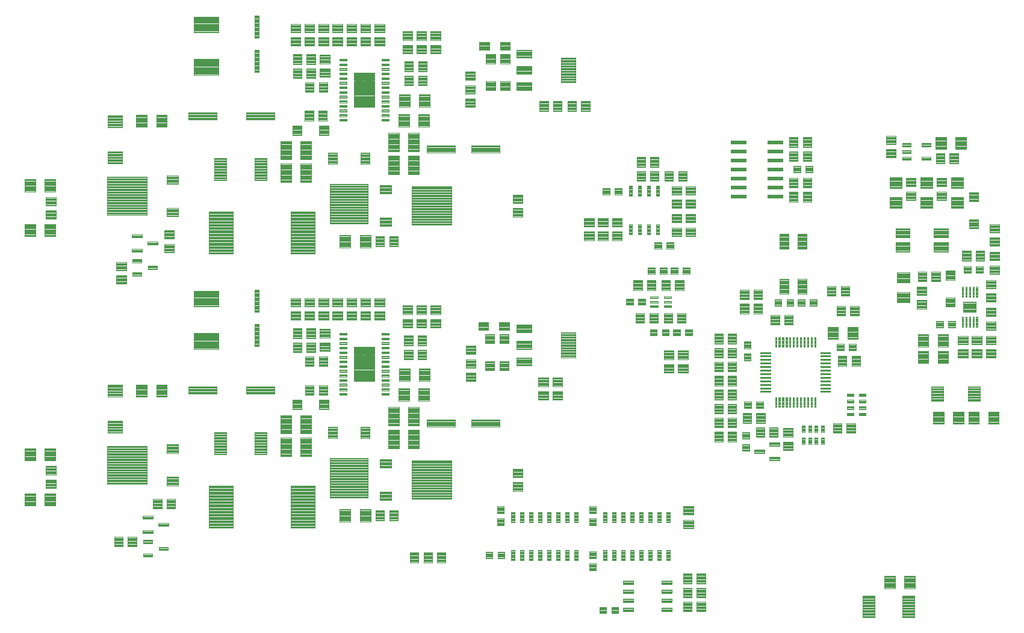
<source format=gtp>
G75*
%MOIN*%
%OFA0B0*%
%FSLAX25Y25*%
%IPPOS*%
%LPD*%
%AMOC8*
5,1,8,0,0,1.08239X$1,22.5*
%
%ADD10C,0.00394*%
%ADD11C,0.00409*%
%ADD12C,0.00402*%
%ADD13C,0.00408*%
%ADD14C,0.00396*%
%ADD15C,0.00378*%
%ADD16C,0.00425*%
%ADD17C,0.00400*%
%ADD18C,0.00348*%
%ADD19C,0.00100*%
%ADD20C,0.00433*%
%ADD21C,0.00387*%
%ADD22C,0.00413*%
%ADD23C,0.00386*%
%ADD24C,0.00372*%
%ADD25C,0.00362*%
%ADD26C,0.00390*%
%ADD27C,0.00384*%
%ADD28C,0.00406*%
%ADD29C,0.00423*%
D10*
X0489393Y0101554D02*
X0493329Y0101554D01*
X0493329Y0098012D01*
X0489393Y0098012D01*
X0489393Y0101554D01*
X0489393Y0098405D02*
X0493329Y0098405D01*
X0493329Y0098798D02*
X0489393Y0098798D01*
X0489393Y0099191D02*
X0493329Y0099191D01*
X0493329Y0099584D02*
X0489393Y0099584D01*
X0489393Y0099977D02*
X0493329Y0099977D01*
X0493329Y0100370D02*
X0489393Y0100370D01*
X0489393Y0100763D02*
X0493329Y0100763D01*
X0493329Y0101156D02*
X0489393Y0101156D01*
X0489393Y0101549D02*
X0493329Y0101549D01*
X0496086Y0101554D02*
X0500022Y0101554D01*
X0500022Y0098012D01*
X0496086Y0098012D01*
X0496086Y0101554D01*
X0496086Y0098405D02*
X0500022Y0098405D01*
X0500022Y0098798D02*
X0496086Y0098798D01*
X0496086Y0099191D02*
X0500022Y0099191D01*
X0500022Y0099584D02*
X0496086Y0099584D01*
X0496086Y0099977D02*
X0500022Y0099977D01*
X0500022Y0100370D02*
X0496086Y0100370D01*
X0496086Y0100763D02*
X0500022Y0100763D01*
X0500022Y0101156D02*
X0496086Y0101156D01*
X0496086Y0101549D02*
X0500022Y0101549D01*
X0495936Y0116219D02*
X0495936Y0120155D01*
X0499478Y0120155D01*
X0499478Y0116219D01*
X0495936Y0116219D01*
X0495936Y0116612D02*
X0499478Y0116612D01*
X0499478Y0117005D02*
X0495936Y0117005D01*
X0495936Y0117398D02*
X0499478Y0117398D01*
X0499478Y0117791D02*
X0495936Y0117791D01*
X0495936Y0118184D02*
X0499478Y0118184D01*
X0499478Y0118577D02*
X0495936Y0118577D01*
X0495936Y0118970D02*
X0499478Y0118970D01*
X0499478Y0119363D02*
X0495936Y0119363D01*
X0495936Y0119756D02*
X0499478Y0119756D01*
X0499478Y0120149D02*
X0495936Y0120149D01*
X0495936Y0122912D02*
X0495936Y0126848D01*
X0499478Y0126848D01*
X0499478Y0122912D01*
X0495936Y0122912D01*
X0495936Y0123305D02*
X0499478Y0123305D01*
X0499478Y0123698D02*
X0495936Y0123698D01*
X0495936Y0124091D02*
X0499478Y0124091D01*
X0499478Y0124484D02*
X0495936Y0124484D01*
X0495936Y0124877D02*
X0499478Y0124877D01*
X0499478Y0125270D02*
X0495936Y0125270D01*
X0495936Y0125663D02*
X0499478Y0125663D01*
X0499478Y0126056D02*
X0495936Y0126056D01*
X0495936Y0126449D02*
X0499478Y0126449D01*
X0499478Y0126842D02*
X0495936Y0126842D01*
X0546936Y0126848D02*
X0546936Y0122912D01*
X0546936Y0126848D02*
X0550478Y0126848D01*
X0550478Y0122912D01*
X0546936Y0122912D01*
X0546936Y0123305D02*
X0550478Y0123305D01*
X0550478Y0123698D02*
X0546936Y0123698D01*
X0546936Y0124091D02*
X0550478Y0124091D01*
X0550478Y0124484D02*
X0546936Y0124484D01*
X0546936Y0124877D02*
X0550478Y0124877D01*
X0550478Y0125270D02*
X0546936Y0125270D01*
X0546936Y0125663D02*
X0550478Y0125663D01*
X0550478Y0126056D02*
X0546936Y0126056D01*
X0546936Y0126449D02*
X0550478Y0126449D01*
X0550478Y0126842D02*
X0546936Y0126842D01*
X0546936Y0120155D02*
X0546936Y0116219D01*
X0546936Y0120155D02*
X0550478Y0120155D01*
X0550478Y0116219D01*
X0546936Y0116219D01*
X0546936Y0116612D02*
X0550478Y0116612D01*
X0550478Y0117005D02*
X0546936Y0117005D01*
X0546936Y0117398D02*
X0550478Y0117398D01*
X0550478Y0117791D02*
X0546936Y0117791D01*
X0546936Y0118184D02*
X0550478Y0118184D01*
X0550478Y0118577D02*
X0546936Y0118577D01*
X0546936Y0118970D02*
X0550478Y0118970D01*
X0550478Y0119363D02*
X0546936Y0119363D01*
X0546936Y0119756D02*
X0550478Y0119756D01*
X0550478Y0120149D02*
X0546936Y0120149D01*
X0546936Y0101848D02*
X0546936Y0097912D01*
X0546936Y0101848D02*
X0550478Y0101848D01*
X0550478Y0097912D01*
X0546936Y0097912D01*
X0546936Y0098305D02*
X0550478Y0098305D01*
X0550478Y0098698D02*
X0546936Y0098698D01*
X0546936Y0099091D02*
X0550478Y0099091D01*
X0550478Y0099484D02*
X0546936Y0099484D01*
X0546936Y0099877D02*
X0550478Y0099877D01*
X0550478Y0100270D02*
X0546936Y0100270D01*
X0546936Y0100663D02*
X0550478Y0100663D01*
X0550478Y0101056D02*
X0546936Y0101056D01*
X0546936Y0101449D02*
X0550478Y0101449D01*
X0550478Y0101842D02*
X0546936Y0101842D01*
X0546936Y0095155D02*
X0546936Y0091219D01*
X0546936Y0095155D02*
X0550478Y0095155D01*
X0550478Y0091219D01*
X0546936Y0091219D01*
X0546936Y0091612D02*
X0550478Y0091612D01*
X0550478Y0092005D02*
X0546936Y0092005D01*
X0546936Y0092398D02*
X0550478Y0092398D01*
X0550478Y0092791D02*
X0546936Y0092791D01*
X0546936Y0093184D02*
X0550478Y0093184D01*
X0550478Y0093577D02*
X0546936Y0093577D01*
X0546936Y0093970D02*
X0550478Y0093970D01*
X0550478Y0094363D02*
X0546936Y0094363D01*
X0546936Y0094756D02*
X0550478Y0094756D01*
X0550478Y0095149D02*
X0546936Y0095149D01*
X0552393Y0067512D02*
X0556329Y0067512D01*
X0552393Y0067512D02*
X0552393Y0071054D01*
X0556329Y0071054D01*
X0556329Y0067512D01*
X0556329Y0067905D02*
X0552393Y0067905D01*
X0552393Y0068298D02*
X0556329Y0068298D01*
X0556329Y0068691D02*
X0552393Y0068691D01*
X0552393Y0069084D02*
X0556329Y0069084D01*
X0556329Y0069477D02*
X0552393Y0069477D01*
X0552393Y0069870D02*
X0556329Y0069870D01*
X0556329Y0070263D02*
X0552393Y0070263D01*
X0552393Y0070656D02*
X0556329Y0070656D01*
X0556329Y0071049D02*
X0552393Y0071049D01*
X0559086Y0067512D02*
X0563022Y0067512D01*
X0559086Y0067512D02*
X0559086Y0071054D01*
X0563022Y0071054D01*
X0563022Y0067512D01*
X0563022Y0067905D02*
X0559086Y0067905D01*
X0559086Y0068298D02*
X0563022Y0068298D01*
X0563022Y0068691D02*
X0559086Y0068691D01*
X0559086Y0069084D02*
X0563022Y0069084D01*
X0563022Y0069477D02*
X0559086Y0069477D01*
X0559086Y0069870D02*
X0563022Y0069870D01*
X0563022Y0070263D02*
X0559086Y0070263D01*
X0559086Y0070656D02*
X0563022Y0070656D01*
X0563022Y0071049D02*
X0559086Y0071049D01*
X0635425Y0157666D02*
X0635425Y0161208D01*
X0635425Y0157666D02*
X0631489Y0157666D01*
X0631489Y0161208D01*
X0635425Y0161208D01*
X0635425Y0158059D02*
X0631489Y0158059D01*
X0631489Y0158452D02*
X0635425Y0158452D01*
X0635425Y0158845D02*
X0631489Y0158845D01*
X0631489Y0159238D02*
X0635425Y0159238D01*
X0635425Y0159631D02*
X0631489Y0159631D01*
X0631489Y0160024D02*
X0635425Y0160024D01*
X0635425Y0160417D02*
X0631489Y0160417D01*
X0631489Y0160810D02*
X0635425Y0160810D01*
X0635425Y0161203D02*
X0631489Y0161203D01*
X0635425Y0164359D02*
X0635425Y0167901D01*
X0635425Y0164359D02*
X0631489Y0164359D01*
X0631489Y0167901D01*
X0635425Y0167901D01*
X0635425Y0164752D02*
X0631489Y0164752D01*
X0631489Y0165145D02*
X0635425Y0165145D01*
X0635425Y0165538D02*
X0631489Y0165538D01*
X0631489Y0165931D02*
X0635425Y0165931D01*
X0635425Y0166324D02*
X0631489Y0166324D01*
X0631489Y0166717D02*
X0635425Y0166717D01*
X0635425Y0167110D02*
X0631489Y0167110D01*
X0631489Y0167503D02*
X0635425Y0167503D01*
X0635425Y0167896D02*
X0631489Y0167896D01*
X0632643Y0184804D02*
X0636579Y0184804D01*
X0636579Y0181262D01*
X0632643Y0181262D01*
X0632643Y0184804D01*
X0632643Y0181655D02*
X0636579Y0181655D01*
X0636579Y0182048D02*
X0632643Y0182048D01*
X0632643Y0182441D02*
X0636579Y0182441D01*
X0636579Y0182834D02*
X0632643Y0182834D01*
X0632643Y0183227D02*
X0636579Y0183227D01*
X0636579Y0183620D02*
X0632643Y0183620D01*
X0632643Y0184013D02*
X0636579Y0184013D01*
X0636579Y0184406D02*
X0632643Y0184406D01*
X0632643Y0184799D02*
X0636579Y0184799D01*
X0639336Y0184804D02*
X0643272Y0184804D01*
X0643272Y0181262D01*
X0639336Y0181262D01*
X0639336Y0184804D01*
X0639336Y0181655D02*
X0643272Y0181655D01*
X0643272Y0182048D02*
X0639336Y0182048D01*
X0639336Y0182441D02*
X0643272Y0182441D01*
X0643272Y0182834D02*
X0639336Y0182834D01*
X0639336Y0183227D02*
X0643272Y0183227D01*
X0643272Y0183620D02*
X0639336Y0183620D01*
X0639336Y0184013D02*
X0643272Y0184013D01*
X0643272Y0184406D02*
X0639336Y0184406D01*
X0639336Y0184799D02*
X0643272Y0184799D01*
X0664605Y0168109D02*
X0666179Y0168109D01*
X0664605Y0168109D02*
X0664605Y0171651D01*
X0666179Y0171651D01*
X0666179Y0168109D01*
X0666179Y0168502D02*
X0664605Y0168502D01*
X0664605Y0168895D02*
X0666179Y0168895D01*
X0666179Y0169288D02*
X0664605Y0169288D01*
X0664605Y0169681D02*
X0666179Y0169681D01*
X0666179Y0170074D02*
X0664605Y0170074D01*
X0664605Y0170467D02*
X0666179Y0170467D01*
X0666179Y0170860D02*
X0664605Y0170860D01*
X0664605Y0171253D02*
X0666179Y0171253D01*
X0666179Y0171646D02*
X0664605Y0171646D01*
X0668149Y0168109D02*
X0669723Y0168109D01*
X0668149Y0168109D02*
X0668149Y0171651D01*
X0669723Y0171651D01*
X0669723Y0168109D01*
X0669723Y0168502D02*
X0668149Y0168502D01*
X0668149Y0168895D02*
X0669723Y0168895D01*
X0669723Y0169288D02*
X0668149Y0169288D01*
X0668149Y0169681D02*
X0669723Y0169681D01*
X0669723Y0170074D02*
X0668149Y0170074D01*
X0668149Y0170467D02*
X0669723Y0170467D01*
X0669723Y0170860D02*
X0668149Y0170860D01*
X0668149Y0171253D02*
X0669723Y0171253D01*
X0669723Y0171646D02*
X0668149Y0171646D01*
X0671692Y0168109D02*
X0673266Y0168109D01*
X0671692Y0168109D02*
X0671692Y0171651D01*
X0673266Y0171651D01*
X0673266Y0168109D01*
X0673266Y0168502D02*
X0671692Y0168502D01*
X0671692Y0168895D02*
X0673266Y0168895D01*
X0673266Y0169288D02*
X0671692Y0169288D01*
X0671692Y0169681D02*
X0673266Y0169681D01*
X0673266Y0170074D02*
X0671692Y0170074D01*
X0671692Y0170467D02*
X0673266Y0170467D01*
X0673266Y0170860D02*
X0671692Y0170860D01*
X0671692Y0171253D02*
X0673266Y0171253D01*
X0673266Y0171646D02*
X0671692Y0171646D01*
X0675235Y0168109D02*
X0676809Y0168109D01*
X0675235Y0168109D02*
X0675235Y0171651D01*
X0676809Y0171651D01*
X0676809Y0168109D01*
X0676809Y0168502D02*
X0675235Y0168502D01*
X0675235Y0168895D02*
X0676809Y0168895D01*
X0676809Y0169288D02*
X0675235Y0169288D01*
X0675235Y0169681D02*
X0676809Y0169681D01*
X0676809Y0170074D02*
X0675235Y0170074D01*
X0675235Y0170467D02*
X0676809Y0170467D01*
X0676809Y0170860D02*
X0675235Y0170860D01*
X0675235Y0171253D02*
X0676809Y0171253D01*
X0676809Y0171646D02*
X0675235Y0171646D01*
X0675235Y0161416D02*
X0676809Y0161416D01*
X0675235Y0161416D02*
X0675235Y0164958D01*
X0676809Y0164958D01*
X0676809Y0161416D01*
X0676809Y0161809D02*
X0675235Y0161809D01*
X0675235Y0162202D02*
X0676809Y0162202D01*
X0676809Y0162595D02*
X0675235Y0162595D01*
X0675235Y0162988D02*
X0676809Y0162988D01*
X0676809Y0163381D02*
X0675235Y0163381D01*
X0675235Y0163774D02*
X0676809Y0163774D01*
X0676809Y0164167D02*
X0675235Y0164167D01*
X0675235Y0164560D02*
X0676809Y0164560D01*
X0676809Y0164953D02*
X0675235Y0164953D01*
X0673266Y0161416D02*
X0671692Y0161416D01*
X0671692Y0164958D01*
X0673266Y0164958D01*
X0673266Y0161416D01*
X0673266Y0161809D02*
X0671692Y0161809D01*
X0671692Y0162202D02*
X0673266Y0162202D01*
X0673266Y0162595D02*
X0671692Y0162595D01*
X0671692Y0162988D02*
X0673266Y0162988D01*
X0673266Y0163381D02*
X0671692Y0163381D01*
X0671692Y0163774D02*
X0673266Y0163774D01*
X0673266Y0164167D02*
X0671692Y0164167D01*
X0671692Y0164560D02*
X0673266Y0164560D01*
X0673266Y0164953D02*
X0671692Y0164953D01*
X0669723Y0161416D02*
X0668149Y0161416D01*
X0668149Y0164958D01*
X0669723Y0164958D01*
X0669723Y0161416D01*
X0669723Y0161809D02*
X0668149Y0161809D01*
X0668149Y0162202D02*
X0669723Y0162202D01*
X0669723Y0162595D02*
X0668149Y0162595D01*
X0668149Y0162988D02*
X0669723Y0162988D01*
X0669723Y0163381D02*
X0668149Y0163381D01*
X0668149Y0163774D02*
X0669723Y0163774D01*
X0669723Y0164167D02*
X0668149Y0164167D01*
X0668149Y0164560D02*
X0669723Y0164560D01*
X0669723Y0164953D02*
X0668149Y0164953D01*
X0666179Y0161416D02*
X0664605Y0161416D01*
X0664605Y0164958D01*
X0666179Y0164958D01*
X0666179Y0161416D01*
X0666179Y0161809D02*
X0664605Y0161809D01*
X0664605Y0162202D02*
X0666179Y0162202D01*
X0666179Y0162595D02*
X0664605Y0162595D01*
X0664605Y0162988D02*
X0666179Y0162988D01*
X0666179Y0163381D02*
X0664605Y0163381D01*
X0664605Y0163774D02*
X0666179Y0163774D01*
X0666179Y0164167D02*
X0664605Y0164167D01*
X0664605Y0164560D02*
X0666179Y0164560D01*
X0666179Y0164953D02*
X0664605Y0164953D01*
X0689590Y0177182D02*
X0689590Y0178756D01*
X0693132Y0178756D01*
X0693132Y0177182D01*
X0689590Y0177182D01*
X0689590Y0177575D02*
X0693132Y0177575D01*
X0693132Y0177968D02*
X0689590Y0177968D01*
X0689590Y0178361D02*
X0693132Y0178361D01*
X0693132Y0178754D02*
X0689590Y0178754D01*
X0689590Y0180725D02*
X0689590Y0182299D01*
X0693132Y0182299D01*
X0693132Y0180725D01*
X0689590Y0180725D01*
X0689590Y0181118D02*
X0693132Y0181118D01*
X0693132Y0181511D02*
X0689590Y0181511D01*
X0689590Y0181904D02*
X0693132Y0181904D01*
X0693132Y0182297D02*
X0689590Y0182297D01*
X0689590Y0184268D02*
X0689590Y0185842D01*
X0693132Y0185842D01*
X0693132Y0184268D01*
X0689590Y0184268D01*
X0689590Y0184661D02*
X0693132Y0184661D01*
X0693132Y0185054D02*
X0689590Y0185054D01*
X0689590Y0185447D02*
X0693132Y0185447D01*
X0693132Y0185840D02*
X0689590Y0185840D01*
X0689590Y0187811D02*
X0689590Y0189385D01*
X0693132Y0189385D01*
X0693132Y0187811D01*
X0689590Y0187811D01*
X0689590Y0188204D02*
X0693132Y0188204D01*
X0693132Y0188597D02*
X0689590Y0188597D01*
X0689590Y0188990D02*
X0693132Y0188990D01*
X0693132Y0189383D02*
X0689590Y0189383D01*
X0696283Y0189385D02*
X0696283Y0187811D01*
X0696283Y0189385D02*
X0699825Y0189385D01*
X0699825Y0187811D01*
X0696283Y0187811D01*
X0696283Y0188204D02*
X0699825Y0188204D01*
X0699825Y0188597D02*
X0696283Y0188597D01*
X0696283Y0188990D02*
X0699825Y0188990D01*
X0699825Y0189383D02*
X0696283Y0189383D01*
X0696283Y0185842D02*
X0696283Y0184268D01*
X0696283Y0185842D02*
X0699825Y0185842D01*
X0699825Y0184268D01*
X0696283Y0184268D01*
X0696283Y0184661D02*
X0699825Y0184661D01*
X0699825Y0185054D02*
X0696283Y0185054D01*
X0696283Y0185447D02*
X0699825Y0185447D01*
X0699825Y0185840D02*
X0696283Y0185840D01*
X0696283Y0182299D02*
X0696283Y0180725D01*
X0696283Y0182299D02*
X0699825Y0182299D01*
X0699825Y0180725D01*
X0696283Y0180725D01*
X0696283Y0181118D02*
X0699825Y0181118D01*
X0699825Y0181511D02*
X0696283Y0181511D01*
X0696283Y0181904D02*
X0699825Y0181904D01*
X0699825Y0182297D02*
X0696283Y0182297D01*
X0696283Y0178756D02*
X0696283Y0177182D01*
X0696283Y0178756D02*
X0699825Y0178756D01*
X0699825Y0177182D01*
X0696283Y0177182D01*
X0696283Y0177575D02*
X0699825Y0177575D01*
X0699825Y0177968D02*
X0696283Y0177968D01*
X0696283Y0178361D02*
X0699825Y0178361D01*
X0699825Y0178754D02*
X0696283Y0178754D01*
X0632686Y0207719D02*
X0632686Y0211655D01*
X0636228Y0211655D01*
X0636228Y0207719D01*
X0632686Y0207719D01*
X0632686Y0208112D02*
X0636228Y0208112D01*
X0636228Y0208505D02*
X0632686Y0208505D01*
X0632686Y0208898D02*
X0636228Y0208898D01*
X0636228Y0209291D02*
X0632686Y0209291D01*
X0632686Y0209684D02*
X0636228Y0209684D01*
X0636228Y0210077D02*
X0632686Y0210077D01*
X0632686Y0210470D02*
X0636228Y0210470D01*
X0636228Y0210863D02*
X0632686Y0210863D01*
X0632686Y0211256D02*
X0636228Y0211256D01*
X0636228Y0211649D02*
X0632686Y0211649D01*
X0632686Y0214412D02*
X0632686Y0218348D01*
X0636228Y0218348D01*
X0636228Y0214412D01*
X0632686Y0214412D01*
X0632686Y0214805D02*
X0636228Y0214805D01*
X0636228Y0215198D02*
X0632686Y0215198D01*
X0632686Y0215591D02*
X0636228Y0215591D01*
X0636228Y0215984D02*
X0632686Y0215984D01*
X0632686Y0216377D02*
X0636228Y0216377D01*
X0636228Y0216770D02*
X0632686Y0216770D01*
X0632686Y0217163D02*
X0636228Y0217163D01*
X0636228Y0217556D02*
X0632686Y0217556D01*
X0632686Y0217949D02*
X0636228Y0217949D01*
X0636228Y0218342D02*
X0632686Y0218342D01*
X0603772Y0221512D02*
X0599836Y0221512D01*
X0599836Y0225054D01*
X0603772Y0225054D01*
X0603772Y0221512D01*
X0603772Y0221905D02*
X0599836Y0221905D01*
X0599836Y0222298D02*
X0603772Y0222298D01*
X0603772Y0222691D02*
X0599836Y0222691D01*
X0599836Y0223084D02*
X0603772Y0223084D01*
X0603772Y0223477D02*
X0599836Y0223477D01*
X0599836Y0223870D02*
X0603772Y0223870D01*
X0603772Y0224263D02*
X0599836Y0224263D01*
X0599836Y0224656D02*
X0603772Y0224656D01*
X0603772Y0225049D02*
X0599836Y0225049D01*
X0597079Y0221512D02*
X0593143Y0221512D01*
X0593143Y0225054D01*
X0597079Y0225054D01*
X0597079Y0221512D01*
X0597079Y0221905D02*
X0593143Y0221905D01*
X0593143Y0222298D02*
X0597079Y0222298D01*
X0597079Y0222691D02*
X0593143Y0222691D01*
X0593143Y0223084D02*
X0597079Y0223084D01*
X0597079Y0223477D02*
X0593143Y0223477D01*
X0593143Y0223870D02*
X0597079Y0223870D01*
X0597079Y0224263D02*
X0593143Y0224263D01*
X0593143Y0224656D02*
X0597079Y0224656D01*
X0597079Y0225049D02*
X0593143Y0225049D01*
X0591022Y0225054D02*
X0587086Y0225054D01*
X0591022Y0225054D02*
X0591022Y0221512D01*
X0587086Y0221512D01*
X0587086Y0225054D01*
X0587086Y0221905D02*
X0591022Y0221905D01*
X0591022Y0222298D02*
X0587086Y0222298D01*
X0587086Y0222691D02*
X0591022Y0222691D01*
X0591022Y0223084D02*
X0587086Y0223084D01*
X0587086Y0223477D02*
X0591022Y0223477D01*
X0591022Y0223870D02*
X0587086Y0223870D01*
X0587086Y0224263D02*
X0591022Y0224263D01*
X0591022Y0224656D02*
X0587086Y0224656D01*
X0587086Y0225049D02*
X0591022Y0225049D01*
X0584329Y0225054D02*
X0580393Y0225054D01*
X0584329Y0225054D02*
X0584329Y0221512D01*
X0580393Y0221512D01*
X0580393Y0225054D01*
X0580393Y0221905D02*
X0584329Y0221905D01*
X0584329Y0222298D02*
X0580393Y0222298D01*
X0580393Y0222691D02*
X0584329Y0222691D01*
X0584329Y0223084D02*
X0580393Y0223084D01*
X0580393Y0223477D02*
X0584329Y0223477D01*
X0584329Y0223870D02*
X0580393Y0223870D01*
X0580393Y0224263D02*
X0584329Y0224263D01*
X0584329Y0224656D02*
X0580393Y0224656D01*
X0580393Y0225049D02*
X0584329Y0225049D01*
X0577772Y0242054D02*
X0573836Y0242054D01*
X0577772Y0242054D02*
X0577772Y0238512D01*
X0573836Y0238512D01*
X0573836Y0242054D01*
X0573836Y0238905D02*
X0577772Y0238905D01*
X0577772Y0239298D02*
X0573836Y0239298D01*
X0573836Y0239691D02*
X0577772Y0239691D01*
X0577772Y0240084D02*
X0573836Y0240084D01*
X0573836Y0240477D02*
X0577772Y0240477D01*
X0577772Y0240870D02*
X0573836Y0240870D01*
X0573836Y0241263D02*
X0577772Y0241263D01*
X0577772Y0241656D02*
X0573836Y0241656D01*
X0573836Y0242049D02*
X0577772Y0242049D01*
X0571079Y0242054D02*
X0567143Y0242054D01*
X0571079Y0242054D02*
X0571079Y0238512D01*
X0567143Y0238512D01*
X0567143Y0242054D01*
X0567143Y0238905D02*
X0571079Y0238905D01*
X0571079Y0239298D02*
X0567143Y0239298D01*
X0567143Y0239691D02*
X0571079Y0239691D01*
X0571079Y0240084D02*
X0567143Y0240084D01*
X0567143Y0240477D02*
X0571079Y0240477D01*
X0571079Y0240870D02*
X0567143Y0240870D01*
X0567143Y0241263D02*
X0571079Y0241263D01*
X0571079Y0241656D02*
X0567143Y0241656D01*
X0567143Y0242049D02*
X0571079Y0242049D01*
X0579143Y0259304D02*
X0583079Y0259304D01*
X0583079Y0255762D01*
X0579143Y0255762D01*
X0579143Y0259304D01*
X0579143Y0256155D02*
X0583079Y0256155D01*
X0583079Y0256548D02*
X0579143Y0256548D01*
X0579143Y0256941D02*
X0583079Y0256941D01*
X0583079Y0257334D02*
X0579143Y0257334D01*
X0579143Y0257727D02*
X0583079Y0257727D01*
X0583079Y0258120D02*
X0579143Y0258120D01*
X0579143Y0258513D02*
X0583079Y0258513D01*
X0583079Y0258906D02*
X0579143Y0258906D01*
X0579143Y0259299D02*
X0583079Y0259299D01*
X0585836Y0259304D02*
X0589772Y0259304D01*
X0589772Y0255762D01*
X0585836Y0255762D01*
X0585836Y0259304D01*
X0585836Y0256155D02*
X0589772Y0256155D01*
X0589772Y0256548D02*
X0585836Y0256548D01*
X0585836Y0256941D02*
X0589772Y0256941D01*
X0589772Y0257334D02*
X0585836Y0257334D01*
X0585836Y0257727D02*
X0589772Y0257727D01*
X0589772Y0258120D02*
X0585836Y0258120D01*
X0585836Y0258513D02*
X0589772Y0258513D01*
X0589772Y0258906D02*
X0585836Y0258906D01*
X0585836Y0259299D02*
X0589772Y0259299D01*
X0591893Y0255762D02*
X0595829Y0255762D01*
X0591893Y0255762D02*
X0591893Y0259304D01*
X0595829Y0259304D01*
X0595829Y0255762D01*
X0595829Y0256155D02*
X0591893Y0256155D01*
X0591893Y0256548D02*
X0595829Y0256548D01*
X0595829Y0256941D02*
X0591893Y0256941D01*
X0591893Y0257334D02*
X0595829Y0257334D01*
X0595829Y0257727D02*
X0591893Y0257727D01*
X0591893Y0258120D02*
X0595829Y0258120D01*
X0595829Y0258513D02*
X0591893Y0258513D01*
X0591893Y0258906D02*
X0595829Y0258906D01*
X0595829Y0259299D02*
X0591893Y0259299D01*
X0598586Y0255762D02*
X0602522Y0255762D01*
X0598586Y0255762D02*
X0598586Y0259304D01*
X0602522Y0259304D01*
X0602522Y0255762D01*
X0602522Y0256155D02*
X0598586Y0256155D01*
X0598586Y0256548D02*
X0602522Y0256548D01*
X0602522Y0256941D02*
X0598586Y0256941D01*
X0598586Y0257334D02*
X0602522Y0257334D01*
X0602522Y0257727D02*
X0598586Y0257727D01*
X0598586Y0258120D02*
X0602522Y0258120D01*
X0602522Y0258513D02*
X0598586Y0258513D01*
X0598586Y0258906D02*
X0602522Y0258906D01*
X0602522Y0259299D02*
X0598586Y0259299D01*
X0593522Y0273304D02*
X0589586Y0273304D01*
X0593522Y0273304D02*
X0593522Y0269762D01*
X0589586Y0269762D01*
X0589586Y0273304D01*
X0589586Y0270155D02*
X0593522Y0270155D01*
X0593522Y0270548D02*
X0589586Y0270548D01*
X0589586Y0270941D02*
X0593522Y0270941D01*
X0593522Y0271334D02*
X0589586Y0271334D01*
X0589586Y0271727D02*
X0593522Y0271727D01*
X0593522Y0272120D02*
X0589586Y0272120D01*
X0589586Y0272513D02*
X0593522Y0272513D01*
X0593522Y0272906D02*
X0589586Y0272906D01*
X0589586Y0273299D02*
X0593522Y0273299D01*
X0586829Y0273304D02*
X0582893Y0273304D01*
X0586829Y0273304D02*
X0586829Y0269762D01*
X0582893Y0269762D01*
X0582893Y0273304D01*
X0582893Y0270155D02*
X0586829Y0270155D01*
X0586829Y0270548D02*
X0582893Y0270548D01*
X0582893Y0270941D02*
X0586829Y0270941D01*
X0586829Y0271334D02*
X0582893Y0271334D01*
X0582893Y0271727D02*
X0586829Y0271727D01*
X0586829Y0272120D02*
X0582893Y0272120D01*
X0582893Y0272513D02*
X0586829Y0272513D01*
X0586829Y0272906D02*
X0582893Y0272906D01*
X0582893Y0273299D02*
X0586829Y0273299D01*
X0564772Y0303304D02*
X0560836Y0303304D01*
X0564772Y0303304D02*
X0564772Y0299762D01*
X0560836Y0299762D01*
X0560836Y0303304D01*
X0560836Y0300155D02*
X0564772Y0300155D01*
X0564772Y0300548D02*
X0560836Y0300548D01*
X0560836Y0300941D02*
X0564772Y0300941D01*
X0564772Y0301334D02*
X0560836Y0301334D01*
X0560836Y0301727D02*
X0564772Y0301727D01*
X0564772Y0302120D02*
X0560836Y0302120D01*
X0560836Y0302513D02*
X0564772Y0302513D01*
X0564772Y0302906D02*
X0560836Y0302906D01*
X0560836Y0303299D02*
X0564772Y0303299D01*
X0558079Y0303304D02*
X0554143Y0303304D01*
X0558079Y0303304D02*
X0558079Y0299762D01*
X0554143Y0299762D01*
X0554143Y0303304D01*
X0554143Y0300155D02*
X0558079Y0300155D01*
X0558079Y0300548D02*
X0554143Y0300548D01*
X0554143Y0300941D02*
X0558079Y0300941D01*
X0558079Y0301334D02*
X0554143Y0301334D01*
X0554143Y0301727D02*
X0558079Y0301727D01*
X0558079Y0302120D02*
X0554143Y0302120D01*
X0554143Y0302513D02*
X0558079Y0302513D01*
X0558079Y0302906D02*
X0554143Y0302906D01*
X0554143Y0303299D02*
X0558079Y0303299D01*
X0659893Y0312012D02*
X0663829Y0312012D01*
X0659893Y0312012D02*
X0659893Y0315554D01*
X0663829Y0315554D01*
X0663829Y0312012D01*
X0663829Y0312405D02*
X0659893Y0312405D01*
X0659893Y0312798D02*
X0663829Y0312798D01*
X0663829Y0313191D02*
X0659893Y0313191D01*
X0659893Y0313584D02*
X0663829Y0313584D01*
X0663829Y0313977D02*
X0659893Y0313977D01*
X0659893Y0314370D02*
X0663829Y0314370D01*
X0663829Y0314763D02*
X0659893Y0314763D01*
X0659893Y0315156D02*
X0663829Y0315156D01*
X0663829Y0315549D02*
X0659893Y0315549D01*
X0666586Y0312012D02*
X0670522Y0312012D01*
X0666586Y0312012D02*
X0666586Y0315554D01*
X0670522Y0315554D01*
X0670522Y0312012D01*
X0670522Y0312405D02*
X0666586Y0312405D01*
X0666586Y0312798D02*
X0670522Y0312798D01*
X0670522Y0313191D02*
X0666586Y0313191D01*
X0666586Y0313584D02*
X0670522Y0313584D01*
X0670522Y0313977D02*
X0666586Y0313977D01*
X0666586Y0314370D02*
X0670522Y0314370D01*
X0670522Y0314763D02*
X0666586Y0314763D01*
X0666586Y0315156D02*
X0670522Y0315156D01*
X0670522Y0315549D02*
X0666586Y0315549D01*
X0754143Y0256262D02*
X0758079Y0256262D01*
X0754143Y0256262D02*
X0754143Y0259804D01*
X0758079Y0259804D01*
X0758079Y0256262D01*
X0758079Y0256655D02*
X0754143Y0256655D01*
X0754143Y0257048D02*
X0758079Y0257048D01*
X0758079Y0257441D02*
X0754143Y0257441D01*
X0754143Y0257834D02*
X0758079Y0257834D01*
X0758079Y0258227D02*
X0754143Y0258227D01*
X0754143Y0258620D02*
X0758079Y0258620D01*
X0758079Y0259013D02*
X0754143Y0259013D01*
X0754143Y0259406D02*
X0758079Y0259406D01*
X0758079Y0259799D02*
X0754143Y0259799D01*
X0760836Y0256262D02*
X0764772Y0256262D01*
X0760836Y0256262D02*
X0760836Y0259804D01*
X0764772Y0259804D01*
X0764772Y0256262D01*
X0764772Y0256655D02*
X0760836Y0256655D01*
X0760836Y0257048D02*
X0764772Y0257048D01*
X0764772Y0257441D02*
X0760836Y0257441D01*
X0760836Y0257834D02*
X0764772Y0257834D01*
X0764772Y0258227D02*
X0760836Y0258227D01*
X0760836Y0258620D02*
X0764772Y0258620D01*
X0764772Y0259013D02*
X0760836Y0259013D01*
X0760836Y0259406D02*
X0764772Y0259406D01*
X0764772Y0259799D02*
X0760836Y0259799D01*
X0749522Y0226012D02*
X0745586Y0226012D01*
X0745586Y0229554D01*
X0749522Y0229554D01*
X0749522Y0226012D01*
X0749522Y0226405D02*
X0745586Y0226405D01*
X0745586Y0226798D02*
X0749522Y0226798D01*
X0749522Y0227191D02*
X0745586Y0227191D01*
X0745586Y0227584D02*
X0749522Y0227584D01*
X0749522Y0227977D02*
X0745586Y0227977D01*
X0745586Y0228370D02*
X0749522Y0228370D01*
X0749522Y0228763D02*
X0745586Y0228763D01*
X0745586Y0229156D02*
X0749522Y0229156D01*
X0749522Y0229549D02*
X0745586Y0229549D01*
X0742829Y0226012D02*
X0738893Y0226012D01*
X0738893Y0229554D01*
X0742829Y0229554D01*
X0742829Y0226012D01*
X0742829Y0226405D02*
X0738893Y0226405D01*
X0738893Y0226798D02*
X0742829Y0226798D01*
X0742829Y0227191D02*
X0738893Y0227191D01*
X0738893Y0227584D02*
X0742829Y0227584D01*
X0742829Y0227977D02*
X0738893Y0227977D01*
X0738893Y0228370D02*
X0742829Y0228370D01*
X0742829Y0228763D02*
X0738893Y0228763D01*
X0738893Y0229156D02*
X0742829Y0229156D01*
X0742829Y0229549D02*
X0738893Y0229549D01*
X0694522Y0216804D02*
X0690586Y0216804D01*
X0694522Y0216804D02*
X0694522Y0213262D01*
X0690586Y0213262D01*
X0690586Y0216804D01*
X0690586Y0213655D02*
X0694522Y0213655D01*
X0694522Y0214048D02*
X0690586Y0214048D01*
X0690586Y0214441D02*
X0694522Y0214441D01*
X0694522Y0214834D02*
X0690586Y0214834D01*
X0690586Y0215227D02*
X0694522Y0215227D01*
X0694522Y0215620D02*
X0690586Y0215620D01*
X0690586Y0216013D02*
X0694522Y0216013D01*
X0694522Y0216406D02*
X0690586Y0216406D01*
X0690586Y0216799D02*
X0694522Y0216799D01*
X0687829Y0216804D02*
X0683893Y0216804D01*
X0687829Y0216804D02*
X0687829Y0213262D01*
X0683893Y0213262D01*
X0683893Y0216804D01*
X0683893Y0213655D02*
X0687829Y0213655D01*
X0687829Y0214048D02*
X0683893Y0214048D01*
X0683893Y0214441D02*
X0687829Y0214441D01*
X0687829Y0214834D02*
X0683893Y0214834D01*
X0683893Y0215227D02*
X0687829Y0215227D01*
X0687829Y0215620D02*
X0683893Y0215620D01*
X0683893Y0216013D02*
X0687829Y0216013D01*
X0687829Y0216406D02*
X0683893Y0216406D01*
X0683893Y0216799D02*
X0687829Y0216799D01*
X0672772Y0241554D02*
X0668836Y0241554D01*
X0672772Y0241554D02*
X0672772Y0238012D01*
X0668836Y0238012D01*
X0668836Y0241554D01*
X0668836Y0238405D02*
X0672772Y0238405D01*
X0672772Y0238798D02*
X0668836Y0238798D01*
X0668836Y0239191D02*
X0672772Y0239191D01*
X0672772Y0239584D02*
X0668836Y0239584D01*
X0668836Y0239977D02*
X0672772Y0239977D01*
X0672772Y0240370D02*
X0668836Y0240370D01*
X0668836Y0240763D02*
X0672772Y0240763D01*
X0672772Y0241156D02*
X0668836Y0241156D01*
X0668836Y0241549D02*
X0672772Y0241549D01*
X0666079Y0241554D02*
X0662143Y0241554D01*
X0666079Y0241554D02*
X0666079Y0238012D01*
X0662143Y0238012D01*
X0662143Y0241554D01*
X0662143Y0238405D02*
X0666079Y0238405D01*
X0666079Y0238798D02*
X0662143Y0238798D01*
X0662143Y0239191D02*
X0666079Y0239191D01*
X0666079Y0239584D02*
X0662143Y0239584D01*
X0662143Y0239977D02*
X0666079Y0239977D01*
X0666079Y0240370D02*
X0662143Y0240370D01*
X0662143Y0240763D02*
X0666079Y0240763D01*
X0666079Y0241156D02*
X0662143Y0241156D01*
X0662143Y0241549D02*
X0666079Y0241549D01*
X0660022Y0238012D02*
X0656086Y0238012D01*
X0656086Y0241554D01*
X0660022Y0241554D01*
X0660022Y0238012D01*
X0660022Y0238405D02*
X0656086Y0238405D01*
X0656086Y0238798D02*
X0660022Y0238798D01*
X0660022Y0239191D02*
X0656086Y0239191D01*
X0656086Y0239584D02*
X0660022Y0239584D01*
X0660022Y0239977D02*
X0656086Y0239977D01*
X0656086Y0240370D02*
X0660022Y0240370D01*
X0660022Y0240763D02*
X0656086Y0240763D01*
X0656086Y0241156D02*
X0660022Y0241156D01*
X0660022Y0241549D02*
X0656086Y0241549D01*
X0653329Y0238012D02*
X0649393Y0238012D01*
X0649393Y0241554D01*
X0653329Y0241554D01*
X0653329Y0238012D01*
X0653329Y0238405D02*
X0649393Y0238405D01*
X0649393Y0238798D02*
X0653329Y0238798D01*
X0653329Y0239191D02*
X0649393Y0239191D01*
X0649393Y0239584D02*
X0653329Y0239584D01*
X0653329Y0239977D02*
X0649393Y0239977D01*
X0649393Y0240370D02*
X0653329Y0240370D01*
X0653329Y0240763D02*
X0649393Y0240763D01*
X0649393Y0241156D02*
X0653329Y0241156D01*
X0653329Y0241549D02*
X0649393Y0241549D01*
D11*
X0642553Y0241534D02*
X0637843Y0241534D01*
X0637843Y0247032D01*
X0642553Y0247032D01*
X0642553Y0241534D01*
X0642553Y0241942D02*
X0637843Y0241942D01*
X0637843Y0242350D02*
X0642553Y0242350D01*
X0642553Y0242758D02*
X0637843Y0242758D01*
X0637843Y0243166D02*
X0642553Y0243166D01*
X0642553Y0243574D02*
X0637843Y0243574D01*
X0637843Y0243982D02*
X0642553Y0243982D01*
X0642553Y0244390D02*
X0637843Y0244390D01*
X0637843Y0244798D02*
X0642553Y0244798D01*
X0642553Y0245206D02*
X0637843Y0245206D01*
X0637843Y0245614D02*
X0642553Y0245614D01*
X0642553Y0246022D02*
X0637843Y0246022D01*
X0637843Y0246430D02*
X0642553Y0246430D01*
X0642553Y0246838D02*
X0637843Y0246838D01*
X0635072Y0241534D02*
X0630362Y0241534D01*
X0630362Y0247032D01*
X0635072Y0247032D01*
X0635072Y0241534D01*
X0635072Y0241942D02*
X0630362Y0241942D01*
X0630362Y0242350D02*
X0635072Y0242350D01*
X0635072Y0242758D02*
X0630362Y0242758D01*
X0630362Y0243166D02*
X0635072Y0243166D01*
X0635072Y0243574D02*
X0630362Y0243574D01*
X0630362Y0243982D02*
X0635072Y0243982D01*
X0635072Y0244390D02*
X0630362Y0244390D01*
X0630362Y0244798D02*
X0635072Y0244798D01*
X0635072Y0245206D02*
X0630362Y0245206D01*
X0630362Y0245614D02*
X0635072Y0245614D01*
X0635072Y0246022D02*
X0630362Y0246022D01*
X0630362Y0246430D02*
X0635072Y0246430D01*
X0635072Y0246838D02*
X0630362Y0246838D01*
X0630362Y0239282D02*
X0635072Y0239282D01*
X0635072Y0233784D01*
X0630362Y0233784D01*
X0630362Y0239282D01*
X0630362Y0234192D02*
X0635072Y0234192D01*
X0635072Y0234600D02*
X0630362Y0234600D01*
X0630362Y0235008D02*
X0635072Y0235008D01*
X0635072Y0235416D02*
X0630362Y0235416D01*
X0630362Y0235824D02*
X0635072Y0235824D01*
X0635072Y0236232D02*
X0630362Y0236232D01*
X0630362Y0236640D02*
X0635072Y0236640D01*
X0635072Y0237048D02*
X0630362Y0237048D01*
X0630362Y0237456D02*
X0635072Y0237456D01*
X0635072Y0237864D02*
X0630362Y0237864D01*
X0630362Y0238272D02*
X0635072Y0238272D01*
X0635072Y0238680D02*
X0630362Y0238680D01*
X0630362Y0239088D02*
X0635072Y0239088D01*
X0637843Y0239282D02*
X0642553Y0239282D01*
X0642553Y0233784D01*
X0637843Y0233784D01*
X0637843Y0239282D01*
X0637843Y0234192D02*
X0642553Y0234192D01*
X0642553Y0234600D02*
X0637843Y0234600D01*
X0637843Y0235008D02*
X0642553Y0235008D01*
X0642553Y0235416D02*
X0637843Y0235416D01*
X0637843Y0235824D02*
X0642553Y0235824D01*
X0642553Y0236232D02*
X0637843Y0236232D01*
X0637843Y0236640D02*
X0642553Y0236640D01*
X0642553Y0237048D02*
X0637843Y0237048D01*
X0637843Y0237456D02*
X0642553Y0237456D01*
X0642553Y0237864D02*
X0637843Y0237864D01*
X0637843Y0238272D02*
X0642553Y0238272D01*
X0642553Y0238680D02*
X0637843Y0238680D01*
X0637843Y0239088D02*
X0642553Y0239088D01*
X0647362Y0233032D02*
X0652072Y0233032D01*
X0652072Y0227534D01*
X0647362Y0227534D01*
X0647362Y0233032D01*
X0647362Y0227942D02*
X0652072Y0227942D01*
X0652072Y0228350D02*
X0647362Y0228350D01*
X0647362Y0228758D02*
X0652072Y0228758D01*
X0652072Y0229166D02*
X0647362Y0229166D01*
X0647362Y0229574D02*
X0652072Y0229574D01*
X0652072Y0229982D02*
X0647362Y0229982D01*
X0647362Y0230390D02*
X0652072Y0230390D01*
X0652072Y0230798D02*
X0647362Y0230798D01*
X0647362Y0231206D02*
X0652072Y0231206D01*
X0652072Y0231614D02*
X0647362Y0231614D01*
X0647362Y0232022D02*
X0652072Y0232022D01*
X0652072Y0232430D02*
X0647362Y0232430D01*
X0647362Y0232838D02*
X0652072Y0232838D01*
X0654843Y0233032D02*
X0659553Y0233032D01*
X0659553Y0227534D01*
X0654843Y0227534D01*
X0654843Y0233032D01*
X0654843Y0227942D02*
X0659553Y0227942D01*
X0659553Y0228350D02*
X0654843Y0228350D01*
X0654843Y0228758D02*
X0659553Y0228758D01*
X0659553Y0229166D02*
X0654843Y0229166D01*
X0654843Y0229574D02*
X0659553Y0229574D01*
X0659553Y0229982D02*
X0654843Y0229982D01*
X0654843Y0230390D02*
X0659553Y0230390D01*
X0659553Y0230798D02*
X0654843Y0230798D01*
X0654843Y0231206D02*
X0659553Y0231206D01*
X0659553Y0231614D02*
X0654843Y0231614D01*
X0654843Y0232022D02*
X0659553Y0232022D01*
X0659553Y0232430D02*
X0654843Y0232430D01*
X0654843Y0232838D02*
X0659553Y0232838D01*
X0678612Y0249032D02*
X0683322Y0249032D01*
X0683322Y0243534D01*
X0678612Y0243534D01*
X0678612Y0249032D01*
X0678612Y0243942D02*
X0683322Y0243942D01*
X0683322Y0244350D02*
X0678612Y0244350D01*
X0678612Y0244758D02*
X0683322Y0244758D01*
X0683322Y0245166D02*
X0678612Y0245166D01*
X0678612Y0245574D02*
X0683322Y0245574D01*
X0683322Y0245982D02*
X0678612Y0245982D01*
X0678612Y0246390D02*
X0683322Y0246390D01*
X0683322Y0246798D02*
X0678612Y0246798D01*
X0678612Y0247206D02*
X0683322Y0247206D01*
X0683322Y0247614D02*
X0678612Y0247614D01*
X0678612Y0248022D02*
X0683322Y0248022D01*
X0683322Y0248430D02*
X0678612Y0248430D01*
X0678612Y0248838D02*
X0683322Y0248838D01*
X0686093Y0249032D02*
X0690803Y0249032D01*
X0690803Y0243534D01*
X0686093Y0243534D01*
X0686093Y0249032D01*
X0686093Y0243942D02*
X0690803Y0243942D01*
X0690803Y0244350D02*
X0686093Y0244350D01*
X0686093Y0244758D02*
X0690803Y0244758D01*
X0690803Y0245166D02*
X0686093Y0245166D01*
X0686093Y0245574D02*
X0690803Y0245574D01*
X0690803Y0245982D02*
X0686093Y0245982D01*
X0686093Y0246390D02*
X0690803Y0246390D01*
X0690803Y0246798D02*
X0686093Y0246798D01*
X0686093Y0247206D02*
X0690803Y0247206D01*
X0690803Y0247614D02*
X0686093Y0247614D01*
X0686093Y0248022D02*
X0690803Y0248022D01*
X0690803Y0248430D02*
X0686093Y0248430D01*
X0686093Y0248838D02*
X0690803Y0248838D01*
X0691343Y0232534D02*
X0696053Y0232534D01*
X0691343Y0232534D02*
X0691343Y0238032D01*
X0696053Y0238032D01*
X0696053Y0232534D01*
X0696053Y0232942D02*
X0691343Y0232942D01*
X0691343Y0233350D02*
X0696053Y0233350D01*
X0696053Y0233758D02*
X0691343Y0233758D01*
X0691343Y0234166D02*
X0696053Y0234166D01*
X0696053Y0234574D02*
X0691343Y0234574D01*
X0691343Y0234982D02*
X0696053Y0234982D01*
X0696053Y0235390D02*
X0691343Y0235390D01*
X0691343Y0235798D02*
X0696053Y0235798D01*
X0696053Y0236206D02*
X0691343Y0236206D01*
X0691343Y0236614D02*
X0696053Y0236614D01*
X0696053Y0237022D02*
X0691343Y0237022D01*
X0691343Y0237430D02*
X0696053Y0237430D01*
X0696053Y0237838D02*
X0691343Y0237838D01*
X0688572Y0232534D02*
X0683862Y0232534D01*
X0683862Y0238032D01*
X0688572Y0238032D01*
X0688572Y0232534D01*
X0688572Y0232942D02*
X0683862Y0232942D01*
X0683862Y0233350D02*
X0688572Y0233350D01*
X0688572Y0233758D02*
X0683862Y0233758D01*
X0683862Y0234166D02*
X0688572Y0234166D01*
X0688572Y0234574D02*
X0683862Y0234574D01*
X0683862Y0234982D02*
X0688572Y0234982D01*
X0688572Y0235390D02*
X0683862Y0235390D01*
X0683862Y0235798D02*
X0688572Y0235798D01*
X0688572Y0236206D02*
X0683862Y0236206D01*
X0683862Y0236614D02*
X0688572Y0236614D01*
X0688572Y0237022D02*
X0683862Y0237022D01*
X0683862Y0237430D02*
X0688572Y0237430D01*
X0688572Y0237838D02*
X0683862Y0237838D01*
X0684612Y0210282D02*
X0689322Y0210282D01*
X0689322Y0204784D01*
X0684612Y0204784D01*
X0684612Y0210282D01*
X0684612Y0205192D02*
X0689322Y0205192D01*
X0689322Y0205600D02*
X0684612Y0205600D01*
X0684612Y0206008D02*
X0689322Y0206008D01*
X0689322Y0206416D02*
X0684612Y0206416D01*
X0684612Y0206824D02*
X0689322Y0206824D01*
X0689322Y0207232D02*
X0684612Y0207232D01*
X0684612Y0207640D02*
X0689322Y0207640D01*
X0689322Y0208048D02*
X0684612Y0208048D01*
X0684612Y0208456D02*
X0689322Y0208456D01*
X0689322Y0208864D02*
X0684612Y0208864D01*
X0684612Y0209272D02*
X0689322Y0209272D01*
X0689322Y0209680D02*
X0684612Y0209680D01*
X0684612Y0210088D02*
X0689322Y0210088D01*
X0692093Y0210282D02*
X0696803Y0210282D01*
X0696803Y0204784D01*
X0692093Y0204784D01*
X0692093Y0210282D01*
X0692093Y0205192D02*
X0696803Y0205192D01*
X0696803Y0205600D02*
X0692093Y0205600D01*
X0692093Y0206008D02*
X0696803Y0206008D01*
X0696803Y0206416D02*
X0692093Y0206416D01*
X0692093Y0206824D02*
X0696803Y0206824D01*
X0696803Y0207232D02*
X0692093Y0207232D01*
X0692093Y0207640D02*
X0696803Y0207640D01*
X0696803Y0208048D02*
X0692093Y0208048D01*
X0692093Y0208456D02*
X0696803Y0208456D01*
X0696803Y0208864D02*
X0692093Y0208864D01*
X0692093Y0209272D02*
X0696803Y0209272D01*
X0696803Y0209680D02*
X0692093Y0209680D01*
X0692093Y0210088D02*
X0696803Y0210088D01*
X0733706Y0236438D02*
X0733706Y0241148D01*
X0733706Y0236438D02*
X0728208Y0236438D01*
X0728208Y0241148D01*
X0733706Y0241148D01*
X0733706Y0236846D02*
X0728208Y0236846D01*
X0728208Y0237254D02*
X0733706Y0237254D01*
X0733706Y0237662D02*
X0728208Y0237662D01*
X0728208Y0238070D02*
X0733706Y0238070D01*
X0733706Y0238478D02*
X0728208Y0238478D01*
X0728208Y0238886D02*
X0733706Y0238886D01*
X0733706Y0239294D02*
X0728208Y0239294D01*
X0728208Y0239702D02*
X0733706Y0239702D01*
X0733706Y0240110D02*
X0728208Y0240110D01*
X0728208Y0240518D02*
X0733706Y0240518D01*
X0733706Y0240926D02*
X0728208Y0240926D01*
X0733706Y0243919D02*
X0733706Y0248629D01*
X0733706Y0243919D02*
X0728208Y0243919D01*
X0728208Y0248629D01*
X0733706Y0248629D01*
X0733706Y0244327D02*
X0728208Y0244327D01*
X0728208Y0244735D02*
X0733706Y0244735D01*
X0733706Y0245143D02*
X0728208Y0245143D01*
X0728208Y0245551D02*
X0733706Y0245551D01*
X0733706Y0245959D02*
X0728208Y0245959D01*
X0728208Y0246367D02*
X0733706Y0246367D01*
X0733706Y0246775D02*
X0728208Y0246775D01*
X0728208Y0247183D02*
X0733706Y0247183D01*
X0733706Y0247591D02*
X0728208Y0247591D01*
X0728208Y0247999D02*
X0733706Y0247999D01*
X0733706Y0248407D02*
X0728208Y0248407D01*
X0728862Y0257032D02*
X0733572Y0257032D01*
X0733572Y0251534D01*
X0728862Y0251534D01*
X0728862Y0257032D01*
X0728862Y0251942D02*
X0733572Y0251942D01*
X0733572Y0252350D02*
X0728862Y0252350D01*
X0728862Y0252758D02*
X0733572Y0252758D01*
X0733572Y0253166D02*
X0728862Y0253166D01*
X0728862Y0253574D02*
X0733572Y0253574D01*
X0733572Y0253982D02*
X0728862Y0253982D01*
X0728862Y0254390D02*
X0733572Y0254390D01*
X0733572Y0254798D02*
X0728862Y0254798D01*
X0728862Y0255206D02*
X0733572Y0255206D01*
X0733572Y0255614D02*
X0728862Y0255614D01*
X0728862Y0256022D02*
X0733572Y0256022D01*
X0733572Y0256430D02*
X0728862Y0256430D01*
X0728862Y0256838D02*
X0733572Y0256838D01*
X0736343Y0257032D02*
X0741053Y0257032D01*
X0741053Y0251534D01*
X0736343Y0251534D01*
X0736343Y0257032D01*
X0736343Y0251942D02*
X0741053Y0251942D01*
X0741053Y0252350D02*
X0736343Y0252350D01*
X0736343Y0252758D02*
X0741053Y0252758D01*
X0741053Y0253166D02*
X0736343Y0253166D01*
X0736343Y0253574D02*
X0741053Y0253574D01*
X0741053Y0253982D02*
X0736343Y0253982D01*
X0736343Y0254390D02*
X0741053Y0254390D01*
X0741053Y0254798D02*
X0736343Y0254798D01*
X0736343Y0255206D02*
X0741053Y0255206D01*
X0741053Y0255614D02*
X0736343Y0255614D01*
X0736343Y0256022D02*
X0741053Y0256022D01*
X0741053Y0256430D02*
X0736343Y0256430D01*
X0736343Y0256838D02*
X0741053Y0256838D01*
X0753362Y0263034D02*
X0758072Y0263034D01*
X0753362Y0263034D02*
X0753362Y0268532D01*
X0758072Y0268532D01*
X0758072Y0263034D01*
X0758072Y0263442D02*
X0753362Y0263442D01*
X0753362Y0263850D02*
X0758072Y0263850D01*
X0758072Y0264258D02*
X0753362Y0264258D01*
X0753362Y0264666D02*
X0758072Y0264666D01*
X0758072Y0265074D02*
X0753362Y0265074D01*
X0753362Y0265482D02*
X0758072Y0265482D01*
X0758072Y0265890D02*
X0753362Y0265890D01*
X0753362Y0266298D02*
X0758072Y0266298D01*
X0758072Y0266706D02*
X0753362Y0266706D01*
X0753362Y0267114D02*
X0758072Y0267114D01*
X0758072Y0267522D02*
X0753362Y0267522D01*
X0753362Y0267930D02*
X0758072Y0267930D01*
X0758072Y0268338D02*
X0753362Y0268338D01*
X0760843Y0263034D02*
X0765553Y0263034D01*
X0760843Y0263034D02*
X0760843Y0268532D01*
X0765553Y0268532D01*
X0765553Y0263034D01*
X0765553Y0263442D02*
X0760843Y0263442D01*
X0760843Y0263850D02*
X0765553Y0263850D01*
X0765553Y0264258D02*
X0760843Y0264258D01*
X0760843Y0264666D02*
X0765553Y0264666D01*
X0765553Y0265074D02*
X0760843Y0265074D01*
X0760843Y0265482D02*
X0765553Y0265482D01*
X0765553Y0265890D02*
X0760843Y0265890D01*
X0760843Y0266298D02*
X0765553Y0266298D01*
X0765553Y0266706D02*
X0760843Y0266706D01*
X0760843Y0267114D02*
X0765553Y0267114D01*
X0765553Y0267522D02*
X0760843Y0267522D01*
X0760843Y0267930D02*
X0765553Y0267930D01*
X0765553Y0268338D02*
X0760843Y0268338D01*
X0768458Y0267879D02*
X0768458Y0263169D01*
X0768458Y0267879D02*
X0773956Y0267879D01*
X0773956Y0263169D01*
X0768458Y0263169D01*
X0768458Y0263577D02*
X0773956Y0263577D01*
X0773956Y0263985D02*
X0768458Y0263985D01*
X0768458Y0264393D02*
X0773956Y0264393D01*
X0773956Y0264801D02*
X0768458Y0264801D01*
X0768458Y0265209D02*
X0773956Y0265209D01*
X0773956Y0265617D02*
X0768458Y0265617D01*
X0768458Y0266025D02*
X0773956Y0266025D01*
X0773956Y0266433D02*
X0768458Y0266433D01*
X0768458Y0266841D02*
X0773956Y0266841D01*
X0773956Y0267249D02*
X0768458Y0267249D01*
X0768458Y0267657D02*
X0773956Y0267657D01*
X0773956Y0271188D02*
X0773956Y0275898D01*
X0773956Y0271188D02*
X0768458Y0271188D01*
X0768458Y0275898D01*
X0773956Y0275898D01*
X0773956Y0271596D02*
X0768458Y0271596D01*
X0768458Y0272004D02*
X0773956Y0272004D01*
X0773956Y0272412D02*
X0768458Y0272412D01*
X0768458Y0272820D02*
X0773956Y0272820D01*
X0773956Y0273228D02*
X0768458Y0273228D01*
X0768458Y0273636D02*
X0773956Y0273636D01*
X0773956Y0274044D02*
X0768458Y0274044D01*
X0768458Y0274452D02*
X0773956Y0274452D01*
X0773956Y0274860D02*
X0768458Y0274860D01*
X0768458Y0275268D02*
X0773956Y0275268D01*
X0773956Y0275676D02*
X0768458Y0275676D01*
X0773956Y0278669D02*
X0773956Y0283379D01*
X0773956Y0278669D02*
X0768458Y0278669D01*
X0768458Y0283379D01*
X0773956Y0283379D01*
X0773956Y0279077D02*
X0768458Y0279077D01*
X0768458Y0279485D02*
X0773956Y0279485D01*
X0773956Y0279893D02*
X0768458Y0279893D01*
X0768458Y0280301D02*
X0773956Y0280301D01*
X0773956Y0280709D02*
X0768458Y0280709D01*
X0768458Y0281117D02*
X0773956Y0281117D01*
X0773956Y0281525D02*
X0768458Y0281525D01*
X0768458Y0281933D02*
X0773956Y0281933D01*
X0773956Y0282341D02*
X0768458Y0282341D01*
X0768458Y0282749D02*
X0773956Y0282749D01*
X0773956Y0283157D02*
X0768458Y0283157D01*
X0739208Y0296688D02*
X0739208Y0301398D01*
X0744706Y0301398D01*
X0744706Y0296688D01*
X0739208Y0296688D01*
X0739208Y0297096D02*
X0744706Y0297096D01*
X0744706Y0297504D02*
X0739208Y0297504D01*
X0739208Y0297912D02*
X0744706Y0297912D01*
X0744706Y0298320D02*
X0739208Y0298320D01*
X0739208Y0298728D02*
X0744706Y0298728D01*
X0744706Y0299136D02*
X0739208Y0299136D01*
X0739208Y0299544D02*
X0744706Y0299544D01*
X0744706Y0299952D02*
X0739208Y0299952D01*
X0739208Y0300360D02*
X0744706Y0300360D01*
X0744706Y0300768D02*
X0739208Y0300768D01*
X0739208Y0301176D02*
X0744706Y0301176D01*
X0739208Y0304169D02*
X0739208Y0308879D01*
X0744706Y0308879D01*
X0744706Y0304169D01*
X0739208Y0304169D01*
X0739208Y0304577D02*
X0744706Y0304577D01*
X0744706Y0304985D02*
X0739208Y0304985D01*
X0739208Y0305393D02*
X0744706Y0305393D01*
X0744706Y0305801D02*
X0739208Y0305801D01*
X0739208Y0306209D02*
X0744706Y0306209D01*
X0744706Y0306617D02*
X0739208Y0306617D01*
X0739208Y0307025D02*
X0744706Y0307025D01*
X0744706Y0307433D02*
X0739208Y0307433D01*
X0739208Y0307841D02*
X0744706Y0307841D01*
X0744706Y0308249D02*
X0739208Y0308249D01*
X0739208Y0308657D02*
X0744706Y0308657D01*
X0722208Y0308879D02*
X0722208Y0304169D01*
X0722208Y0308879D02*
X0727706Y0308879D01*
X0727706Y0304169D01*
X0722208Y0304169D01*
X0722208Y0304577D02*
X0727706Y0304577D01*
X0727706Y0304985D02*
X0722208Y0304985D01*
X0722208Y0305393D02*
X0727706Y0305393D01*
X0727706Y0305801D02*
X0722208Y0305801D01*
X0722208Y0306209D02*
X0727706Y0306209D01*
X0727706Y0306617D02*
X0722208Y0306617D01*
X0722208Y0307025D02*
X0727706Y0307025D01*
X0727706Y0307433D02*
X0722208Y0307433D01*
X0722208Y0307841D02*
X0727706Y0307841D01*
X0727706Y0308249D02*
X0722208Y0308249D01*
X0722208Y0308657D02*
X0727706Y0308657D01*
X0722208Y0301398D02*
X0722208Y0296688D01*
X0722208Y0301398D02*
X0727706Y0301398D01*
X0727706Y0296688D01*
X0722208Y0296688D01*
X0722208Y0297096D02*
X0727706Y0297096D01*
X0727706Y0297504D02*
X0722208Y0297504D01*
X0722208Y0297912D02*
X0727706Y0297912D01*
X0727706Y0298320D02*
X0722208Y0298320D01*
X0722208Y0298728D02*
X0727706Y0298728D01*
X0727706Y0299136D02*
X0722208Y0299136D01*
X0722208Y0299544D02*
X0727706Y0299544D01*
X0727706Y0299952D02*
X0722208Y0299952D01*
X0722208Y0300360D02*
X0727706Y0300360D01*
X0727706Y0300768D02*
X0722208Y0300768D01*
X0722208Y0301176D02*
X0727706Y0301176D01*
X0738862Y0322532D02*
X0743572Y0322532D01*
X0743572Y0317034D01*
X0738862Y0317034D01*
X0738862Y0322532D01*
X0738862Y0317442D02*
X0743572Y0317442D01*
X0743572Y0317850D02*
X0738862Y0317850D01*
X0738862Y0318258D02*
X0743572Y0318258D01*
X0743572Y0318666D02*
X0738862Y0318666D01*
X0738862Y0319074D02*
X0743572Y0319074D01*
X0743572Y0319482D02*
X0738862Y0319482D01*
X0738862Y0319890D02*
X0743572Y0319890D01*
X0743572Y0320298D02*
X0738862Y0320298D01*
X0738862Y0320706D02*
X0743572Y0320706D01*
X0743572Y0321114D02*
X0738862Y0321114D01*
X0738862Y0321522D02*
X0743572Y0321522D01*
X0743572Y0321930D02*
X0738862Y0321930D01*
X0738862Y0322338D02*
X0743572Y0322338D01*
X0746343Y0322532D02*
X0751053Y0322532D01*
X0751053Y0317034D01*
X0746343Y0317034D01*
X0746343Y0322532D01*
X0746343Y0317442D02*
X0751053Y0317442D01*
X0751053Y0317850D02*
X0746343Y0317850D01*
X0746343Y0318258D02*
X0751053Y0318258D01*
X0751053Y0318666D02*
X0746343Y0318666D01*
X0746343Y0319074D02*
X0751053Y0319074D01*
X0751053Y0319482D02*
X0746343Y0319482D01*
X0746343Y0319890D02*
X0751053Y0319890D01*
X0751053Y0320298D02*
X0746343Y0320298D01*
X0746343Y0320706D02*
X0751053Y0320706D01*
X0751053Y0321114D02*
X0746343Y0321114D01*
X0746343Y0321522D02*
X0751053Y0321522D01*
X0751053Y0321930D02*
X0746343Y0321930D01*
X0746343Y0322338D02*
X0751053Y0322338D01*
X0716706Y0320188D02*
X0716706Y0324898D01*
X0716706Y0320188D02*
X0711208Y0320188D01*
X0711208Y0324898D01*
X0716706Y0324898D01*
X0716706Y0320596D02*
X0711208Y0320596D01*
X0711208Y0321004D02*
X0716706Y0321004D01*
X0716706Y0321412D02*
X0711208Y0321412D01*
X0711208Y0321820D02*
X0716706Y0321820D01*
X0716706Y0322228D02*
X0711208Y0322228D01*
X0711208Y0322636D02*
X0716706Y0322636D01*
X0716706Y0323044D02*
X0711208Y0323044D01*
X0711208Y0323452D02*
X0716706Y0323452D01*
X0716706Y0323860D02*
X0711208Y0323860D01*
X0711208Y0324268D02*
X0716706Y0324268D01*
X0716706Y0324676D02*
X0711208Y0324676D01*
X0716706Y0327669D02*
X0716706Y0332379D01*
X0716706Y0327669D02*
X0711208Y0327669D01*
X0711208Y0332379D01*
X0716706Y0332379D01*
X0716706Y0328077D02*
X0711208Y0328077D01*
X0711208Y0328485D02*
X0716706Y0328485D01*
X0716706Y0328893D02*
X0711208Y0328893D01*
X0711208Y0329301D02*
X0716706Y0329301D01*
X0716706Y0329709D02*
X0711208Y0329709D01*
X0711208Y0330117D02*
X0716706Y0330117D01*
X0716706Y0330525D02*
X0711208Y0330525D01*
X0711208Y0330933D02*
X0716706Y0330933D01*
X0716706Y0331341D02*
X0711208Y0331341D01*
X0711208Y0331749D02*
X0716706Y0331749D01*
X0716706Y0332157D02*
X0711208Y0332157D01*
X0669803Y0326034D02*
X0665093Y0326034D01*
X0665093Y0331532D01*
X0669803Y0331532D01*
X0669803Y0326034D01*
X0669803Y0326442D02*
X0665093Y0326442D01*
X0665093Y0326850D02*
X0669803Y0326850D01*
X0669803Y0327258D02*
X0665093Y0327258D01*
X0665093Y0327666D02*
X0669803Y0327666D01*
X0669803Y0328074D02*
X0665093Y0328074D01*
X0665093Y0328482D02*
X0669803Y0328482D01*
X0669803Y0328890D02*
X0665093Y0328890D01*
X0665093Y0329298D02*
X0669803Y0329298D01*
X0669803Y0329706D02*
X0665093Y0329706D01*
X0665093Y0330114D02*
X0669803Y0330114D01*
X0669803Y0330522D02*
X0665093Y0330522D01*
X0665093Y0330930D02*
X0669803Y0330930D01*
X0669803Y0331338D02*
X0665093Y0331338D01*
X0662322Y0326034D02*
X0657612Y0326034D01*
X0657612Y0331532D01*
X0662322Y0331532D01*
X0662322Y0326034D01*
X0662322Y0326442D02*
X0657612Y0326442D01*
X0657612Y0326850D02*
X0662322Y0326850D01*
X0662322Y0327258D02*
X0657612Y0327258D01*
X0657612Y0327666D02*
X0662322Y0327666D01*
X0662322Y0328074D02*
X0657612Y0328074D01*
X0657612Y0328482D02*
X0662322Y0328482D01*
X0662322Y0328890D02*
X0657612Y0328890D01*
X0657612Y0329298D02*
X0662322Y0329298D01*
X0662322Y0329706D02*
X0657612Y0329706D01*
X0657612Y0330114D02*
X0662322Y0330114D01*
X0662322Y0330522D02*
X0657612Y0330522D01*
X0657612Y0330930D02*
X0662322Y0330930D01*
X0662322Y0331338D02*
X0657612Y0331338D01*
X0657612Y0323782D02*
X0662322Y0323782D01*
X0662322Y0318284D01*
X0657612Y0318284D01*
X0657612Y0323782D01*
X0657612Y0318692D02*
X0662322Y0318692D01*
X0662322Y0319100D02*
X0657612Y0319100D01*
X0657612Y0319508D02*
X0662322Y0319508D01*
X0662322Y0319916D02*
X0657612Y0319916D01*
X0657612Y0320324D02*
X0662322Y0320324D01*
X0662322Y0320732D02*
X0657612Y0320732D01*
X0657612Y0321140D02*
X0662322Y0321140D01*
X0662322Y0321548D02*
X0657612Y0321548D01*
X0657612Y0321956D02*
X0662322Y0321956D01*
X0662322Y0322364D02*
X0657612Y0322364D01*
X0657612Y0322772D02*
X0662322Y0322772D01*
X0662322Y0323180D02*
X0657612Y0323180D01*
X0657612Y0323588D02*
X0662322Y0323588D01*
X0665093Y0323782D02*
X0669803Y0323782D01*
X0669803Y0318284D01*
X0665093Y0318284D01*
X0665093Y0323782D01*
X0665093Y0318692D02*
X0669803Y0318692D01*
X0669803Y0319100D02*
X0665093Y0319100D01*
X0665093Y0319508D02*
X0669803Y0319508D01*
X0669803Y0319916D02*
X0665093Y0319916D01*
X0665093Y0320324D02*
X0669803Y0320324D01*
X0669803Y0320732D02*
X0665093Y0320732D01*
X0665093Y0321140D02*
X0669803Y0321140D01*
X0669803Y0321548D02*
X0665093Y0321548D01*
X0665093Y0321956D02*
X0669803Y0321956D01*
X0669803Y0322364D02*
X0665093Y0322364D01*
X0665093Y0322772D02*
X0669803Y0322772D01*
X0669803Y0323180D02*
X0665093Y0323180D01*
X0665093Y0323588D02*
X0669803Y0323588D01*
X0669803Y0309032D02*
X0665093Y0309032D01*
X0669803Y0309032D02*
X0669803Y0303534D01*
X0665093Y0303534D01*
X0665093Y0309032D01*
X0665093Y0303942D02*
X0669803Y0303942D01*
X0669803Y0304350D02*
X0665093Y0304350D01*
X0665093Y0304758D02*
X0669803Y0304758D01*
X0669803Y0305166D02*
X0665093Y0305166D01*
X0665093Y0305574D02*
X0669803Y0305574D01*
X0669803Y0305982D02*
X0665093Y0305982D01*
X0665093Y0306390D02*
X0669803Y0306390D01*
X0669803Y0306798D02*
X0665093Y0306798D01*
X0665093Y0307206D02*
X0669803Y0307206D01*
X0669803Y0307614D02*
X0665093Y0307614D01*
X0665093Y0308022D02*
X0669803Y0308022D01*
X0669803Y0308430D02*
X0665093Y0308430D01*
X0665093Y0308838D02*
X0669803Y0308838D01*
X0662322Y0309032D02*
X0657612Y0309032D01*
X0662322Y0309032D02*
X0662322Y0303534D01*
X0657612Y0303534D01*
X0657612Y0309032D01*
X0657612Y0303942D02*
X0662322Y0303942D01*
X0662322Y0304350D02*
X0657612Y0304350D01*
X0657612Y0304758D02*
X0662322Y0304758D01*
X0662322Y0305166D02*
X0657612Y0305166D01*
X0657612Y0305574D02*
X0662322Y0305574D01*
X0662322Y0305982D02*
X0657612Y0305982D01*
X0657612Y0306390D02*
X0662322Y0306390D01*
X0662322Y0306798D02*
X0657612Y0306798D01*
X0657612Y0307206D02*
X0662322Y0307206D01*
X0662322Y0307614D02*
X0657612Y0307614D01*
X0657612Y0308022D02*
X0662322Y0308022D01*
X0662322Y0308430D02*
X0657612Y0308430D01*
X0657612Y0308838D02*
X0662322Y0308838D01*
X0662322Y0295784D02*
X0657612Y0295784D01*
X0657612Y0301282D01*
X0662322Y0301282D01*
X0662322Y0295784D01*
X0662322Y0296192D02*
X0657612Y0296192D01*
X0657612Y0296600D02*
X0662322Y0296600D01*
X0662322Y0297008D02*
X0657612Y0297008D01*
X0657612Y0297416D02*
X0662322Y0297416D01*
X0662322Y0297824D02*
X0657612Y0297824D01*
X0657612Y0298232D02*
X0662322Y0298232D01*
X0662322Y0298640D02*
X0657612Y0298640D01*
X0657612Y0299048D02*
X0662322Y0299048D01*
X0662322Y0299456D02*
X0657612Y0299456D01*
X0657612Y0299864D02*
X0662322Y0299864D01*
X0662322Y0300272D02*
X0657612Y0300272D01*
X0657612Y0300680D02*
X0662322Y0300680D01*
X0662322Y0301088D02*
X0657612Y0301088D01*
X0665093Y0295784D02*
X0669803Y0295784D01*
X0665093Y0295784D02*
X0665093Y0301282D01*
X0669803Y0301282D01*
X0669803Y0295784D01*
X0669803Y0296192D02*
X0665093Y0296192D01*
X0665093Y0296600D02*
X0669803Y0296600D01*
X0669803Y0297008D02*
X0665093Y0297008D01*
X0665093Y0297416D02*
X0669803Y0297416D01*
X0669803Y0297824D02*
X0665093Y0297824D01*
X0665093Y0298232D02*
X0669803Y0298232D01*
X0669803Y0298640D02*
X0665093Y0298640D01*
X0665093Y0299048D02*
X0669803Y0299048D01*
X0669803Y0299456D02*
X0665093Y0299456D01*
X0665093Y0299864D02*
X0669803Y0299864D01*
X0669803Y0300272D02*
X0665093Y0300272D01*
X0665093Y0300680D02*
X0669803Y0300680D01*
X0669803Y0301088D02*
X0665093Y0301088D01*
X0605706Y0299669D02*
X0605706Y0304379D01*
X0605706Y0299669D02*
X0600208Y0299669D01*
X0600208Y0304379D01*
X0605706Y0304379D01*
X0605706Y0300077D02*
X0600208Y0300077D01*
X0600208Y0300485D02*
X0605706Y0300485D01*
X0605706Y0300893D02*
X0600208Y0300893D01*
X0600208Y0301301D02*
X0605706Y0301301D01*
X0605706Y0301709D02*
X0600208Y0301709D01*
X0600208Y0302117D02*
X0605706Y0302117D01*
X0605706Y0302525D02*
X0600208Y0302525D01*
X0600208Y0302933D02*
X0605706Y0302933D01*
X0605706Y0303341D02*
X0600208Y0303341D01*
X0600208Y0303749D02*
X0605706Y0303749D01*
X0605706Y0304157D02*
X0600208Y0304157D01*
X0597956Y0304379D02*
X0597956Y0299669D01*
X0592458Y0299669D01*
X0592458Y0304379D01*
X0597956Y0304379D01*
X0597956Y0300077D02*
X0592458Y0300077D01*
X0592458Y0300485D02*
X0597956Y0300485D01*
X0597956Y0300893D02*
X0592458Y0300893D01*
X0592458Y0301301D02*
X0597956Y0301301D01*
X0597956Y0301709D02*
X0592458Y0301709D01*
X0592458Y0302117D02*
X0597956Y0302117D01*
X0597956Y0302525D02*
X0592458Y0302525D01*
X0592458Y0302933D02*
X0597956Y0302933D01*
X0597956Y0303341D02*
X0592458Y0303341D01*
X0592458Y0303749D02*
X0597956Y0303749D01*
X0597956Y0304157D02*
X0592458Y0304157D01*
X0593322Y0312782D02*
X0588612Y0312782D01*
X0593322Y0312782D02*
X0593322Y0307284D01*
X0588612Y0307284D01*
X0588612Y0312782D01*
X0588612Y0307692D02*
X0593322Y0307692D01*
X0593322Y0308100D02*
X0588612Y0308100D01*
X0588612Y0308508D02*
X0593322Y0308508D01*
X0593322Y0308916D02*
X0588612Y0308916D01*
X0588612Y0309324D02*
X0593322Y0309324D01*
X0593322Y0309732D02*
X0588612Y0309732D01*
X0588612Y0310140D02*
X0593322Y0310140D01*
X0593322Y0310548D02*
X0588612Y0310548D01*
X0588612Y0310956D02*
X0593322Y0310956D01*
X0593322Y0311364D02*
X0588612Y0311364D01*
X0588612Y0311772D02*
X0593322Y0311772D01*
X0593322Y0312180D02*
X0588612Y0312180D01*
X0588612Y0312588D02*
X0593322Y0312588D01*
X0596093Y0312782D02*
X0600803Y0312782D01*
X0600803Y0307284D01*
X0596093Y0307284D01*
X0596093Y0312782D01*
X0596093Y0307692D02*
X0600803Y0307692D01*
X0600803Y0308100D02*
X0596093Y0308100D01*
X0596093Y0308508D02*
X0600803Y0308508D01*
X0600803Y0308916D02*
X0596093Y0308916D01*
X0596093Y0309324D02*
X0600803Y0309324D01*
X0600803Y0309732D02*
X0596093Y0309732D01*
X0596093Y0310140D02*
X0600803Y0310140D01*
X0600803Y0310548D02*
X0596093Y0310548D01*
X0596093Y0310956D02*
X0600803Y0310956D01*
X0600803Y0311364D02*
X0596093Y0311364D01*
X0596093Y0311772D02*
X0600803Y0311772D01*
X0600803Y0312180D02*
X0596093Y0312180D01*
X0596093Y0312588D02*
X0600803Y0312588D01*
X0585303Y0312782D02*
X0580593Y0312782D01*
X0585303Y0312782D02*
X0585303Y0307284D01*
X0580593Y0307284D01*
X0580593Y0312782D01*
X0580593Y0307692D02*
X0585303Y0307692D01*
X0585303Y0308100D02*
X0580593Y0308100D01*
X0580593Y0308508D02*
X0585303Y0308508D01*
X0585303Y0308916D02*
X0580593Y0308916D01*
X0580593Y0309324D02*
X0585303Y0309324D01*
X0585303Y0309732D02*
X0580593Y0309732D01*
X0580593Y0310140D02*
X0585303Y0310140D01*
X0585303Y0310548D02*
X0580593Y0310548D01*
X0580593Y0310956D02*
X0585303Y0310956D01*
X0585303Y0311364D02*
X0580593Y0311364D01*
X0580593Y0311772D02*
X0585303Y0311772D01*
X0585303Y0312180D02*
X0580593Y0312180D01*
X0580593Y0312588D02*
X0585303Y0312588D01*
X0585303Y0315034D02*
X0580593Y0315034D01*
X0580593Y0320532D01*
X0585303Y0320532D01*
X0585303Y0315034D01*
X0585303Y0315442D02*
X0580593Y0315442D01*
X0580593Y0315850D02*
X0585303Y0315850D01*
X0585303Y0316258D02*
X0580593Y0316258D01*
X0580593Y0316666D02*
X0585303Y0316666D01*
X0585303Y0317074D02*
X0580593Y0317074D01*
X0580593Y0317482D02*
X0585303Y0317482D01*
X0585303Y0317890D02*
X0580593Y0317890D01*
X0580593Y0318298D02*
X0585303Y0318298D01*
X0585303Y0318706D02*
X0580593Y0318706D01*
X0580593Y0319114D02*
X0585303Y0319114D01*
X0585303Y0319522D02*
X0580593Y0319522D01*
X0580593Y0319930D02*
X0585303Y0319930D01*
X0585303Y0320338D02*
X0580593Y0320338D01*
X0577822Y0315034D02*
X0573112Y0315034D01*
X0573112Y0320532D01*
X0577822Y0320532D01*
X0577822Y0315034D01*
X0577822Y0315442D02*
X0573112Y0315442D01*
X0573112Y0315850D02*
X0577822Y0315850D01*
X0577822Y0316258D02*
X0573112Y0316258D01*
X0573112Y0316666D02*
X0577822Y0316666D01*
X0577822Y0317074D02*
X0573112Y0317074D01*
X0573112Y0317482D02*
X0577822Y0317482D01*
X0577822Y0317890D02*
X0573112Y0317890D01*
X0573112Y0318298D02*
X0577822Y0318298D01*
X0577822Y0318706D02*
X0573112Y0318706D01*
X0573112Y0319114D02*
X0577822Y0319114D01*
X0577822Y0319522D02*
X0573112Y0319522D01*
X0573112Y0319930D02*
X0577822Y0319930D01*
X0577822Y0320338D02*
X0573112Y0320338D01*
X0573112Y0312782D02*
X0577822Y0312782D01*
X0577822Y0307284D01*
X0573112Y0307284D01*
X0573112Y0312782D01*
X0573112Y0307692D02*
X0577822Y0307692D01*
X0577822Y0308100D02*
X0573112Y0308100D01*
X0573112Y0308508D02*
X0577822Y0308508D01*
X0577822Y0308916D02*
X0573112Y0308916D01*
X0573112Y0309324D02*
X0577822Y0309324D01*
X0577822Y0309732D02*
X0573112Y0309732D01*
X0573112Y0310140D02*
X0577822Y0310140D01*
X0577822Y0310548D02*
X0573112Y0310548D01*
X0573112Y0310956D02*
X0577822Y0310956D01*
X0577822Y0311364D02*
X0573112Y0311364D01*
X0573112Y0311772D02*
X0577822Y0311772D01*
X0577822Y0312180D02*
X0573112Y0312180D01*
X0573112Y0312588D02*
X0577822Y0312588D01*
X0597956Y0296898D02*
X0597956Y0292188D01*
X0592458Y0292188D01*
X0592458Y0296898D01*
X0597956Y0296898D01*
X0597956Y0292596D02*
X0592458Y0292596D01*
X0592458Y0293004D02*
X0597956Y0293004D01*
X0597956Y0293412D02*
X0592458Y0293412D01*
X0592458Y0293820D02*
X0597956Y0293820D01*
X0597956Y0294228D02*
X0592458Y0294228D01*
X0592458Y0294636D02*
X0597956Y0294636D01*
X0597956Y0295044D02*
X0592458Y0295044D01*
X0592458Y0295452D02*
X0597956Y0295452D01*
X0597956Y0295860D02*
X0592458Y0295860D01*
X0592458Y0296268D02*
X0597956Y0296268D01*
X0597956Y0296676D02*
X0592458Y0296676D01*
X0605706Y0296898D02*
X0605706Y0292188D01*
X0600208Y0292188D01*
X0600208Y0296898D01*
X0605706Y0296898D01*
X0605706Y0292596D02*
X0600208Y0292596D01*
X0600208Y0293004D02*
X0605706Y0293004D01*
X0605706Y0293412D02*
X0600208Y0293412D01*
X0600208Y0293820D02*
X0605706Y0293820D01*
X0605706Y0294228D02*
X0600208Y0294228D01*
X0600208Y0294636D02*
X0605706Y0294636D01*
X0605706Y0295044D02*
X0600208Y0295044D01*
X0600208Y0295452D02*
X0605706Y0295452D01*
X0605706Y0295860D02*
X0600208Y0295860D01*
X0600208Y0296268D02*
X0605706Y0296268D01*
X0605706Y0296676D02*
X0600208Y0296676D01*
X0600208Y0288879D02*
X0600208Y0284169D01*
X0600208Y0288879D02*
X0605706Y0288879D01*
X0605706Y0284169D01*
X0600208Y0284169D01*
X0600208Y0284577D02*
X0605706Y0284577D01*
X0605706Y0284985D02*
X0600208Y0284985D01*
X0600208Y0285393D02*
X0605706Y0285393D01*
X0605706Y0285801D02*
X0600208Y0285801D01*
X0600208Y0286209D02*
X0605706Y0286209D01*
X0605706Y0286617D02*
X0600208Y0286617D01*
X0600208Y0287025D02*
X0605706Y0287025D01*
X0605706Y0287433D02*
X0600208Y0287433D01*
X0600208Y0287841D02*
X0605706Y0287841D01*
X0605706Y0288249D02*
X0600208Y0288249D01*
X0600208Y0288657D02*
X0605706Y0288657D01*
X0592458Y0288879D02*
X0592458Y0284169D01*
X0592458Y0288879D02*
X0597956Y0288879D01*
X0597956Y0284169D01*
X0592458Y0284169D01*
X0592458Y0284577D02*
X0597956Y0284577D01*
X0597956Y0284985D02*
X0592458Y0284985D01*
X0592458Y0285393D02*
X0597956Y0285393D01*
X0597956Y0285801D02*
X0592458Y0285801D01*
X0592458Y0286209D02*
X0597956Y0286209D01*
X0597956Y0286617D02*
X0592458Y0286617D01*
X0592458Y0287025D02*
X0597956Y0287025D01*
X0597956Y0287433D02*
X0592458Y0287433D01*
X0592458Y0287841D02*
X0597956Y0287841D01*
X0597956Y0288249D02*
X0592458Y0288249D01*
X0592458Y0288657D02*
X0597956Y0288657D01*
X0592458Y0281398D02*
X0592458Y0276688D01*
X0592458Y0281398D02*
X0597956Y0281398D01*
X0597956Y0276688D01*
X0592458Y0276688D01*
X0592458Y0277096D02*
X0597956Y0277096D01*
X0597956Y0277504D02*
X0592458Y0277504D01*
X0592458Y0277912D02*
X0597956Y0277912D01*
X0597956Y0278320D02*
X0592458Y0278320D01*
X0592458Y0278728D02*
X0597956Y0278728D01*
X0597956Y0279136D02*
X0592458Y0279136D01*
X0592458Y0279544D02*
X0597956Y0279544D01*
X0597956Y0279952D02*
X0592458Y0279952D01*
X0592458Y0280360D02*
X0597956Y0280360D01*
X0597956Y0280768D02*
X0592458Y0280768D01*
X0592458Y0281176D02*
X0597956Y0281176D01*
X0600208Y0281398D02*
X0600208Y0276688D01*
X0600208Y0281398D02*
X0605706Y0281398D01*
X0605706Y0276688D01*
X0600208Y0276688D01*
X0600208Y0277096D02*
X0605706Y0277096D01*
X0605706Y0277504D02*
X0600208Y0277504D01*
X0600208Y0277912D02*
X0605706Y0277912D01*
X0605706Y0278320D02*
X0600208Y0278320D01*
X0600208Y0278728D02*
X0605706Y0278728D01*
X0605706Y0279136D02*
X0600208Y0279136D01*
X0600208Y0279544D02*
X0605706Y0279544D01*
X0605706Y0279952D02*
X0600208Y0279952D01*
X0600208Y0280360D02*
X0605706Y0280360D01*
X0605706Y0280768D02*
X0600208Y0280768D01*
X0600208Y0281176D02*
X0605706Y0281176D01*
X0559458Y0281919D02*
X0559458Y0286629D01*
X0564956Y0286629D01*
X0564956Y0281919D01*
X0559458Y0281919D01*
X0559458Y0282327D02*
X0564956Y0282327D01*
X0564956Y0282735D02*
X0559458Y0282735D01*
X0559458Y0283143D02*
X0564956Y0283143D01*
X0564956Y0283551D02*
X0559458Y0283551D01*
X0559458Y0283959D02*
X0564956Y0283959D01*
X0564956Y0284367D02*
X0559458Y0284367D01*
X0559458Y0284775D02*
X0564956Y0284775D01*
X0564956Y0285183D02*
X0559458Y0285183D01*
X0559458Y0285591D02*
X0564956Y0285591D01*
X0564956Y0285999D02*
X0559458Y0285999D01*
X0559458Y0286407D02*
X0564956Y0286407D01*
X0557206Y0286629D02*
X0557206Y0281919D01*
X0551708Y0281919D01*
X0551708Y0286629D01*
X0557206Y0286629D01*
X0557206Y0282327D02*
X0551708Y0282327D01*
X0551708Y0282735D02*
X0557206Y0282735D01*
X0557206Y0283143D02*
X0551708Y0283143D01*
X0551708Y0283551D02*
X0557206Y0283551D01*
X0557206Y0283959D02*
X0551708Y0283959D01*
X0551708Y0284367D02*
X0557206Y0284367D01*
X0557206Y0284775D02*
X0551708Y0284775D01*
X0551708Y0285183D02*
X0557206Y0285183D01*
X0557206Y0285591D02*
X0551708Y0285591D01*
X0551708Y0285999D02*
X0557206Y0285999D01*
X0557206Y0286407D02*
X0551708Y0286407D01*
X0549456Y0286629D02*
X0549456Y0281919D01*
X0543958Y0281919D01*
X0543958Y0286629D01*
X0549456Y0286629D01*
X0549456Y0282327D02*
X0543958Y0282327D01*
X0543958Y0282735D02*
X0549456Y0282735D01*
X0549456Y0283143D02*
X0543958Y0283143D01*
X0543958Y0283551D02*
X0549456Y0283551D01*
X0549456Y0283959D02*
X0543958Y0283959D01*
X0543958Y0284367D02*
X0549456Y0284367D01*
X0549456Y0284775D02*
X0543958Y0284775D01*
X0543958Y0285183D02*
X0549456Y0285183D01*
X0549456Y0285591D02*
X0543958Y0285591D01*
X0543958Y0285999D02*
X0549456Y0285999D01*
X0549456Y0286407D02*
X0543958Y0286407D01*
X0549456Y0279148D02*
X0549456Y0274438D01*
X0543958Y0274438D01*
X0543958Y0279148D01*
X0549456Y0279148D01*
X0549456Y0274846D02*
X0543958Y0274846D01*
X0543958Y0275254D02*
X0549456Y0275254D01*
X0549456Y0275662D02*
X0543958Y0275662D01*
X0543958Y0276070D02*
X0549456Y0276070D01*
X0549456Y0276478D02*
X0543958Y0276478D01*
X0543958Y0276886D02*
X0549456Y0276886D01*
X0549456Y0277294D02*
X0543958Y0277294D01*
X0543958Y0277702D02*
X0549456Y0277702D01*
X0549456Y0278110D02*
X0543958Y0278110D01*
X0543958Y0278518D02*
X0549456Y0278518D01*
X0549456Y0278926D02*
X0543958Y0278926D01*
X0557206Y0279148D02*
X0557206Y0274438D01*
X0551708Y0274438D01*
X0551708Y0279148D01*
X0557206Y0279148D01*
X0557206Y0274846D02*
X0551708Y0274846D01*
X0551708Y0275254D02*
X0557206Y0275254D01*
X0557206Y0275662D02*
X0551708Y0275662D01*
X0551708Y0276070D02*
X0557206Y0276070D01*
X0557206Y0276478D02*
X0551708Y0276478D01*
X0551708Y0276886D02*
X0557206Y0276886D01*
X0557206Y0277294D02*
X0551708Y0277294D01*
X0551708Y0277702D02*
X0557206Y0277702D01*
X0557206Y0278110D02*
X0551708Y0278110D01*
X0551708Y0278518D02*
X0557206Y0278518D01*
X0557206Y0278926D02*
X0551708Y0278926D01*
X0559458Y0279148D02*
X0559458Y0274438D01*
X0559458Y0279148D02*
X0564956Y0279148D01*
X0564956Y0274438D01*
X0559458Y0274438D01*
X0559458Y0274846D02*
X0564956Y0274846D01*
X0564956Y0275254D02*
X0559458Y0275254D01*
X0559458Y0275662D02*
X0564956Y0275662D01*
X0564956Y0276070D02*
X0559458Y0276070D01*
X0559458Y0276478D02*
X0564956Y0276478D01*
X0564956Y0276886D02*
X0559458Y0276886D01*
X0559458Y0277294D02*
X0564956Y0277294D01*
X0564956Y0277702D02*
X0559458Y0277702D01*
X0559458Y0278110D02*
X0564956Y0278110D01*
X0564956Y0278518D02*
X0559458Y0278518D01*
X0559458Y0278926D02*
X0564956Y0278926D01*
X0571362Y0252282D02*
X0576072Y0252282D01*
X0576072Y0246784D01*
X0571362Y0246784D01*
X0571362Y0252282D01*
X0571362Y0247192D02*
X0576072Y0247192D01*
X0576072Y0247600D02*
X0571362Y0247600D01*
X0571362Y0248008D02*
X0576072Y0248008D01*
X0576072Y0248416D02*
X0571362Y0248416D01*
X0571362Y0248824D02*
X0576072Y0248824D01*
X0576072Y0249232D02*
X0571362Y0249232D01*
X0571362Y0249640D02*
X0576072Y0249640D01*
X0576072Y0250048D02*
X0571362Y0250048D01*
X0571362Y0250456D02*
X0576072Y0250456D01*
X0576072Y0250864D02*
X0571362Y0250864D01*
X0571362Y0251272D02*
X0576072Y0251272D01*
X0576072Y0251680D02*
X0571362Y0251680D01*
X0571362Y0252088D02*
X0576072Y0252088D01*
X0578843Y0252282D02*
X0583553Y0252282D01*
X0583553Y0246784D01*
X0578843Y0246784D01*
X0578843Y0252282D01*
X0578843Y0247192D02*
X0583553Y0247192D01*
X0583553Y0247600D02*
X0578843Y0247600D01*
X0578843Y0248008D02*
X0583553Y0248008D01*
X0583553Y0248416D02*
X0578843Y0248416D01*
X0578843Y0248824D02*
X0583553Y0248824D01*
X0583553Y0249232D02*
X0578843Y0249232D01*
X0578843Y0249640D02*
X0583553Y0249640D01*
X0583553Y0250048D02*
X0578843Y0250048D01*
X0578843Y0250456D02*
X0583553Y0250456D01*
X0583553Y0250864D02*
X0578843Y0250864D01*
X0578843Y0251272D02*
X0583553Y0251272D01*
X0583553Y0251680D02*
X0578843Y0251680D01*
X0578843Y0252088D02*
X0583553Y0252088D01*
X0586862Y0252282D02*
X0591572Y0252282D01*
X0591572Y0246784D01*
X0586862Y0246784D01*
X0586862Y0252282D01*
X0586862Y0247192D02*
X0591572Y0247192D01*
X0591572Y0247600D02*
X0586862Y0247600D01*
X0586862Y0248008D02*
X0591572Y0248008D01*
X0591572Y0248416D02*
X0586862Y0248416D01*
X0586862Y0248824D02*
X0591572Y0248824D01*
X0591572Y0249232D02*
X0586862Y0249232D01*
X0586862Y0249640D02*
X0591572Y0249640D01*
X0591572Y0250048D02*
X0586862Y0250048D01*
X0586862Y0250456D02*
X0591572Y0250456D01*
X0591572Y0250864D02*
X0586862Y0250864D01*
X0586862Y0251272D02*
X0591572Y0251272D01*
X0591572Y0251680D02*
X0586862Y0251680D01*
X0586862Y0252088D02*
X0591572Y0252088D01*
X0594343Y0252282D02*
X0599053Y0252282D01*
X0599053Y0246784D01*
X0594343Y0246784D01*
X0594343Y0252282D01*
X0594343Y0247192D02*
X0599053Y0247192D01*
X0599053Y0247600D02*
X0594343Y0247600D01*
X0594343Y0248008D02*
X0599053Y0248008D01*
X0599053Y0248416D02*
X0594343Y0248416D01*
X0594343Y0248824D02*
X0599053Y0248824D01*
X0599053Y0249232D02*
X0594343Y0249232D01*
X0594343Y0249640D02*
X0599053Y0249640D01*
X0599053Y0250048D02*
X0594343Y0250048D01*
X0594343Y0250456D02*
X0599053Y0250456D01*
X0599053Y0250864D02*
X0594343Y0250864D01*
X0594343Y0251272D02*
X0599053Y0251272D01*
X0599053Y0251680D02*
X0594343Y0251680D01*
X0594343Y0252088D02*
X0599053Y0252088D01*
X0600303Y0234032D02*
X0595593Y0234032D01*
X0600303Y0234032D02*
X0600303Y0228534D01*
X0595593Y0228534D01*
X0595593Y0234032D01*
X0595593Y0228942D02*
X0600303Y0228942D01*
X0600303Y0229350D02*
X0595593Y0229350D01*
X0595593Y0229758D02*
X0600303Y0229758D01*
X0600303Y0230166D02*
X0595593Y0230166D01*
X0595593Y0230574D02*
X0600303Y0230574D01*
X0600303Y0230982D02*
X0595593Y0230982D01*
X0595593Y0231390D02*
X0600303Y0231390D01*
X0600303Y0231798D02*
X0595593Y0231798D01*
X0595593Y0232206D02*
X0600303Y0232206D01*
X0600303Y0232614D02*
X0595593Y0232614D01*
X0595593Y0233022D02*
X0600303Y0233022D01*
X0600303Y0233430D02*
X0595593Y0233430D01*
X0595593Y0233838D02*
X0600303Y0233838D01*
X0592822Y0234032D02*
X0588112Y0234032D01*
X0592822Y0234032D02*
X0592822Y0228534D01*
X0588112Y0228534D01*
X0588112Y0234032D01*
X0588112Y0228942D02*
X0592822Y0228942D01*
X0592822Y0229350D02*
X0588112Y0229350D01*
X0588112Y0229758D02*
X0592822Y0229758D01*
X0592822Y0230166D02*
X0588112Y0230166D01*
X0588112Y0230574D02*
X0592822Y0230574D01*
X0592822Y0230982D02*
X0588112Y0230982D01*
X0588112Y0231390D02*
X0592822Y0231390D01*
X0592822Y0231798D02*
X0588112Y0231798D01*
X0588112Y0232206D02*
X0592822Y0232206D01*
X0592822Y0232614D02*
X0588112Y0232614D01*
X0588112Y0233022D02*
X0592822Y0233022D01*
X0592822Y0233430D02*
X0588112Y0233430D01*
X0588112Y0233838D02*
X0592822Y0233838D01*
X0584803Y0234032D02*
X0580093Y0234032D01*
X0584803Y0234032D02*
X0584803Y0228534D01*
X0580093Y0228534D01*
X0580093Y0234032D01*
X0580093Y0228942D02*
X0584803Y0228942D01*
X0584803Y0229350D02*
X0580093Y0229350D01*
X0580093Y0229758D02*
X0584803Y0229758D01*
X0584803Y0230166D02*
X0580093Y0230166D01*
X0580093Y0230574D02*
X0584803Y0230574D01*
X0584803Y0230982D02*
X0580093Y0230982D01*
X0580093Y0231390D02*
X0584803Y0231390D01*
X0584803Y0231798D02*
X0580093Y0231798D01*
X0580093Y0232206D02*
X0584803Y0232206D01*
X0584803Y0232614D02*
X0580093Y0232614D01*
X0580093Y0233022D02*
X0584803Y0233022D01*
X0584803Y0233430D02*
X0580093Y0233430D01*
X0580093Y0233838D02*
X0584803Y0233838D01*
X0577322Y0234032D02*
X0572612Y0234032D01*
X0577322Y0234032D02*
X0577322Y0228534D01*
X0572612Y0228534D01*
X0572612Y0234032D01*
X0572612Y0228942D02*
X0577322Y0228942D01*
X0577322Y0229350D02*
X0572612Y0229350D01*
X0572612Y0229758D02*
X0577322Y0229758D01*
X0577322Y0230166D02*
X0572612Y0230166D01*
X0572612Y0230574D02*
X0577322Y0230574D01*
X0577322Y0230982D02*
X0572612Y0230982D01*
X0572612Y0231390D02*
X0577322Y0231390D01*
X0577322Y0231798D02*
X0572612Y0231798D01*
X0572612Y0232206D02*
X0577322Y0232206D01*
X0577322Y0232614D02*
X0572612Y0232614D01*
X0572612Y0233022D02*
X0577322Y0233022D01*
X0577322Y0233430D02*
X0572612Y0233430D01*
X0572612Y0233838D02*
X0577322Y0233838D01*
X0593706Y0213129D02*
X0593706Y0208419D01*
X0588208Y0208419D01*
X0588208Y0213129D01*
X0593706Y0213129D01*
X0593706Y0208827D02*
X0588208Y0208827D01*
X0588208Y0209235D02*
X0593706Y0209235D01*
X0593706Y0209643D02*
X0588208Y0209643D01*
X0588208Y0210051D02*
X0593706Y0210051D01*
X0593706Y0210459D02*
X0588208Y0210459D01*
X0588208Y0210867D02*
X0593706Y0210867D01*
X0593706Y0211275D02*
X0588208Y0211275D01*
X0588208Y0211683D02*
X0593706Y0211683D01*
X0593706Y0212091D02*
X0588208Y0212091D01*
X0588208Y0212499D02*
X0593706Y0212499D01*
X0593706Y0212907D02*
X0588208Y0212907D01*
X0595958Y0213129D02*
X0595958Y0208419D01*
X0595958Y0213129D02*
X0601456Y0213129D01*
X0601456Y0208419D01*
X0595958Y0208419D01*
X0595958Y0208827D02*
X0601456Y0208827D01*
X0601456Y0209235D02*
X0595958Y0209235D01*
X0595958Y0209643D02*
X0601456Y0209643D01*
X0601456Y0210051D02*
X0595958Y0210051D01*
X0595958Y0210459D02*
X0601456Y0210459D01*
X0601456Y0210867D02*
X0595958Y0210867D01*
X0595958Y0211275D02*
X0601456Y0211275D01*
X0601456Y0211683D02*
X0595958Y0211683D01*
X0595958Y0212091D02*
X0601456Y0212091D01*
X0601456Y0212499D02*
X0595958Y0212499D01*
X0595958Y0212907D02*
X0601456Y0212907D01*
X0595958Y0205648D02*
X0595958Y0200938D01*
X0595958Y0205648D02*
X0601456Y0205648D01*
X0601456Y0200938D01*
X0595958Y0200938D01*
X0595958Y0201346D02*
X0601456Y0201346D01*
X0601456Y0201754D02*
X0595958Y0201754D01*
X0595958Y0202162D02*
X0601456Y0202162D01*
X0601456Y0202570D02*
X0595958Y0202570D01*
X0595958Y0202978D02*
X0601456Y0202978D01*
X0601456Y0203386D02*
X0595958Y0203386D01*
X0595958Y0203794D02*
X0601456Y0203794D01*
X0601456Y0204202D02*
X0595958Y0204202D01*
X0595958Y0204610D02*
X0601456Y0204610D01*
X0601456Y0205018D02*
X0595958Y0205018D01*
X0595958Y0205426D02*
X0601456Y0205426D01*
X0593706Y0205648D02*
X0593706Y0200938D01*
X0588208Y0200938D01*
X0588208Y0205648D01*
X0593706Y0205648D01*
X0593706Y0201346D02*
X0588208Y0201346D01*
X0588208Y0201754D02*
X0593706Y0201754D01*
X0593706Y0202162D02*
X0588208Y0202162D01*
X0588208Y0202570D02*
X0593706Y0202570D01*
X0593706Y0202978D02*
X0588208Y0202978D01*
X0588208Y0203386D02*
X0593706Y0203386D01*
X0593706Y0203794D02*
X0588208Y0203794D01*
X0588208Y0204202D02*
X0593706Y0204202D01*
X0593706Y0204610D02*
X0588208Y0204610D01*
X0588208Y0205018D02*
X0593706Y0205018D01*
X0593706Y0205426D02*
X0588208Y0205426D01*
X0616112Y0207032D02*
X0620822Y0207032D01*
X0620822Y0201534D01*
X0616112Y0201534D01*
X0616112Y0207032D01*
X0616112Y0201942D02*
X0620822Y0201942D01*
X0620822Y0202350D02*
X0616112Y0202350D01*
X0616112Y0202758D02*
X0620822Y0202758D01*
X0620822Y0203166D02*
X0616112Y0203166D01*
X0616112Y0203574D02*
X0620822Y0203574D01*
X0620822Y0203982D02*
X0616112Y0203982D01*
X0616112Y0204390D02*
X0620822Y0204390D01*
X0620822Y0204798D02*
X0616112Y0204798D01*
X0616112Y0205206D02*
X0620822Y0205206D01*
X0620822Y0205614D02*
X0616112Y0205614D01*
X0616112Y0206022D02*
X0620822Y0206022D01*
X0620822Y0206430D02*
X0616112Y0206430D01*
X0616112Y0206838D02*
X0620822Y0206838D01*
X0623593Y0207032D02*
X0628303Y0207032D01*
X0628303Y0201534D01*
X0623593Y0201534D01*
X0623593Y0207032D01*
X0623593Y0201942D02*
X0628303Y0201942D01*
X0628303Y0202350D02*
X0623593Y0202350D01*
X0623593Y0202758D02*
X0628303Y0202758D01*
X0628303Y0203166D02*
X0623593Y0203166D01*
X0623593Y0203574D02*
X0628303Y0203574D01*
X0628303Y0203982D02*
X0623593Y0203982D01*
X0623593Y0204390D02*
X0628303Y0204390D01*
X0628303Y0204798D02*
X0623593Y0204798D01*
X0623593Y0205206D02*
X0628303Y0205206D01*
X0628303Y0205614D02*
X0623593Y0205614D01*
X0623593Y0206022D02*
X0628303Y0206022D01*
X0628303Y0206430D02*
X0623593Y0206430D01*
X0623593Y0206838D02*
X0628303Y0206838D01*
X0628303Y0209284D02*
X0623593Y0209284D01*
X0623593Y0214782D01*
X0628303Y0214782D01*
X0628303Y0209284D01*
X0628303Y0209692D02*
X0623593Y0209692D01*
X0623593Y0210100D02*
X0628303Y0210100D01*
X0628303Y0210508D02*
X0623593Y0210508D01*
X0623593Y0210916D02*
X0628303Y0210916D01*
X0628303Y0211324D02*
X0623593Y0211324D01*
X0623593Y0211732D02*
X0628303Y0211732D01*
X0628303Y0212140D02*
X0623593Y0212140D01*
X0623593Y0212548D02*
X0628303Y0212548D01*
X0628303Y0212956D02*
X0623593Y0212956D01*
X0623593Y0213364D02*
X0628303Y0213364D01*
X0628303Y0213772D02*
X0623593Y0213772D01*
X0623593Y0214180D02*
X0628303Y0214180D01*
X0628303Y0214588D02*
X0623593Y0214588D01*
X0623593Y0222532D02*
X0628303Y0222532D01*
X0628303Y0217034D01*
X0623593Y0217034D01*
X0623593Y0222532D01*
X0623593Y0217442D02*
X0628303Y0217442D01*
X0628303Y0217850D02*
X0623593Y0217850D01*
X0623593Y0218258D02*
X0628303Y0218258D01*
X0628303Y0218666D02*
X0623593Y0218666D01*
X0623593Y0219074D02*
X0628303Y0219074D01*
X0628303Y0219482D02*
X0623593Y0219482D01*
X0623593Y0219890D02*
X0628303Y0219890D01*
X0628303Y0220298D02*
X0623593Y0220298D01*
X0623593Y0220706D02*
X0628303Y0220706D01*
X0628303Y0221114D02*
X0623593Y0221114D01*
X0623593Y0221522D02*
X0628303Y0221522D01*
X0628303Y0221930D02*
X0623593Y0221930D01*
X0623593Y0222338D02*
X0628303Y0222338D01*
X0620822Y0222532D02*
X0616112Y0222532D01*
X0620822Y0222532D02*
X0620822Y0217034D01*
X0616112Y0217034D01*
X0616112Y0222532D01*
X0616112Y0217442D02*
X0620822Y0217442D01*
X0620822Y0217850D02*
X0616112Y0217850D01*
X0616112Y0218258D02*
X0620822Y0218258D01*
X0620822Y0218666D02*
X0616112Y0218666D01*
X0616112Y0219074D02*
X0620822Y0219074D01*
X0620822Y0219482D02*
X0616112Y0219482D01*
X0616112Y0219890D02*
X0620822Y0219890D01*
X0620822Y0220298D02*
X0616112Y0220298D01*
X0616112Y0220706D02*
X0620822Y0220706D01*
X0620822Y0221114D02*
X0616112Y0221114D01*
X0616112Y0221522D02*
X0620822Y0221522D01*
X0620822Y0221930D02*
X0616112Y0221930D01*
X0616112Y0222338D02*
X0620822Y0222338D01*
X0620822Y0209284D02*
X0616112Y0209284D01*
X0616112Y0214782D01*
X0620822Y0214782D01*
X0620822Y0209284D01*
X0620822Y0209692D02*
X0616112Y0209692D01*
X0616112Y0210100D02*
X0620822Y0210100D01*
X0620822Y0210508D02*
X0616112Y0210508D01*
X0616112Y0210916D02*
X0620822Y0210916D01*
X0620822Y0211324D02*
X0616112Y0211324D01*
X0616112Y0211732D02*
X0620822Y0211732D01*
X0620822Y0212140D02*
X0616112Y0212140D01*
X0616112Y0212548D02*
X0620822Y0212548D01*
X0620822Y0212956D02*
X0616112Y0212956D01*
X0616112Y0213364D02*
X0620822Y0213364D01*
X0620822Y0213772D02*
X0616112Y0213772D01*
X0616112Y0214180D02*
X0620822Y0214180D01*
X0620822Y0214588D02*
X0616112Y0214588D01*
X0616112Y0193784D02*
X0620822Y0193784D01*
X0616112Y0193784D02*
X0616112Y0199282D01*
X0620822Y0199282D01*
X0620822Y0193784D01*
X0620822Y0194192D02*
X0616112Y0194192D01*
X0616112Y0194600D02*
X0620822Y0194600D01*
X0620822Y0195008D02*
X0616112Y0195008D01*
X0616112Y0195416D02*
X0620822Y0195416D01*
X0620822Y0195824D02*
X0616112Y0195824D01*
X0616112Y0196232D02*
X0620822Y0196232D01*
X0620822Y0196640D02*
X0616112Y0196640D01*
X0616112Y0197048D02*
X0620822Y0197048D01*
X0620822Y0197456D02*
X0616112Y0197456D01*
X0616112Y0197864D02*
X0620822Y0197864D01*
X0620822Y0198272D02*
X0616112Y0198272D01*
X0616112Y0198680D02*
X0620822Y0198680D01*
X0620822Y0199088D02*
X0616112Y0199088D01*
X0623593Y0193784D02*
X0628303Y0193784D01*
X0623593Y0193784D02*
X0623593Y0199282D01*
X0628303Y0199282D01*
X0628303Y0193784D01*
X0628303Y0194192D02*
X0623593Y0194192D01*
X0623593Y0194600D02*
X0628303Y0194600D01*
X0628303Y0195008D02*
X0623593Y0195008D01*
X0623593Y0195416D02*
X0628303Y0195416D01*
X0628303Y0195824D02*
X0623593Y0195824D01*
X0623593Y0196232D02*
X0628303Y0196232D01*
X0628303Y0196640D02*
X0623593Y0196640D01*
X0623593Y0197048D02*
X0628303Y0197048D01*
X0628303Y0197456D02*
X0623593Y0197456D01*
X0623593Y0197864D02*
X0628303Y0197864D01*
X0628303Y0198272D02*
X0623593Y0198272D01*
X0623593Y0198680D02*
X0628303Y0198680D01*
X0628303Y0199088D02*
X0623593Y0199088D01*
X0623593Y0191532D02*
X0628303Y0191532D01*
X0628303Y0186034D01*
X0623593Y0186034D01*
X0623593Y0191532D01*
X0623593Y0186442D02*
X0628303Y0186442D01*
X0628303Y0186850D02*
X0623593Y0186850D01*
X0623593Y0187258D02*
X0628303Y0187258D01*
X0628303Y0187666D02*
X0623593Y0187666D01*
X0623593Y0188074D02*
X0628303Y0188074D01*
X0628303Y0188482D02*
X0623593Y0188482D01*
X0623593Y0188890D02*
X0628303Y0188890D01*
X0628303Y0189298D02*
X0623593Y0189298D01*
X0623593Y0189706D02*
X0628303Y0189706D01*
X0628303Y0190114D02*
X0623593Y0190114D01*
X0623593Y0190522D02*
X0628303Y0190522D01*
X0628303Y0190930D02*
X0623593Y0190930D01*
X0623593Y0191338D02*
X0628303Y0191338D01*
X0620822Y0191532D02*
X0616112Y0191532D01*
X0620822Y0191532D02*
X0620822Y0186034D01*
X0616112Y0186034D01*
X0616112Y0191532D01*
X0616112Y0186442D02*
X0620822Y0186442D01*
X0620822Y0186850D02*
X0616112Y0186850D01*
X0616112Y0187258D02*
X0620822Y0187258D01*
X0620822Y0187666D02*
X0616112Y0187666D01*
X0616112Y0188074D02*
X0620822Y0188074D01*
X0620822Y0188482D02*
X0616112Y0188482D01*
X0616112Y0188890D02*
X0620822Y0188890D01*
X0620822Y0189298D02*
X0616112Y0189298D01*
X0616112Y0189706D02*
X0620822Y0189706D01*
X0620822Y0190114D02*
X0616112Y0190114D01*
X0616112Y0190522D02*
X0620822Y0190522D01*
X0620822Y0190930D02*
X0616112Y0190930D01*
X0616112Y0191338D02*
X0620822Y0191338D01*
X0620822Y0178284D02*
X0616112Y0178284D01*
X0616112Y0183782D01*
X0620822Y0183782D01*
X0620822Y0178284D01*
X0620822Y0178692D02*
X0616112Y0178692D01*
X0616112Y0179100D02*
X0620822Y0179100D01*
X0620822Y0179508D02*
X0616112Y0179508D01*
X0616112Y0179916D02*
X0620822Y0179916D01*
X0620822Y0180324D02*
X0616112Y0180324D01*
X0616112Y0180732D02*
X0620822Y0180732D01*
X0620822Y0181140D02*
X0616112Y0181140D01*
X0616112Y0181548D02*
X0620822Y0181548D01*
X0620822Y0181956D02*
X0616112Y0181956D01*
X0616112Y0182364D02*
X0620822Y0182364D01*
X0620822Y0182772D02*
X0616112Y0182772D01*
X0616112Y0183180D02*
X0620822Y0183180D01*
X0620822Y0183588D02*
X0616112Y0183588D01*
X0623593Y0178284D02*
X0628303Y0178284D01*
X0623593Y0178284D02*
X0623593Y0183782D01*
X0628303Y0183782D01*
X0628303Y0178284D01*
X0628303Y0178692D02*
X0623593Y0178692D01*
X0623593Y0179100D02*
X0628303Y0179100D01*
X0628303Y0179508D02*
X0623593Y0179508D01*
X0623593Y0179916D02*
X0628303Y0179916D01*
X0628303Y0180324D02*
X0623593Y0180324D01*
X0623593Y0180732D02*
X0628303Y0180732D01*
X0628303Y0181140D02*
X0623593Y0181140D01*
X0623593Y0181548D02*
X0628303Y0181548D01*
X0628303Y0181956D02*
X0623593Y0181956D01*
X0623593Y0182364D02*
X0628303Y0182364D01*
X0628303Y0182772D02*
X0623593Y0182772D01*
X0623593Y0183180D02*
X0628303Y0183180D01*
X0628303Y0183588D02*
X0623593Y0183588D01*
X0623593Y0176032D02*
X0628303Y0176032D01*
X0628303Y0170534D01*
X0623593Y0170534D01*
X0623593Y0176032D01*
X0623593Y0170942D02*
X0628303Y0170942D01*
X0628303Y0171350D02*
X0623593Y0171350D01*
X0623593Y0171758D02*
X0628303Y0171758D01*
X0628303Y0172166D02*
X0623593Y0172166D01*
X0623593Y0172574D02*
X0628303Y0172574D01*
X0628303Y0172982D02*
X0623593Y0172982D01*
X0623593Y0173390D02*
X0628303Y0173390D01*
X0628303Y0173798D02*
X0623593Y0173798D01*
X0623593Y0174206D02*
X0628303Y0174206D01*
X0628303Y0174614D02*
X0623593Y0174614D01*
X0623593Y0175022D02*
X0628303Y0175022D01*
X0628303Y0175430D02*
X0623593Y0175430D01*
X0623593Y0175838D02*
X0628303Y0175838D01*
X0631862Y0178532D02*
X0636572Y0178532D01*
X0636572Y0173034D01*
X0631862Y0173034D01*
X0631862Y0178532D01*
X0631862Y0173442D02*
X0636572Y0173442D01*
X0636572Y0173850D02*
X0631862Y0173850D01*
X0631862Y0174258D02*
X0636572Y0174258D01*
X0636572Y0174666D02*
X0631862Y0174666D01*
X0631862Y0175074D02*
X0636572Y0175074D01*
X0636572Y0175482D02*
X0631862Y0175482D01*
X0631862Y0175890D02*
X0636572Y0175890D01*
X0636572Y0176298D02*
X0631862Y0176298D01*
X0631862Y0176706D02*
X0636572Y0176706D01*
X0636572Y0177114D02*
X0631862Y0177114D01*
X0631862Y0177522D02*
X0636572Y0177522D01*
X0636572Y0177930D02*
X0631862Y0177930D01*
X0631862Y0178338D02*
X0636572Y0178338D01*
X0639343Y0178532D02*
X0644053Y0178532D01*
X0644053Y0173034D01*
X0639343Y0173034D01*
X0639343Y0178532D01*
X0639343Y0173442D02*
X0644053Y0173442D01*
X0644053Y0173850D02*
X0639343Y0173850D01*
X0639343Y0174258D02*
X0644053Y0174258D01*
X0644053Y0174666D02*
X0639343Y0174666D01*
X0639343Y0175074D02*
X0644053Y0175074D01*
X0644053Y0175482D02*
X0639343Y0175482D01*
X0639343Y0175890D02*
X0644053Y0175890D01*
X0644053Y0176298D02*
X0639343Y0176298D01*
X0639343Y0176706D02*
X0644053Y0176706D01*
X0644053Y0177114D02*
X0639343Y0177114D01*
X0639343Y0177522D02*
X0644053Y0177522D01*
X0644053Y0177930D02*
X0639343Y0177930D01*
X0639343Y0178338D02*
X0644053Y0178338D01*
X0643822Y0165284D02*
X0639112Y0165284D01*
X0639112Y0170782D01*
X0643822Y0170782D01*
X0643822Y0165284D01*
X0643822Y0165692D02*
X0639112Y0165692D01*
X0639112Y0166100D02*
X0643822Y0166100D01*
X0643822Y0166508D02*
X0639112Y0166508D01*
X0639112Y0166916D02*
X0643822Y0166916D01*
X0643822Y0167324D02*
X0639112Y0167324D01*
X0639112Y0167732D02*
X0643822Y0167732D01*
X0643822Y0168140D02*
X0639112Y0168140D01*
X0639112Y0168548D02*
X0643822Y0168548D01*
X0643822Y0168956D02*
X0639112Y0168956D01*
X0639112Y0169364D02*
X0643822Y0169364D01*
X0643822Y0169772D02*
X0639112Y0169772D01*
X0639112Y0170180D02*
X0643822Y0170180D01*
X0643822Y0170588D02*
X0639112Y0170588D01*
X0628303Y0162784D02*
X0623593Y0162784D01*
X0623593Y0168282D01*
X0628303Y0168282D01*
X0628303Y0162784D01*
X0628303Y0163192D02*
X0623593Y0163192D01*
X0623593Y0163600D02*
X0628303Y0163600D01*
X0628303Y0164008D02*
X0623593Y0164008D01*
X0623593Y0164416D02*
X0628303Y0164416D01*
X0628303Y0164824D02*
X0623593Y0164824D01*
X0623593Y0165232D02*
X0628303Y0165232D01*
X0628303Y0165640D02*
X0623593Y0165640D01*
X0623593Y0166048D02*
X0628303Y0166048D01*
X0628303Y0166456D02*
X0623593Y0166456D01*
X0623593Y0166864D02*
X0628303Y0166864D01*
X0628303Y0167272D02*
X0623593Y0167272D01*
X0623593Y0167680D02*
X0628303Y0167680D01*
X0628303Y0168088D02*
X0623593Y0168088D01*
X0620822Y0162784D02*
X0616112Y0162784D01*
X0616112Y0168282D01*
X0620822Y0168282D01*
X0620822Y0162784D01*
X0620822Y0163192D02*
X0616112Y0163192D01*
X0616112Y0163600D02*
X0620822Y0163600D01*
X0620822Y0164008D02*
X0616112Y0164008D01*
X0616112Y0164416D02*
X0620822Y0164416D01*
X0620822Y0164824D02*
X0616112Y0164824D01*
X0616112Y0165232D02*
X0620822Y0165232D01*
X0620822Y0165640D02*
X0616112Y0165640D01*
X0616112Y0166048D02*
X0620822Y0166048D01*
X0620822Y0166456D02*
X0616112Y0166456D01*
X0616112Y0166864D02*
X0620822Y0166864D01*
X0620822Y0167272D02*
X0616112Y0167272D01*
X0616112Y0167680D02*
X0620822Y0167680D01*
X0620822Y0168088D02*
X0616112Y0168088D01*
X0616112Y0176032D02*
X0620822Y0176032D01*
X0620822Y0170534D01*
X0616112Y0170534D01*
X0616112Y0176032D01*
X0616112Y0170942D02*
X0620822Y0170942D01*
X0620822Y0171350D02*
X0616112Y0171350D01*
X0616112Y0171758D02*
X0620822Y0171758D01*
X0620822Y0172166D02*
X0616112Y0172166D01*
X0616112Y0172574D02*
X0620822Y0172574D01*
X0620822Y0172982D02*
X0616112Y0172982D01*
X0616112Y0173390D02*
X0620822Y0173390D01*
X0620822Y0173798D02*
X0616112Y0173798D01*
X0616112Y0174206D02*
X0620822Y0174206D01*
X0620822Y0174614D02*
X0616112Y0174614D01*
X0616112Y0175022D02*
X0620822Y0175022D01*
X0620822Y0175430D02*
X0616112Y0175430D01*
X0616112Y0175838D02*
X0620822Y0175838D01*
X0646593Y0165284D02*
X0651303Y0165284D01*
X0646593Y0165284D02*
X0646593Y0170782D01*
X0651303Y0170782D01*
X0651303Y0165284D01*
X0651303Y0165692D02*
X0646593Y0165692D01*
X0646593Y0166100D02*
X0651303Y0166100D01*
X0651303Y0166508D02*
X0646593Y0166508D01*
X0646593Y0166916D02*
X0651303Y0166916D01*
X0651303Y0167324D02*
X0646593Y0167324D01*
X0646593Y0167732D02*
X0651303Y0167732D01*
X0651303Y0168140D02*
X0646593Y0168140D01*
X0646593Y0168548D02*
X0651303Y0168548D01*
X0651303Y0168956D02*
X0646593Y0168956D01*
X0646593Y0169364D02*
X0651303Y0169364D01*
X0651303Y0169772D02*
X0646593Y0169772D01*
X0646593Y0170180D02*
X0651303Y0170180D01*
X0651303Y0170588D02*
X0646593Y0170588D01*
X0659706Y0170129D02*
X0659706Y0165419D01*
X0654208Y0165419D01*
X0654208Y0170129D01*
X0659706Y0170129D01*
X0659706Y0165827D02*
X0654208Y0165827D01*
X0654208Y0166235D02*
X0659706Y0166235D01*
X0659706Y0166643D02*
X0654208Y0166643D01*
X0654208Y0167051D02*
X0659706Y0167051D01*
X0659706Y0167459D02*
X0654208Y0167459D01*
X0654208Y0167867D02*
X0659706Y0167867D01*
X0659706Y0168275D02*
X0654208Y0168275D01*
X0654208Y0168683D02*
X0659706Y0168683D01*
X0659706Y0169091D02*
X0654208Y0169091D01*
X0654208Y0169499D02*
X0659706Y0169499D01*
X0659706Y0169907D02*
X0654208Y0169907D01*
X0659706Y0162648D02*
X0659706Y0157938D01*
X0654208Y0157938D01*
X0654208Y0162648D01*
X0659706Y0162648D01*
X0659706Y0158346D02*
X0654208Y0158346D01*
X0654208Y0158754D02*
X0659706Y0158754D01*
X0659706Y0159162D02*
X0654208Y0159162D01*
X0654208Y0159570D02*
X0659706Y0159570D01*
X0659706Y0159978D02*
X0654208Y0159978D01*
X0654208Y0160386D02*
X0659706Y0160386D01*
X0659706Y0160794D02*
X0654208Y0160794D01*
X0654208Y0161202D02*
X0659706Y0161202D01*
X0659706Y0161610D02*
X0654208Y0161610D01*
X0654208Y0162018D02*
X0659706Y0162018D01*
X0659706Y0162426D02*
X0654208Y0162426D01*
X0681862Y0167534D02*
X0686572Y0167534D01*
X0681862Y0167534D02*
X0681862Y0173032D01*
X0686572Y0173032D01*
X0686572Y0167534D01*
X0686572Y0167942D02*
X0681862Y0167942D01*
X0681862Y0168350D02*
X0686572Y0168350D01*
X0686572Y0168758D02*
X0681862Y0168758D01*
X0681862Y0169166D02*
X0686572Y0169166D01*
X0686572Y0169574D02*
X0681862Y0169574D01*
X0681862Y0169982D02*
X0686572Y0169982D01*
X0686572Y0170390D02*
X0681862Y0170390D01*
X0681862Y0170798D02*
X0686572Y0170798D01*
X0686572Y0171206D02*
X0681862Y0171206D01*
X0681862Y0171614D02*
X0686572Y0171614D01*
X0686572Y0172022D02*
X0681862Y0172022D01*
X0681862Y0172430D02*
X0686572Y0172430D01*
X0686572Y0172838D02*
X0681862Y0172838D01*
X0689343Y0167534D02*
X0694053Y0167534D01*
X0689343Y0167534D02*
X0689343Y0173032D01*
X0694053Y0173032D01*
X0694053Y0167534D01*
X0694053Y0167942D02*
X0689343Y0167942D01*
X0689343Y0168350D02*
X0694053Y0168350D01*
X0694053Y0168758D02*
X0689343Y0168758D01*
X0689343Y0169166D02*
X0694053Y0169166D01*
X0694053Y0169574D02*
X0689343Y0169574D01*
X0689343Y0169982D02*
X0694053Y0169982D01*
X0694053Y0170390D02*
X0689343Y0170390D01*
X0689343Y0170798D02*
X0694053Y0170798D01*
X0694053Y0171206D02*
X0689343Y0171206D01*
X0689343Y0171614D02*
X0694053Y0171614D01*
X0694053Y0172022D02*
X0689343Y0172022D01*
X0689343Y0172430D02*
X0694053Y0172430D01*
X0694053Y0172838D02*
X0689343Y0172838D01*
X0756456Y0209188D02*
X0756456Y0213898D01*
X0756456Y0209188D02*
X0750958Y0209188D01*
X0750958Y0213898D01*
X0756456Y0213898D01*
X0756456Y0209596D02*
X0750958Y0209596D01*
X0750958Y0210004D02*
X0756456Y0210004D01*
X0756456Y0210412D02*
X0750958Y0210412D01*
X0750958Y0210820D02*
X0756456Y0210820D01*
X0756456Y0211228D02*
X0750958Y0211228D01*
X0750958Y0211636D02*
X0756456Y0211636D01*
X0756456Y0212044D02*
X0750958Y0212044D01*
X0750958Y0212452D02*
X0756456Y0212452D01*
X0756456Y0212860D02*
X0750958Y0212860D01*
X0750958Y0213268D02*
X0756456Y0213268D01*
X0756456Y0213676D02*
X0750958Y0213676D01*
X0756456Y0216669D02*
X0756456Y0221379D01*
X0756456Y0216669D02*
X0750958Y0216669D01*
X0750958Y0221379D01*
X0756456Y0221379D01*
X0756456Y0217077D02*
X0750958Y0217077D01*
X0750958Y0217485D02*
X0756456Y0217485D01*
X0756456Y0217893D02*
X0750958Y0217893D01*
X0750958Y0218301D02*
X0756456Y0218301D01*
X0756456Y0218709D02*
X0750958Y0218709D01*
X0750958Y0219117D02*
X0756456Y0219117D01*
X0756456Y0219525D02*
X0750958Y0219525D01*
X0750958Y0219933D02*
X0756456Y0219933D01*
X0756456Y0220341D02*
X0750958Y0220341D01*
X0750958Y0220749D02*
X0756456Y0220749D01*
X0756456Y0221157D02*
X0750958Y0221157D01*
X0764206Y0221379D02*
X0764206Y0216669D01*
X0758708Y0216669D01*
X0758708Y0221379D01*
X0764206Y0221379D01*
X0764206Y0217077D02*
X0758708Y0217077D01*
X0758708Y0217485D02*
X0764206Y0217485D01*
X0764206Y0217893D02*
X0758708Y0217893D01*
X0758708Y0218301D02*
X0764206Y0218301D01*
X0764206Y0218709D02*
X0758708Y0218709D01*
X0758708Y0219117D02*
X0764206Y0219117D01*
X0764206Y0219525D02*
X0758708Y0219525D01*
X0758708Y0219933D02*
X0764206Y0219933D01*
X0764206Y0220341D02*
X0758708Y0220341D01*
X0758708Y0220749D02*
X0764206Y0220749D01*
X0764206Y0221157D02*
X0758708Y0221157D01*
X0766458Y0221379D02*
X0766458Y0216669D01*
X0766458Y0221379D02*
X0771956Y0221379D01*
X0771956Y0216669D01*
X0766458Y0216669D01*
X0766458Y0217077D02*
X0771956Y0217077D01*
X0771956Y0217485D02*
X0766458Y0217485D01*
X0766458Y0217893D02*
X0771956Y0217893D01*
X0771956Y0218301D02*
X0766458Y0218301D01*
X0766458Y0218709D02*
X0771956Y0218709D01*
X0771956Y0219117D02*
X0766458Y0219117D01*
X0766458Y0219525D02*
X0771956Y0219525D01*
X0771956Y0219933D02*
X0766458Y0219933D01*
X0766458Y0220341D02*
X0771956Y0220341D01*
X0771956Y0220749D02*
X0766458Y0220749D01*
X0766458Y0221157D02*
X0771956Y0221157D01*
X0766458Y0224688D02*
X0766458Y0229398D01*
X0771956Y0229398D01*
X0771956Y0224688D01*
X0766458Y0224688D01*
X0766458Y0225096D02*
X0771956Y0225096D01*
X0771956Y0225504D02*
X0766458Y0225504D01*
X0766458Y0225912D02*
X0771956Y0225912D01*
X0771956Y0226320D02*
X0766458Y0226320D01*
X0766458Y0226728D02*
X0771956Y0226728D01*
X0771956Y0227136D02*
X0766458Y0227136D01*
X0766458Y0227544D02*
X0771956Y0227544D01*
X0771956Y0227952D02*
X0766458Y0227952D01*
X0766458Y0228360D02*
X0771956Y0228360D01*
X0771956Y0228768D02*
X0766458Y0228768D01*
X0766458Y0229176D02*
X0771956Y0229176D01*
X0766458Y0232169D02*
X0766458Y0236879D01*
X0771956Y0236879D01*
X0771956Y0232169D01*
X0766458Y0232169D01*
X0766458Y0232577D02*
X0771956Y0232577D01*
X0771956Y0232985D02*
X0766458Y0232985D01*
X0766458Y0233393D02*
X0771956Y0233393D01*
X0771956Y0233801D02*
X0766458Y0233801D01*
X0766458Y0234209D02*
X0771956Y0234209D01*
X0771956Y0234617D02*
X0766458Y0234617D01*
X0766458Y0235025D02*
X0771956Y0235025D01*
X0771956Y0235433D02*
X0766458Y0235433D01*
X0766458Y0235841D02*
X0771956Y0235841D01*
X0771956Y0236249D02*
X0766458Y0236249D01*
X0766458Y0236657D02*
X0771956Y0236657D01*
X0771956Y0240188D02*
X0771956Y0244898D01*
X0771956Y0240188D02*
X0766458Y0240188D01*
X0766458Y0244898D01*
X0771956Y0244898D01*
X0771956Y0240596D02*
X0766458Y0240596D01*
X0766458Y0241004D02*
X0771956Y0241004D01*
X0771956Y0241412D02*
X0766458Y0241412D01*
X0766458Y0241820D02*
X0771956Y0241820D01*
X0771956Y0242228D02*
X0766458Y0242228D01*
X0766458Y0242636D02*
X0771956Y0242636D01*
X0771956Y0243044D02*
X0766458Y0243044D01*
X0766458Y0243452D02*
X0771956Y0243452D01*
X0771956Y0243860D02*
X0766458Y0243860D01*
X0766458Y0244268D02*
X0771956Y0244268D01*
X0771956Y0244676D02*
X0766458Y0244676D01*
X0771956Y0247669D02*
X0771956Y0252379D01*
X0771956Y0247669D02*
X0766458Y0247669D01*
X0766458Y0252379D01*
X0771956Y0252379D01*
X0771956Y0248077D02*
X0766458Y0248077D01*
X0766458Y0248485D02*
X0771956Y0248485D01*
X0771956Y0248893D02*
X0766458Y0248893D01*
X0766458Y0249301D02*
X0771956Y0249301D01*
X0771956Y0249709D02*
X0766458Y0249709D01*
X0766458Y0250117D02*
X0771956Y0250117D01*
X0771956Y0250525D02*
X0766458Y0250525D01*
X0766458Y0250933D02*
X0771956Y0250933D01*
X0771956Y0251341D02*
X0766458Y0251341D01*
X0766458Y0251749D02*
X0771956Y0251749D01*
X0771956Y0252157D02*
X0766458Y0252157D01*
X0768458Y0255688D02*
X0768458Y0260398D01*
X0773956Y0260398D01*
X0773956Y0255688D01*
X0768458Y0255688D01*
X0768458Y0256096D02*
X0773956Y0256096D01*
X0773956Y0256504D02*
X0768458Y0256504D01*
X0768458Y0256912D02*
X0773956Y0256912D01*
X0773956Y0257320D02*
X0768458Y0257320D01*
X0768458Y0257728D02*
X0773956Y0257728D01*
X0773956Y0258136D02*
X0768458Y0258136D01*
X0768458Y0258544D02*
X0773956Y0258544D01*
X0773956Y0258952D02*
X0768458Y0258952D01*
X0768458Y0259360D02*
X0773956Y0259360D01*
X0773956Y0259768D02*
X0768458Y0259768D01*
X0768458Y0260176D02*
X0773956Y0260176D01*
X0766458Y0213898D02*
X0766458Y0209188D01*
X0766458Y0213898D02*
X0771956Y0213898D01*
X0771956Y0209188D01*
X0766458Y0209188D01*
X0766458Y0209596D02*
X0771956Y0209596D01*
X0771956Y0210004D02*
X0766458Y0210004D01*
X0766458Y0210412D02*
X0771956Y0210412D01*
X0771956Y0210820D02*
X0766458Y0210820D01*
X0766458Y0211228D02*
X0771956Y0211228D01*
X0771956Y0211636D02*
X0766458Y0211636D01*
X0766458Y0212044D02*
X0771956Y0212044D01*
X0771956Y0212452D02*
X0766458Y0212452D01*
X0766458Y0212860D02*
X0771956Y0212860D01*
X0771956Y0213268D02*
X0766458Y0213268D01*
X0766458Y0213676D02*
X0771956Y0213676D01*
X0764206Y0213898D02*
X0764206Y0209188D01*
X0758708Y0209188D01*
X0758708Y0213898D01*
X0764206Y0213898D01*
X0764206Y0209596D02*
X0758708Y0209596D01*
X0758708Y0210004D02*
X0764206Y0210004D01*
X0764206Y0210412D02*
X0758708Y0210412D01*
X0758708Y0210820D02*
X0764206Y0210820D01*
X0764206Y0211228D02*
X0758708Y0211228D01*
X0758708Y0211636D02*
X0764206Y0211636D01*
X0764206Y0212044D02*
X0758708Y0212044D01*
X0758708Y0212452D02*
X0764206Y0212452D01*
X0764206Y0212860D02*
X0758708Y0212860D01*
X0758708Y0213268D02*
X0764206Y0213268D01*
X0764206Y0213676D02*
X0758708Y0213676D01*
X0598958Y0126879D02*
X0598958Y0122169D01*
X0598958Y0126879D02*
X0604456Y0126879D01*
X0604456Y0122169D01*
X0598958Y0122169D01*
X0598958Y0122577D02*
X0604456Y0122577D01*
X0604456Y0122985D02*
X0598958Y0122985D01*
X0598958Y0123393D02*
X0604456Y0123393D01*
X0604456Y0123801D02*
X0598958Y0123801D01*
X0598958Y0124209D02*
X0604456Y0124209D01*
X0604456Y0124617D02*
X0598958Y0124617D01*
X0598958Y0125025D02*
X0604456Y0125025D01*
X0604456Y0125433D02*
X0598958Y0125433D01*
X0598958Y0125841D02*
X0604456Y0125841D01*
X0604456Y0126249D02*
X0598958Y0126249D01*
X0598958Y0126657D02*
X0604456Y0126657D01*
X0598958Y0119398D02*
X0598958Y0114688D01*
X0598958Y0119398D02*
X0604456Y0119398D01*
X0604456Y0114688D01*
X0598958Y0114688D01*
X0598958Y0115096D02*
X0604456Y0115096D01*
X0604456Y0115504D02*
X0598958Y0115504D01*
X0598958Y0115912D02*
X0604456Y0115912D01*
X0604456Y0116320D02*
X0598958Y0116320D01*
X0598958Y0116728D02*
X0604456Y0116728D01*
X0604456Y0117136D02*
X0598958Y0117136D01*
X0598958Y0117544D02*
X0604456Y0117544D01*
X0604456Y0117952D02*
X0598958Y0117952D01*
X0598958Y0118360D02*
X0604456Y0118360D01*
X0604456Y0118768D02*
X0598958Y0118768D01*
X0598958Y0119176D02*
X0604456Y0119176D01*
X0603572Y0089532D02*
X0598862Y0089532D01*
X0603572Y0089532D02*
X0603572Y0084034D01*
X0598862Y0084034D01*
X0598862Y0089532D01*
X0598862Y0084442D02*
X0603572Y0084442D01*
X0603572Y0084850D02*
X0598862Y0084850D01*
X0598862Y0085258D02*
X0603572Y0085258D01*
X0603572Y0085666D02*
X0598862Y0085666D01*
X0598862Y0086074D02*
X0603572Y0086074D01*
X0603572Y0086482D02*
X0598862Y0086482D01*
X0598862Y0086890D02*
X0603572Y0086890D01*
X0603572Y0087298D02*
X0598862Y0087298D01*
X0598862Y0087706D02*
X0603572Y0087706D01*
X0603572Y0088114D02*
X0598862Y0088114D01*
X0598862Y0088522D02*
X0603572Y0088522D01*
X0603572Y0088930D02*
X0598862Y0088930D01*
X0598862Y0089338D02*
X0603572Y0089338D01*
X0606343Y0089532D02*
X0611053Y0089532D01*
X0611053Y0084034D01*
X0606343Y0084034D01*
X0606343Y0089532D01*
X0606343Y0084442D02*
X0611053Y0084442D01*
X0611053Y0084850D02*
X0606343Y0084850D01*
X0606343Y0085258D02*
X0611053Y0085258D01*
X0611053Y0085666D02*
X0606343Y0085666D01*
X0606343Y0086074D02*
X0611053Y0086074D01*
X0611053Y0086482D02*
X0606343Y0086482D01*
X0606343Y0086890D02*
X0611053Y0086890D01*
X0611053Y0087298D02*
X0606343Y0087298D01*
X0606343Y0087706D02*
X0611053Y0087706D01*
X0611053Y0088114D02*
X0606343Y0088114D01*
X0606343Y0088522D02*
X0611053Y0088522D01*
X0611053Y0088930D02*
X0606343Y0088930D01*
X0606343Y0089338D02*
X0611053Y0089338D01*
X0611053Y0081782D02*
X0606343Y0081782D01*
X0611053Y0081782D02*
X0611053Y0076284D01*
X0606343Y0076284D01*
X0606343Y0081782D01*
X0606343Y0076692D02*
X0611053Y0076692D01*
X0611053Y0077100D02*
X0606343Y0077100D01*
X0606343Y0077508D02*
X0611053Y0077508D01*
X0611053Y0077916D02*
X0606343Y0077916D01*
X0606343Y0078324D02*
X0611053Y0078324D01*
X0611053Y0078732D02*
X0606343Y0078732D01*
X0606343Y0079140D02*
X0611053Y0079140D01*
X0611053Y0079548D02*
X0606343Y0079548D01*
X0606343Y0079956D02*
X0611053Y0079956D01*
X0611053Y0080364D02*
X0606343Y0080364D01*
X0606343Y0080772D02*
X0611053Y0080772D01*
X0611053Y0081180D02*
X0606343Y0081180D01*
X0606343Y0081588D02*
X0611053Y0081588D01*
X0603572Y0081782D02*
X0598862Y0081782D01*
X0603572Y0081782D02*
X0603572Y0076284D01*
X0598862Y0076284D01*
X0598862Y0081782D01*
X0598862Y0076692D02*
X0603572Y0076692D01*
X0603572Y0077100D02*
X0598862Y0077100D01*
X0598862Y0077508D02*
X0603572Y0077508D01*
X0603572Y0077916D02*
X0598862Y0077916D01*
X0598862Y0078324D02*
X0603572Y0078324D01*
X0603572Y0078732D02*
X0598862Y0078732D01*
X0598862Y0079140D02*
X0603572Y0079140D01*
X0603572Y0079548D02*
X0598862Y0079548D01*
X0598862Y0079956D02*
X0603572Y0079956D01*
X0603572Y0080364D02*
X0598862Y0080364D01*
X0598862Y0080772D02*
X0603572Y0080772D01*
X0603572Y0081180D02*
X0598862Y0081180D01*
X0598862Y0081588D02*
X0603572Y0081588D01*
X0603572Y0074032D02*
X0598862Y0074032D01*
X0603572Y0074032D02*
X0603572Y0068534D01*
X0598862Y0068534D01*
X0598862Y0074032D01*
X0598862Y0068942D02*
X0603572Y0068942D01*
X0603572Y0069350D02*
X0598862Y0069350D01*
X0598862Y0069758D02*
X0603572Y0069758D01*
X0603572Y0070166D02*
X0598862Y0070166D01*
X0598862Y0070574D02*
X0603572Y0070574D01*
X0603572Y0070982D02*
X0598862Y0070982D01*
X0598862Y0071390D02*
X0603572Y0071390D01*
X0603572Y0071798D02*
X0598862Y0071798D01*
X0598862Y0072206D02*
X0603572Y0072206D01*
X0603572Y0072614D02*
X0598862Y0072614D01*
X0598862Y0073022D02*
X0603572Y0073022D01*
X0603572Y0073430D02*
X0598862Y0073430D01*
X0598862Y0073838D02*
X0603572Y0073838D01*
X0606343Y0074032D02*
X0611053Y0074032D01*
X0611053Y0068534D01*
X0606343Y0068534D01*
X0606343Y0074032D01*
X0606343Y0068942D02*
X0611053Y0068942D01*
X0611053Y0069350D02*
X0606343Y0069350D01*
X0606343Y0069758D02*
X0611053Y0069758D01*
X0611053Y0070166D02*
X0606343Y0070166D01*
X0606343Y0070574D02*
X0611053Y0070574D01*
X0611053Y0070982D02*
X0606343Y0070982D01*
X0606343Y0071390D02*
X0611053Y0071390D01*
X0611053Y0071798D02*
X0606343Y0071798D01*
X0606343Y0072206D02*
X0611053Y0072206D01*
X0611053Y0072614D02*
X0606343Y0072614D01*
X0606343Y0073022D02*
X0611053Y0073022D01*
X0611053Y0073430D02*
X0606343Y0073430D01*
X0606343Y0073838D02*
X0611053Y0073838D01*
X0509956Y0135438D02*
X0509956Y0140148D01*
X0509956Y0135438D02*
X0504458Y0135438D01*
X0504458Y0140148D01*
X0509956Y0140148D01*
X0509956Y0135846D02*
X0504458Y0135846D01*
X0504458Y0136254D02*
X0509956Y0136254D01*
X0509956Y0136662D02*
X0504458Y0136662D01*
X0504458Y0137070D02*
X0509956Y0137070D01*
X0509956Y0137478D02*
X0504458Y0137478D01*
X0504458Y0137886D02*
X0509956Y0137886D01*
X0509956Y0138294D02*
X0504458Y0138294D01*
X0504458Y0138702D02*
X0509956Y0138702D01*
X0509956Y0139110D02*
X0504458Y0139110D01*
X0504458Y0139518D02*
X0509956Y0139518D01*
X0509956Y0139926D02*
X0504458Y0139926D01*
X0509956Y0142919D02*
X0509956Y0147629D01*
X0509956Y0142919D02*
X0504458Y0142919D01*
X0504458Y0147629D01*
X0509956Y0147629D01*
X0509956Y0143327D02*
X0504458Y0143327D01*
X0504458Y0143735D02*
X0509956Y0143735D01*
X0509956Y0144143D02*
X0504458Y0144143D01*
X0504458Y0144551D02*
X0509956Y0144551D01*
X0509956Y0144959D02*
X0504458Y0144959D01*
X0504458Y0145367D02*
X0509956Y0145367D01*
X0509956Y0145775D02*
X0504458Y0145775D01*
X0504458Y0146183D02*
X0509956Y0146183D01*
X0509956Y0146591D02*
X0504458Y0146591D01*
X0504458Y0146999D02*
X0509956Y0146999D01*
X0509956Y0147407D02*
X0504458Y0147407D01*
X0440803Y0124532D02*
X0436093Y0124532D01*
X0440803Y0124532D02*
X0440803Y0119034D01*
X0436093Y0119034D01*
X0436093Y0124532D01*
X0436093Y0119442D02*
X0440803Y0119442D01*
X0440803Y0119850D02*
X0436093Y0119850D01*
X0436093Y0120258D02*
X0440803Y0120258D01*
X0440803Y0120666D02*
X0436093Y0120666D01*
X0436093Y0121074D02*
X0440803Y0121074D01*
X0440803Y0121482D02*
X0436093Y0121482D01*
X0436093Y0121890D02*
X0440803Y0121890D01*
X0440803Y0122298D02*
X0436093Y0122298D01*
X0436093Y0122706D02*
X0440803Y0122706D01*
X0440803Y0123114D02*
X0436093Y0123114D01*
X0436093Y0123522D02*
X0440803Y0123522D01*
X0440803Y0123930D02*
X0436093Y0123930D01*
X0436093Y0124338D02*
X0440803Y0124338D01*
X0433322Y0124532D02*
X0428612Y0124532D01*
X0433322Y0124532D02*
X0433322Y0119034D01*
X0428612Y0119034D01*
X0428612Y0124532D01*
X0428612Y0119442D02*
X0433322Y0119442D01*
X0433322Y0119850D02*
X0428612Y0119850D01*
X0428612Y0120258D02*
X0433322Y0120258D01*
X0433322Y0120666D02*
X0428612Y0120666D01*
X0428612Y0121074D02*
X0433322Y0121074D01*
X0433322Y0121482D02*
X0428612Y0121482D01*
X0428612Y0121890D02*
X0433322Y0121890D01*
X0433322Y0122298D02*
X0428612Y0122298D01*
X0428612Y0122706D02*
X0433322Y0122706D01*
X0433322Y0123114D02*
X0428612Y0123114D01*
X0428612Y0123522D02*
X0433322Y0123522D01*
X0433322Y0123930D02*
X0428612Y0123930D01*
X0428612Y0124338D02*
X0433322Y0124338D01*
X0430951Y0130182D02*
X0430951Y0134892D01*
X0437235Y0134892D01*
X0437235Y0130182D01*
X0430951Y0130182D01*
X0430951Y0130590D02*
X0437235Y0130590D01*
X0437235Y0130998D02*
X0430951Y0130998D01*
X0430951Y0131406D02*
X0437235Y0131406D01*
X0437235Y0131814D02*
X0430951Y0131814D01*
X0430951Y0132222D02*
X0437235Y0132222D01*
X0437235Y0132630D02*
X0430951Y0132630D01*
X0430951Y0133038D02*
X0437235Y0133038D01*
X0437235Y0133446D02*
X0430951Y0133446D01*
X0430951Y0133854D02*
X0437235Y0133854D01*
X0437235Y0134262D02*
X0430951Y0134262D01*
X0430951Y0134670D02*
X0437235Y0134670D01*
X0430951Y0148175D02*
X0430951Y0152885D01*
X0437235Y0152885D01*
X0437235Y0148175D01*
X0430951Y0148175D01*
X0430951Y0148583D02*
X0437235Y0148583D01*
X0437235Y0148991D02*
X0430951Y0148991D01*
X0430951Y0149399D02*
X0437235Y0149399D01*
X0437235Y0149807D02*
X0430951Y0149807D01*
X0430951Y0150215D02*
X0437235Y0150215D01*
X0437235Y0150623D02*
X0430951Y0150623D01*
X0430951Y0151031D02*
X0437235Y0151031D01*
X0437235Y0151439D02*
X0430951Y0151439D01*
X0430951Y0151847D02*
X0437235Y0151847D01*
X0437235Y0152255D02*
X0430951Y0152255D01*
X0430951Y0152663D02*
X0437235Y0152663D01*
X0425058Y0171040D02*
X0420348Y0171040D01*
X0425058Y0171040D02*
X0425058Y0164756D01*
X0420348Y0164756D01*
X0420348Y0171040D01*
X0420348Y0165164D02*
X0425058Y0165164D01*
X0425058Y0165572D02*
X0420348Y0165572D01*
X0420348Y0165980D02*
X0425058Y0165980D01*
X0425058Y0166388D02*
X0420348Y0166388D01*
X0420348Y0166796D02*
X0425058Y0166796D01*
X0425058Y0167204D02*
X0420348Y0167204D01*
X0420348Y0167612D02*
X0425058Y0167612D01*
X0425058Y0168020D02*
X0420348Y0168020D01*
X0420348Y0168428D02*
X0425058Y0168428D01*
X0425058Y0168836D02*
X0420348Y0168836D01*
X0420348Y0169244D02*
X0425058Y0169244D01*
X0425058Y0169652D02*
X0420348Y0169652D01*
X0420348Y0170060D02*
X0425058Y0170060D01*
X0425058Y0170468D02*
X0420348Y0170468D01*
X0420348Y0170876D02*
X0425058Y0170876D01*
X0407066Y0171040D02*
X0402356Y0171040D01*
X0407066Y0171040D02*
X0407066Y0164756D01*
X0402356Y0164756D01*
X0402356Y0171040D01*
X0402356Y0165164D02*
X0407066Y0165164D01*
X0407066Y0165572D02*
X0402356Y0165572D01*
X0402356Y0165980D02*
X0407066Y0165980D01*
X0407066Y0166388D02*
X0402356Y0166388D01*
X0402356Y0166796D02*
X0407066Y0166796D01*
X0407066Y0167204D02*
X0402356Y0167204D01*
X0402356Y0167612D02*
X0407066Y0167612D01*
X0407066Y0168020D02*
X0402356Y0168020D01*
X0402356Y0168428D02*
X0407066Y0168428D01*
X0407066Y0168836D02*
X0402356Y0168836D01*
X0402356Y0169244D02*
X0407066Y0169244D01*
X0407066Y0169652D02*
X0402356Y0169652D01*
X0402356Y0170060D02*
X0407066Y0170060D01*
X0407066Y0170468D02*
X0402356Y0170468D01*
X0402356Y0170876D02*
X0407066Y0170876D01*
X0401803Y0194032D02*
X0397093Y0194032D01*
X0401803Y0194032D02*
X0401803Y0188534D01*
X0397093Y0188534D01*
X0397093Y0194032D01*
X0397093Y0188942D02*
X0401803Y0188942D01*
X0401803Y0189350D02*
X0397093Y0189350D01*
X0397093Y0189758D02*
X0401803Y0189758D01*
X0401803Y0190166D02*
X0397093Y0190166D01*
X0397093Y0190574D02*
X0401803Y0190574D01*
X0401803Y0190982D02*
X0397093Y0190982D01*
X0397093Y0191390D02*
X0401803Y0191390D01*
X0401803Y0191798D02*
X0397093Y0191798D01*
X0397093Y0192206D02*
X0401803Y0192206D01*
X0401803Y0192614D02*
X0397093Y0192614D01*
X0397093Y0193022D02*
X0401803Y0193022D01*
X0401803Y0193430D02*
X0397093Y0193430D01*
X0397093Y0193838D02*
X0401803Y0193838D01*
X0394322Y0194032D02*
X0389612Y0194032D01*
X0394322Y0194032D02*
X0394322Y0188534D01*
X0389612Y0188534D01*
X0389612Y0194032D01*
X0389612Y0188942D02*
X0394322Y0188942D01*
X0394322Y0189350D02*
X0389612Y0189350D01*
X0389612Y0189758D02*
X0394322Y0189758D01*
X0394322Y0190166D02*
X0389612Y0190166D01*
X0389612Y0190574D02*
X0394322Y0190574D01*
X0394322Y0190982D02*
X0389612Y0190982D01*
X0389612Y0191390D02*
X0394322Y0191390D01*
X0394322Y0191798D02*
X0389612Y0191798D01*
X0389612Y0192206D02*
X0394322Y0192206D01*
X0394322Y0192614D02*
X0389612Y0192614D01*
X0389612Y0193022D02*
X0394322Y0193022D01*
X0394322Y0193430D02*
X0389612Y0193430D01*
X0389612Y0193838D02*
X0394322Y0193838D01*
X0394322Y0204534D02*
X0389612Y0204534D01*
X0389612Y0210032D01*
X0394322Y0210032D01*
X0394322Y0204534D01*
X0394322Y0204942D02*
X0389612Y0204942D01*
X0389612Y0205350D02*
X0394322Y0205350D01*
X0394322Y0205758D02*
X0389612Y0205758D01*
X0389612Y0206166D02*
X0394322Y0206166D01*
X0394322Y0206574D02*
X0389612Y0206574D01*
X0389612Y0206982D02*
X0394322Y0206982D01*
X0394322Y0207390D02*
X0389612Y0207390D01*
X0389612Y0207798D02*
X0394322Y0207798D01*
X0394322Y0208206D02*
X0389612Y0208206D01*
X0389612Y0208614D02*
X0394322Y0208614D01*
X0394322Y0209022D02*
X0389612Y0209022D01*
X0389612Y0209430D02*
X0394322Y0209430D01*
X0394322Y0209838D02*
X0389612Y0209838D01*
X0390343Y0217782D02*
X0395053Y0217782D01*
X0395053Y0212284D01*
X0390343Y0212284D01*
X0390343Y0217782D01*
X0390343Y0212692D02*
X0395053Y0212692D01*
X0395053Y0213100D02*
X0390343Y0213100D01*
X0390343Y0213508D02*
X0395053Y0213508D01*
X0395053Y0213916D02*
X0390343Y0213916D01*
X0390343Y0214324D02*
X0395053Y0214324D01*
X0395053Y0214732D02*
X0390343Y0214732D01*
X0390343Y0215140D02*
X0395053Y0215140D01*
X0395053Y0215548D02*
X0390343Y0215548D01*
X0390343Y0215956D02*
X0395053Y0215956D01*
X0395053Y0216364D02*
X0390343Y0216364D01*
X0390343Y0216772D02*
X0395053Y0216772D01*
X0395053Y0217180D02*
X0390343Y0217180D01*
X0390343Y0217588D02*
X0395053Y0217588D01*
X0395053Y0225532D02*
X0390343Y0225532D01*
X0395053Y0225532D02*
X0395053Y0220034D01*
X0390343Y0220034D01*
X0390343Y0225532D01*
X0390343Y0220442D02*
X0395053Y0220442D01*
X0395053Y0220850D02*
X0390343Y0220850D01*
X0390343Y0221258D02*
X0395053Y0221258D01*
X0395053Y0221666D02*
X0390343Y0221666D01*
X0390343Y0222074D02*
X0395053Y0222074D01*
X0395053Y0222482D02*
X0390343Y0222482D01*
X0390343Y0222890D02*
X0395053Y0222890D01*
X0395053Y0223298D02*
X0390343Y0223298D01*
X0390343Y0223706D02*
X0395053Y0223706D01*
X0395053Y0224114D02*
X0390343Y0224114D01*
X0390343Y0224522D02*
X0395053Y0224522D01*
X0395053Y0224930D02*
X0390343Y0224930D01*
X0390343Y0225338D02*
X0395053Y0225338D01*
X0403206Y0225129D02*
X0403206Y0220419D01*
X0397708Y0220419D01*
X0397708Y0225129D01*
X0403206Y0225129D01*
X0403206Y0220827D02*
X0397708Y0220827D01*
X0397708Y0221235D02*
X0403206Y0221235D01*
X0403206Y0221643D02*
X0397708Y0221643D01*
X0397708Y0222051D02*
X0403206Y0222051D01*
X0403206Y0222459D02*
X0397708Y0222459D01*
X0397708Y0222867D02*
X0403206Y0222867D01*
X0403206Y0223275D02*
X0397708Y0223275D01*
X0397708Y0223683D02*
X0403206Y0223683D01*
X0403206Y0224091D02*
X0397708Y0224091D01*
X0397708Y0224499D02*
X0403206Y0224499D01*
X0403206Y0224907D02*
X0397708Y0224907D01*
X0402456Y0230188D02*
X0402456Y0234898D01*
X0402456Y0230188D02*
X0396958Y0230188D01*
X0396958Y0234898D01*
X0402456Y0234898D01*
X0402456Y0230596D02*
X0396958Y0230596D01*
X0396958Y0231004D02*
X0402456Y0231004D01*
X0402456Y0231412D02*
X0396958Y0231412D01*
X0396958Y0231820D02*
X0402456Y0231820D01*
X0402456Y0232228D02*
X0396958Y0232228D01*
X0396958Y0232636D02*
X0402456Y0232636D01*
X0402456Y0233044D02*
X0396958Y0233044D01*
X0396958Y0233452D02*
X0402456Y0233452D01*
X0402456Y0233860D02*
X0396958Y0233860D01*
X0396958Y0234268D02*
X0402456Y0234268D01*
X0402456Y0234676D02*
X0396958Y0234676D01*
X0394706Y0234898D02*
X0394706Y0230188D01*
X0389208Y0230188D01*
X0389208Y0234898D01*
X0394706Y0234898D01*
X0394706Y0230596D02*
X0389208Y0230596D01*
X0389208Y0231004D02*
X0394706Y0231004D01*
X0394706Y0231412D02*
X0389208Y0231412D01*
X0389208Y0231820D02*
X0394706Y0231820D01*
X0394706Y0232228D02*
X0389208Y0232228D01*
X0389208Y0232636D02*
X0394706Y0232636D01*
X0394706Y0233044D02*
X0389208Y0233044D01*
X0389208Y0233452D02*
X0394706Y0233452D01*
X0394706Y0233860D02*
X0389208Y0233860D01*
X0389208Y0234268D02*
X0394706Y0234268D01*
X0394706Y0234676D02*
X0389208Y0234676D01*
X0381458Y0234898D02*
X0381458Y0230188D01*
X0381458Y0234898D02*
X0386956Y0234898D01*
X0386956Y0230188D01*
X0381458Y0230188D01*
X0381458Y0230596D02*
X0386956Y0230596D01*
X0386956Y0231004D02*
X0381458Y0231004D01*
X0381458Y0231412D02*
X0386956Y0231412D01*
X0386956Y0231820D02*
X0381458Y0231820D01*
X0381458Y0232228D02*
X0386956Y0232228D01*
X0386956Y0232636D02*
X0381458Y0232636D01*
X0381458Y0233044D02*
X0386956Y0233044D01*
X0386956Y0233452D02*
X0381458Y0233452D01*
X0381458Y0233860D02*
X0386956Y0233860D01*
X0386956Y0234268D02*
X0381458Y0234268D01*
X0381458Y0234676D02*
X0386956Y0234676D01*
X0381458Y0237669D02*
X0381458Y0242379D01*
X0386956Y0242379D01*
X0386956Y0237669D01*
X0381458Y0237669D01*
X0381458Y0238077D02*
X0386956Y0238077D01*
X0386956Y0238485D02*
X0381458Y0238485D01*
X0381458Y0238893D02*
X0386956Y0238893D01*
X0386956Y0239301D02*
X0381458Y0239301D01*
X0381458Y0239709D02*
X0386956Y0239709D01*
X0386956Y0240117D02*
X0381458Y0240117D01*
X0381458Y0240525D02*
X0386956Y0240525D01*
X0386956Y0240933D02*
X0381458Y0240933D01*
X0381458Y0241341D02*
X0386956Y0241341D01*
X0386956Y0241749D02*
X0381458Y0241749D01*
X0381458Y0242157D02*
X0386956Y0242157D01*
X0394706Y0242379D02*
X0394706Y0237669D01*
X0389208Y0237669D01*
X0389208Y0242379D01*
X0394706Y0242379D01*
X0394706Y0238077D02*
X0389208Y0238077D01*
X0389208Y0238485D02*
X0394706Y0238485D01*
X0394706Y0238893D02*
X0389208Y0238893D01*
X0389208Y0239301D02*
X0394706Y0239301D01*
X0394706Y0239709D02*
X0389208Y0239709D01*
X0389208Y0240117D02*
X0394706Y0240117D01*
X0394706Y0240525D02*
X0389208Y0240525D01*
X0389208Y0240933D02*
X0394706Y0240933D01*
X0394706Y0241341D02*
X0389208Y0241341D01*
X0389208Y0241749D02*
X0394706Y0241749D01*
X0394706Y0242157D02*
X0389208Y0242157D01*
X0402456Y0242379D02*
X0402456Y0237669D01*
X0396958Y0237669D01*
X0396958Y0242379D01*
X0402456Y0242379D01*
X0402456Y0238077D02*
X0396958Y0238077D01*
X0396958Y0238485D02*
X0402456Y0238485D01*
X0402456Y0238893D02*
X0396958Y0238893D01*
X0396958Y0239301D02*
X0402456Y0239301D01*
X0402456Y0239709D02*
X0396958Y0239709D01*
X0396958Y0240117D02*
X0402456Y0240117D01*
X0402456Y0240525D02*
X0396958Y0240525D01*
X0396958Y0240933D02*
X0402456Y0240933D01*
X0402456Y0241341D02*
X0396958Y0241341D01*
X0396958Y0241749D02*
X0402456Y0241749D01*
X0402456Y0242157D02*
X0396958Y0242157D01*
X0404708Y0242379D02*
X0404708Y0237669D01*
X0404708Y0242379D02*
X0410206Y0242379D01*
X0410206Y0237669D01*
X0404708Y0237669D01*
X0404708Y0238077D02*
X0410206Y0238077D01*
X0410206Y0238485D02*
X0404708Y0238485D01*
X0404708Y0238893D02*
X0410206Y0238893D01*
X0410206Y0239301D02*
X0404708Y0239301D01*
X0404708Y0239709D02*
X0410206Y0239709D01*
X0410206Y0240117D02*
X0404708Y0240117D01*
X0404708Y0240525D02*
X0410206Y0240525D01*
X0410206Y0240933D02*
X0404708Y0240933D01*
X0404708Y0241341D02*
X0410206Y0241341D01*
X0410206Y0241749D02*
X0404708Y0241749D01*
X0404708Y0242157D02*
X0410206Y0242157D01*
X0412458Y0242379D02*
X0412458Y0237669D01*
X0412458Y0242379D02*
X0417956Y0242379D01*
X0417956Y0237669D01*
X0412458Y0237669D01*
X0412458Y0238077D02*
X0417956Y0238077D01*
X0417956Y0238485D02*
X0412458Y0238485D01*
X0412458Y0238893D02*
X0417956Y0238893D01*
X0417956Y0239301D02*
X0412458Y0239301D01*
X0412458Y0239709D02*
X0417956Y0239709D01*
X0417956Y0240117D02*
X0412458Y0240117D01*
X0412458Y0240525D02*
X0417956Y0240525D01*
X0417956Y0240933D02*
X0412458Y0240933D01*
X0412458Y0241341D02*
X0417956Y0241341D01*
X0417956Y0241749D02*
X0412458Y0241749D01*
X0412458Y0242157D02*
X0417956Y0242157D01*
X0420208Y0242379D02*
X0420208Y0237669D01*
X0420208Y0242379D02*
X0425706Y0242379D01*
X0425706Y0237669D01*
X0420208Y0237669D01*
X0420208Y0238077D02*
X0425706Y0238077D01*
X0425706Y0238485D02*
X0420208Y0238485D01*
X0420208Y0238893D02*
X0425706Y0238893D01*
X0425706Y0239301D02*
X0420208Y0239301D01*
X0420208Y0239709D02*
X0425706Y0239709D01*
X0425706Y0240117D02*
X0420208Y0240117D01*
X0420208Y0240525D02*
X0425706Y0240525D01*
X0425706Y0240933D02*
X0420208Y0240933D01*
X0420208Y0241341D02*
X0425706Y0241341D01*
X0425706Y0241749D02*
X0420208Y0241749D01*
X0420208Y0242157D02*
X0425706Y0242157D01*
X0433456Y0242379D02*
X0433456Y0237669D01*
X0427958Y0237669D01*
X0427958Y0242379D01*
X0433456Y0242379D01*
X0433456Y0238077D02*
X0427958Y0238077D01*
X0427958Y0238485D02*
X0433456Y0238485D01*
X0433456Y0238893D02*
X0427958Y0238893D01*
X0427958Y0239301D02*
X0433456Y0239301D01*
X0433456Y0239709D02*
X0427958Y0239709D01*
X0427958Y0240117D02*
X0433456Y0240117D01*
X0433456Y0240525D02*
X0427958Y0240525D01*
X0427958Y0240933D02*
X0433456Y0240933D01*
X0433456Y0241341D02*
X0427958Y0241341D01*
X0427958Y0241749D02*
X0433456Y0241749D01*
X0433456Y0242157D02*
X0427958Y0242157D01*
X0433456Y0234898D02*
X0433456Y0230188D01*
X0427958Y0230188D01*
X0427958Y0234898D01*
X0433456Y0234898D01*
X0433456Y0230596D02*
X0427958Y0230596D01*
X0427958Y0231004D02*
X0433456Y0231004D01*
X0433456Y0231412D02*
X0427958Y0231412D01*
X0427958Y0231820D02*
X0433456Y0231820D01*
X0433456Y0232228D02*
X0427958Y0232228D01*
X0427958Y0232636D02*
X0433456Y0232636D01*
X0433456Y0233044D02*
X0427958Y0233044D01*
X0427958Y0233452D02*
X0433456Y0233452D01*
X0433456Y0233860D02*
X0427958Y0233860D01*
X0427958Y0234268D02*
X0433456Y0234268D01*
X0433456Y0234676D02*
X0427958Y0234676D01*
X0420208Y0234898D02*
X0420208Y0230188D01*
X0420208Y0234898D02*
X0425706Y0234898D01*
X0425706Y0230188D01*
X0420208Y0230188D01*
X0420208Y0230596D02*
X0425706Y0230596D01*
X0425706Y0231004D02*
X0420208Y0231004D01*
X0420208Y0231412D02*
X0425706Y0231412D01*
X0425706Y0231820D02*
X0420208Y0231820D01*
X0420208Y0232228D02*
X0425706Y0232228D01*
X0425706Y0232636D02*
X0420208Y0232636D01*
X0420208Y0233044D02*
X0425706Y0233044D01*
X0425706Y0233452D02*
X0420208Y0233452D01*
X0420208Y0233860D02*
X0425706Y0233860D01*
X0425706Y0234268D02*
X0420208Y0234268D01*
X0420208Y0234676D02*
X0425706Y0234676D01*
X0412458Y0234898D02*
X0412458Y0230188D01*
X0412458Y0234898D02*
X0417956Y0234898D01*
X0417956Y0230188D01*
X0412458Y0230188D01*
X0412458Y0230596D02*
X0417956Y0230596D01*
X0417956Y0231004D02*
X0412458Y0231004D01*
X0412458Y0231412D02*
X0417956Y0231412D01*
X0417956Y0231820D02*
X0412458Y0231820D01*
X0412458Y0232228D02*
X0417956Y0232228D01*
X0417956Y0232636D02*
X0412458Y0232636D01*
X0412458Y0233044D02*
X0417956Y0233044D01*
X0417956Y0233452D02*
X0412458Y0233452D01*
X0412458Y0233860D02*
X0417956Y0233860D01*
X0417956Y0234268D02*
X0412458Y0234268D01*
X0412458Y0234676D02*
X0417956Y0234676D01*
X0404708Y0234898D02*
X0404708Y0230188D01*
X0404708Y0234898D02*
X0410206Y0234898D01*
X0410206Y0230188D01*
X0404708Y0230188D01*
X0404708Y0230596D02*
X0410206Y0230596D01*
X0410206Y0231004D02*
X0404708Y0231004D01*
X0404708Y0231412D02*
X0410206Y0231412D01*
X0410206Y0231820D02*
X0404708Y0231820D01*
X0404708Y0232228D02*
X0410206Y0232228D01*
X0410206Y0232636D02*
X0404708Y0232636D01*
X0404708Y0233044D02*
X0410206Y0233044D01*
X0410206Y0233452D02*
X0404708Y0233452D01*
X0404708Y0233860D02*
X0410206Y0233860D01*
X0410206Y0234268D02*
X0404708Y0234268D01*
X0404708Y0234676D02*
X0410206Y0234676D01*
X0387572Y0225532D02*
X0382862Y0225532D01*
X0387572Y0225532D02*
X0387572Y0220034D01*
X0382862Y0220034D01*
X0382862Y0225532D01*
X0382862Y0220442D02*
X0387572Y0220442D01*
X0387572Y0220850D02*
X0382862Y0220850D01*
X0382862Y0221258D02*
X0387572Y0221258D01*
X0387572Y0221666D02*
X0382862Y0221666D01*
X0382862Y0222074D02*
X0387572Y0222074D01*
X0387572Y0222482D02*
X0382862Y0222482D01*
X0382862Y0222890D02*
X0387572Y0222890D01*
X0387572Y0223298D02*
X0382862Y0223298D01*
X0382862Y0223706D02*
X0387572Y0223706D01*
X0387572Y0224114D02*
X0382862Y0224114D01*
X0382862Y0224522D02*
X0387572Y0224522D01*
X0387572Y0224930D02*
X0382862Y0224930D01*
X0382862Y0225338D02*
X0387572Y0225338D01*
X0387572Y0217782D02*
X0382862Y0217782D01*
X0387572Y0217782D02*
X0387572Y0212284D01*
X0382862Y0212284D01*
X0382862Y0217782D01*
X0382862Y0212692D02*
X0387572Y0212692D01*
X0387572Y0213100D02*
X0382862Y0213100D01*
X0382862Y0213508D02*
X0387572Y0213508D01*
X0387572Y0213916D02*
X0382862Y0213916D01*
X0382862Y0214324D02*
X0387572Y0214324D01*
X0387572Y0214732D02*
X0382862Y0214732D01*
X0382862Y0215140D02*
X0387572Y0215140D01*
X0387572Y0215548D02*
X0382862Y0215548D01*
X0382862Y0215956D02*
X0387572Y0215956D01*
X0387572Y0216364D02*
X0382862Y0216364D01*
X0382862Y0216772D02*
X0387572Y0216772D01*
X0387572Y0217180D02*
X0382862Y0217180D01*
X0382862Y0217588D02*
X0387572Y0217588D01*
X0403206Y0217648D02*
X0403206Y0212938D01*
X0397708Y0212938D01*
X0397708Y0217648D01*
X0403206Y0217648D01*
X0403206Y0213346D02*
X0397708Y0213346D01*
X0397708Y0213754D02*
X0403206Y0213754D01*
X0403206Y0214162D02*
X0397708Y0214162D01*
X0397708Y0214570D02*
X0403206Y0214570D01*
X0403206Y0214978D02*
X0397708Y0214978D01*
X0397708Y0215386D02*
X0403206Y0215386D01*
X0403206Y0215794D02*
X0397708Y0215794D01*
X0397708Y0216202D02*
X0403206Y0216202D01*
X0403206Y0216610D02*
X0397708Y0216610D01*
X0397708Y0217018D02*
X0403206Y0217018D01*
X0403206Y0217426D02*
X0397708Y0217426D01*
X0397093Y0204534D02*
X0401803Y0204534D01*
X0397093Y0204534D02*
X0397093Y0210032D01*
X0401803Y0210032D01*
X0401803Y0204534D01*
X0401803Y0204942D02*
X0397093Y0204942D01*
X0397093Y0205350D02*
X0401803Y0205350D01*
X0401803Y0205758D02*
X0397093Y0205758D01*
X0397093Y0206166D02*
X0401803Y0206166D01*
X0401803Y0206574D02*
X0397093Y0206574D01*
X0397093Y0206982D02*
X0401803Y0206982D01*
X0401803Y0207390D02*
X0397093Y0207390D01*
X0397093Y0207798D02*
X0401803Y0207798D01*
X0401803Y0208206D02*
X0397093Y0208206D01*
X0397093Y0208614D02*
X0401803Y0208614D01*
X0401803Y0209022D02*
X0397093Y0209022D01*
X0397093Y0209430D02*
X0401803Y0209430D01*
X0401803Y0209838D02*
X0397093Y0209838D01*
X0444362Y0208284D02*
X0449072Y0208284D01*
X0444362Y0208284D02*
X0444362Y0213782D01*
X0449072Y0213782D01*
X0449072Y0208284D01*
X0449072Y0208692D02*
X0444362Y0208692D01*
X0444362Y0209100D02*
X0449072Y0209100D01*
X0449072Y0209508D02*
X0444362Y0209508D01*
X0444362Y0209916D02*
X0449072Y0209916D01*
X0449072Y0210324D02*
X0444362Y0210324D01*
X0444362Y0210732D02*
X0449072Y0210732D01*
X0449072Y0211140D02*
X0444362Y0211140D01*
X0444362Y0211548D02*
X0449072Y0211548D01*
X0449072Y0211956D02*
X0444362Y0211956D01*
X0444362Y0212364D02*
X0449072Y0212364D01*
X0449072Y0212772D02*
X0444362Y0212772D01*
X0444362Y0213180D02*
X0449072Y0213180D01*
X0449072Y0213588D02*
X0444362Y0213588D01*
X0444362Y0221532D02*
X0449072Y0221532D01*
X0449072Y0216034D01*
X0444362Y0216034D01*
X0444362Y0221532D01*
X0444362Y0216442D02*
X0449072Y0216442D01*
X0449072Y0216850D02*
X0444362Y0216850D01*
X0444362Y0217258D02*
X0449072Y0217258D01*
X0449072Y0217666D02*
X0444362Y0217666D01*
X0444362Y0218074D02*
X0449072Y0218074D01*
X0449072Y0218482D02*
X0444362Y0218482D01*
X0444362Y0218890D02*
X0449072Y0218890D01*
X0449072Y0219298D02*
X0444362Y0219298D01*
X0444362Y0219706D02*
X0449072Y0219706D01*
X0449072Y0220114D02*
X0444362Y0220114D01*
X0444362Y0220522D02*
X0449072Y0220522D01*
X0449072Y0220930D02*
X0444362Y0220930D01*
X0444362Y0221338D02*
X0449072Y0221338D01*
X0451843Y0221532D02*
X0456553Y0221532D01*
X0456553Y0216034D01*
X0451843Y0216034D01*
X0451843Y0221532D01*
X0451843Y0216442D02*
X0456553Y0216442D01*
X0456553Y0216850D02*
X0451843Y0216850D01*
X0451843Y0217258D02*
X0456553Y0217258D01*
X0456553Y0217666D02*
X0451843Y0217666D01*
X0451843Y0218074D02*
X0456553Y0218074D01*
X0456553Y0218482D02*
X0451843Y0218482D01*
X0451843Y0218890D02*
X0456553Y0218890D01*
X0456553Y0219298D02*
X0451843Y0219298D01*
X0451843Y0219706D02*
X0456553Y0219706D01*
X0456553Y0220114D02*
X0451843Y0220114D01*
X0451843Y0220522D02*
X0456553Y0220522D01*
X0456553Y0220930D02*
X0451843Y0220930D01*
X0451843Y0221338D02*
X0456553Y0221338D01*
X0456706Y0225938D02*
X0456706Y0230648D01*
X0456706Y0225938D02*
X0451208Y0225938D01*
X0451208Y0230648D01*
X0456706Y0230648D01*
X0456706Y0226346D02*
X0451208Y0226346D01*
X0451208Y0226754D02*
X0456706Y0226754D01*
X0456706Y0227162D02*
X0451208Y0227162D01*
X0451208Y0227570D02*
X0456706Y0227570D01*
X0456706Y0227978D02*
X0451208Y0227978D01*
X0451208Y0228386D02*
X0456706Y0228386D01*
X0456706Y0228794D02*
X0451208Y0228794D01*
X0451208Y0229202D02*
X0456706Y0229202D01*
X0456706Y0229610D02*
X0451208Y0229610D01*
X0451208Y0230018D02*
X0456706Y0230018D01*
X0456706Y0230426D02*
X0451208Y0230426D01*
X0448956Y0230648D02*
X0448956Y0225938D01*
X0443458Y0225938D01*
X0443458Y0230648D01*
X0448956Y0230648D01*
X0448956Y0226346D02*
X0443458Y0226346D01*
X0443458Y0226754D02*
X0448956Y0226754D01*
X0448956Y0227162D02*
X0443458Y0227162D01*
X0443458Y0227570D02*
X0448956Y0227570D01*
X0448956Y0227978D02*
X0443458Y0227978D01*
X0443458Y0228386D02*
X0448956Y0228386D01*
X0448956Y0228794D02*
X0443458Y0228794D01*
X0443458Y0229202D02*
X0448956Y0229202D01*
X0448956Y0229610D02*
X0443458Y0229610D01*
X0443458Y0230018D02*
X0448956Y0230018D01*
X0448956Y0230426D02*
X0443458Y0230426D01*
X0448956Y0233419D02*
X0448956Y0238129D01*
X0448956Y0233419D02*
X0443458Y0233419D01*
X0443458Y0238129D01*
X0448956Y0238129D01*
X0448956Y0233827D02*
X0443458Y0233827D01*
X0443458Y0234235D02*
X0448956Y0234235D01*
X0448956Y0234643D02*
X0443458Y0234643D01*
X0443458Y0235051D02*
X0448956Y0235051D01*
X0448956Y0235459D02*
X0443458Y0235459D01*
X0443458Y0235867D02*
X0448956Y0235867D01*
X0448956Y0236275D02*
X0443458Y0236275D01*
X0443458Y0236683D02*
X0448956Y0236683D01*
X0448956Y0237091D02*
X0443458Y0237091D01*
X0443458Y0237499D02*
X0448956Y0237499D01*
X0448956Y0237907D02*
X0443458Y0237907D01*
X0456706Y0238129D02*
X0456706Y0233419D01*
X0451208Y0233419D01*
X0451208Y0238129D01*
X0456706Y0238129D01*
X0456706Y0233827D02*
X0451208Y0233827D01*
X0451208Y0234235D02*
X0456706Y0234235D01*
X0456706Y0234643D02*
X0451208Y0234643D01*
X0451208Y0235051D02*
X0456706Y0235051D01*
X0456706Y0235459D02*
X0451208Y0235459D01*
X0451208Y0235867D02*
X0456706Y0235867D01*
X0456706Y0236275D02*
X0451208Y0236275D01*
X0451208Y0236683D02*
X0456706Y0236683D01*
X0456706Y0237091D02*
X0451208Y0237091D01*
X0451208Y0237499D02*
X0456706Y0237499D01*
X0456706Y0237907D02*
X0451208Y0237907D01*
X0458958Y0238129D02*
X0458958Y0233419D01*
X0458958Y0238129D02*
X0464456Y0238129D01*
X0464456Y0233419D01*
X0458958Y0233419D01*
X0458958Y0233827D02*
X0464456Y0233827D01*
X0464456Y0234235D02*
X0458958Y0234235D01*
X0458958Y0234643D02*
X0464456Y0234643D01*
X0464456Y0235051D02*
X0458958Y0235051D01*
X0458958Y0235459D02*
X0464456Y0235459D01*
X0464456Y0235867D02*
X0458958Y0235867D01*
X0458958Y0236275D02*
X0464456Y0236275D01*
X0464456Y0236683D02*
X0458958Y0236683D01*
X0458958Y0237091D02*
X0464456Y0237091D01*
X0464456Y0237499D02*
X0458958Y0237499D01*
X0458958Y0237907D02*
X0464456Y0237907D01*
X0458958Y0230648D02*
X0458958Y0225938D01*
X0458958Y0230648D02*
X0464456Y0230648D01*
X0464456Y0225938D01*
X0458958Y0225938D01*
X0458958Y0226346D02*
X0464456Y0226346D01*
X0464456Y0226754D02*
X0458958Y0226754D01*
X0458958Y0227162D02*
X0464456Y0227162D01*
X0464456Y0227570D02*
X0458958Y0227570D01*
X0458958Y0227978D02*
X0464456Y0227978D01*
X0464456Y0228386D02*
X0458958Y0228386D01*
X0458958Y0228794D02*
X0464456Y0228794D01*
X0464456Y0229202D02*
X0458958Y0229202D01*
X0458958Y0229610D02*
X0464456Y0229610D01*
X0464456Y0230018D02*
X0458958Y0230018D01*
X0458958Y0230426D02*
X0464456Y0230426D01*
X0483956Y0215869D02*
X0483956Y0211159D01*
X0478458Y0211159D01*
X0478458Y0215869D01*
X0483956Y0215869D01*
X0483956Y0211567D02*
X0478458Y0211567D01*
X0478458Y0211975D02*
X0483956Y0211975D01*
X0483956Y0212383D02*
X0478458Y0212383D01*
X0478458Y0212791D02*
X0483956Y0212791D01*
X0483956Y0213199D02*
X0478458Y0213199D01*
X0478458Y0213607D02*
X0483956Y0213607D01*
X0483956Y0214015D02*
X0478458Y0214015D01*
X0478458Y0214423D02*
X0483956Y0214423D01*
X0483956Y0214831D02*
X0478458Y0214831D01*
X0478458Y0215239D02*
X0483956Y0215239D01*
X0483956Y0215647D02*
X0478458Y0215647D01*
X0483956Y0208388D02*
X0483956Y0203678D01*
X0478458Y0203678D01*
X0478458Y0208388D01*
X0483956Y0208388D01*
X0483956Y0204086D02*
X0478458Y0204086D01*
X0478458Y0204494D02*
X0483956Y0204494D01*
X0483956Y0204902D02*
X0478458Y0204902D01*
X0478458Y0205310D02*
X0483956Y0205310D01*
X0483956Y0205718D02*
X0478458Y0205718D01*
X0478458Y0206126D02*
X0483956Y0206126D01*
X0483956Y0206534D02*
X0478458Y0206534D01*
X0478458Y0206942D02*
X0483956Y0206942D01*
X0483956Y0207350D02*
X0478458Y0207350D01*
X0478458Y0207758D02*
X0483956Y0207758D01*
X0483956Y0208166D02*
X0478458Y0208166D01*
X0483956Y0200908D02*
X0483956Y0196198D01*
X0478458Y0196198D01*
X0478458Y0200908D01*
X0483956Y0200908D01*
X0483956Y0196606D02*
X0478458Y0196606D01*
X0478458Y0197014D02*
X0483956Y0197014D01*
X0483956Y0197422D02*
X0478458Y0197422D01*
X0478458Y0197830D02*
X0483956Y0197830D01*
X0483956Y0198238D02*
X0478458Y0198238D01*
X0478458Y0198646D02*
X0483956Y0198646D01*
X0483956Y0199054D02*
X0478458Y0199054D01*
X0478458Y0199462D02*
X0483956Y0199462D01*
X0483956Y0199870D02*
X0478458Y0199870D01*
X0478458Y0200278D02*
X0483956Y0200278D01*
X0483956Y0200686D02*
X0478458Y0200686D01*
X0456553Y0208284D02*
X0451843Y0208284D01*
X0451843Y0213782D01*
X0456553Y0213782D01*
X0456553Y0208284D01*
X0456553Y0208692D02*
X0451843Y0208692D01*
X0451843Y0209100D02*
X0456553Y0209100D01*
X0456553Y0209508D02*
X0451843Y0209508D01*
X0451843Y0209916D02*
X0456553Y0209916D01*
X0456553Y0210324D02*
X0451843Y0210324D01*
X0451843Y0210732D02*
X0456553Y0210732D01*
X0456553Y0211140D02*
X0451843Y0211140D01*
X0451843Y0211548D02*
X0456553Y0211548D01*
X0456553Y0211956D02*
X0451843Y0211956D01*
X0451843Y0212364D02*
X0456553Y0212364D01*
X0456553Y0212772D02*
X0451843Y0212772D01*
X0451843Y0213180D02*
X0456553Y0213180D01*
X0456553Y0213588D02*
X0451843Y0213588D01*
X0524206Y0198129D02*
X0524206Y0193419D01*
X0518708Y0193419D01*
X0518708Y0198129D01*
X0524206Y0198129D01*
X0524206Y0193827D02*
X0518708Y0193827D01*
X0518708Y0194235D02*
X0524206Y0194235D01*
X0524206Y0194643D02*
X0518708Y0194643D01*
X0518708Y0195051D02*
X0524206Y0195051D01*
X0524206Y0195459D02*
X0518708Y0195459D01*
X0518708Y0195867D02*
X0524206Y0195867D01*
X0524206Y0196275D02*
X0518708Y0196275D01*
X0518708Y0196683D02*
X0524206Y0196683D01*
X0524206Y0197091D02*
X0518708Y0197091D01*
X0518708Y0197499D02*
X0524206Y0197499D01*
X0524206Y0197907D02*
X0518708Y0197907D01*
X0531956Y0198129D02*
X0531956Y0193419D01*
X0526458Y0193419D01*
X0526458Y0198129D01*
X0531956Y0198129D01*
X0531956Y0193827D02*
X0526458Y0193827D01*
X0526458Y0194235D02*
X0531956Y0194235D01*
X0531956Y0194643D02*
X0526458Y0194643D01*
X0526458Y0195051D02*
X0531956Y0195051D01*
X0531956Y0195459D02*
X0526458Y0195459D01*
X0526458Y0195867D02*
X0531956Y0195867D01*
X0531956Y0196275D02*
X0526458Y0196275D01*
X0526458Y0196683D02*
X0531956Y0196683D01*
X0531956Y0197091D02*
X0526458Y0197091D01*
X0526458Y0197499D02*
X0531956Y0197499D01*
X0531956Y0197907D02*
X0526458Y0197907D01*
X0531956Y0190648D02*
X0531956Y0185938D01*
X0526458Y0185938D01*
X0526458Y0190648D01*
X0531956Y0190648D01*
X0531956Y0186346D02*
X0526458Y0186346D01*
X0526458Y0186754D02*
X0531956Y0186754D01*
X0531956Y0187162D02*
X0526458Y0187162D01*
X0526458Y0187570D02*
X0531956Y0187570D01*
X0531956Y0187978D02*
X0526458Y0187978D01*
X0526458Y0188386D02*
X0531956Y0188386D01*
X0531956Y0188794D02*
X0526458Y0188794D01*
X0526458Y0189202D02*
X0531956Y0189202D01*
X0531956Y0189610D02*
X0526458Y0189610D01*
X0526458Y0190018D02*
X0531956Y0190018D01*
X0531956Y0190426D02*
X0526458Y0190426D01*
X0524206Y0190648D02*
X0524206Y0185938D01*
X0518708Y0185938D01*
X0518708Y0190648D01*
X0524206Y0190648D01*
X0524206Y0186346D02*
X0518708Y0186346D01*
X0518708Y0186754D02*
X0524206Y0186754D01*
X0524206Y0187162D02*
X0518708Y0187162D01*
X0518708Y0187570D02*
X0524206Y0187570D01*
X0524206Y0187978D02*
X0518708Y0187978D01*
X0518708Y0188386D02*
X0524206Y0188386D01*
X0524206Y0188794D02*
X0518708Y0188794D01*
X0518708Y0189202D02*
X0524206Y0189202D01*
X0524206Y0189610D02*
X0518708Y0189610D01*
X0518708Y0190018D02*
X0524206Y0190018D01*
X0524206Y0190426D02*
X0518708Y0190426D01*
X0440803Y0276532D02*
X0436093Y0276532D01*
X0440803Y0276532D02*
X0440803Y0271034D01*
X0436093Y0271034D01*
X0436093Y0276532D01*
X0436093Y0271442D02*
X0440803Y0271442D01*
X0440803Y0271850D02*
X0436093Y0271850D01*
X0436093Y0272258D02*
X0440803Y0272258D01*
X0440803Y0272666D02*
X0436093Y0272666D01*
X0436093Y0273074D02*
X0440803Y0273074D01*
X0440803Y0273482D02*
X0436093Y0273482D01*
X0436093Y0273890D02*
X0440803Y0273890D01*
X0440803Y0274298D02*
X0436093Y0274298D01*
X0436093Y0274706D02*
X0440803Y0274706D01*
X0440803Y0275114D02*
X0436093Y0275114D01*
X0436093Y0275522D02*
X0440803Y0275522D01*
X0440803Y0275930D02*
X0436093Y0275930D01*
X0436093Y0276338D02*
X0440803Y0276338D01*
X0433322Y0276532D02*
X0428612Y0276532D01*
X0433322Y0276532D02*
X0433322Y0271034D01*
X0428612Y0271034D01*
X0428612Y0276532D01*
X0428612Y0271442D02*
X0433322Y0271442D01*
X0433322Y0271850D02*
X0428612Y0271850D01*
X0428612Y0272258D02*
X0433322Y0272258D01*
X0433322Y0272666D02*
X0428612Y0272666D01*
X0428612Y0273074D02*
X0433322Y0273074D01*
X0433322Y0273482D02*
X0428612Y0273482D01*
X0428612Y0273890D02*
X0433322Y0273890D01*
X0433322Y0274298D02*
X0428612Y0274298D01*
X0428612Y0274706D02*
X0433322Y0274706D01*
X0433322Y0275114D02*
X0428612Y0275114D01*
X0428612Y0275522D02*
X0433322Y0275522D01*
X0433322Y0275930D02*
X0428612Y0275930D01*
X0428612Y0276338D02*
X0433322Y0276338D01*
X0430951Y0282182D02*
X0430951Y0286892D01*
X0437235Y0286892D01*
X0437235Y0282182D01*
X0430951Y0282182D01*
X0430951Y0282590D02*
X0437235Y0282590D01*
X0437235Y0282998D02*
X0430951Y0282998D01*
X0430951Y0283406D02*
X0437235Y0283406D01*
X0437235Y0283814D02*
X0430951Y0283814D01*
X0430951Y0284222D02*
X0437235Y0284222D01*
X0437235Y0284630D02*
X0430951Y0284630D01*
X0430951Y0285038D02*
X0437235Y0285038D01*
X0437235Y0285446D02*
X0430951Y0285446D01*
X0430951Y0285854D02*
X0437235Y0285854D01*
X0437235Y0286262D02*
X0430951Y0286262D01*
X0430951Y0286670D02*
X0437235Y0286670D01*
X0430951Y0300175D02*
X0430951Y0304885D01*
X0437235Y0304885D01*
X0437235Y0300175D01*
X0430951Y0300175D01*
X0430951Y0300583D02*
X0437235Y0300583D01*
X0437235Y0300991D02*
X0430951Y0300991D01*
X0430951Y0301399D02*
X0437235Y0301399D01*
X0437235Y0301807D02*
X0430951Y0301807D01*
X0430951Y0302215D02*
X0437235Y0302215D01*
X0437235Y0302623D02*
X0430951Y0302623D01*
X0430951Y0303031D02*
X0437235Y0303031D01*
X0437235Y0303439D02*
X0430951Y0303439D01*
X0430951Y0303847D02*
X0437235Y0303847D01*
X0437235Y0304255D02*
X0430951Y0304255D01*
X0430951Y0304663D02*
X0437235Y0304663D01*
X0425058Y0323040D02*
X0420348Y0323040D01*
X0425058Y0323040D02*
X0425058Y0316756D01*
X0420348Y0316756D01*
X0420348Y0323040D01*
X0420348Y0317164D02*
X0425058Y0317164D01*
X0425058Y0317572D02*
X0420348Y0317572D01*
X0420348Y0317980D02*
X0425058Y0317980D01*
X0425058Y0318388D02*
X0420348Y0318388D01*
X0420348Y0318796D02*
X0425058Y0318796D01*
X0425058Y0319204D02*
X0420348Y0319204D01*
X0420348Y0319612D02*
X0425058Y0319612D01*
X0425058Y0320020D02*
X0420348Y0320020D01*
X0420348Y0320428D02*
X0425058Y0320428D01*
X0425058Y0320836D02*
X0420348Y0320836D01*
X0420348Y0321244D02*
X0425058Y0321244D01*
X0425058Y0321652D02*
X0420348Y0321652D01*
X0420348Y0322060D02*
X0425058Y0322060D01*
X0425058Y0322468D02*
X0420348Y0322468D01*
X0420348Y0322876D02*
X0425058Y0322876D01*
X0407066Y0323040D02*
X0402356Y0323040D01*
X0407066Y0323040D02*
X0407066Y0316756D01*
X0402356Y0316756D01*
X0402356Y0323040D01*
X0402356Y0317164D02*
X0407066Y0317164D01*
X0407066Y0317572D02*
X0402356Y0317572D01*
X0402356Y0317980D02*
X0407066Y0317980D01*
X0407066Y0318388D02*
X0402356Y0318388D01*
X0402356Y0318796D02*
X0407066Y0318796D01*
X0407066Y0319204D02*
X0402356Y0319204D01*
X0402356Y0319612D02*
X0407066Y0319612D01*
X0407066Y0320020D02*
X0402356Y0320020D01*
X0402356Y0320428D02*
X0407066Y0320428D01*
X0407066Y0320836D02*
X0402356Y0320836D01*
X0402356Y0321244D02*
X0407066Y0321244D01*
X0407066Y0321652D02*
X0402356Y0321652D01*
X0402356Y0322060D02*
X0407066Y0322060D01*
X0407066Y0322468D02*
X0402356Y0322468D01*
X0402356Y0322876D02*
X0407066Y0322876D01*
X0401553Y0346282D02*
X0396843Y0346282D01*
X0401553Y0346282D02*
X0401553Y0340784D01*
X0396843Y0340784D01*
X0396843Y0346282D01*
X0396843Y0341192D02*
X0401553Y0341192D01*
X0401553Y0341600D02*
X0396843Y0341600D01*
X0396843Y0342008D02*
X0401553Y0342008D01*
X0401553Y0342416D02*
X0396843Y0342416D01*
X0396843Y0342824D02*
X0401553Y0342824D01*
X0401553Y0343232D02*
X0396843Y0343232D01*
X0396843Y0343640D02*
X0401553Y0343640D01*
X0401553Y0344048D02*
X0396843Y0344048D01*
X0396843Y0344456D02*
X0401553Y0344456D01*
X0401553Y0344864D02*
X0396843Y0344864D01*
X0396843Y0345272D02*
X0401553Y0345272D01*
X0401553Y0345680D02*
X0396843Y0345680D01*
X0396843Y0346088D02*
X0401553Y0346088D01*
X0394072Y0346282D02*
X0389362Y0346282D01*
X0394072Y0346282D02*
X0394072Y0340784D01*
X0389362Y0340784D01*
X0389362Y0346282D01*
X0389362Y0341192D02*
X0394072Y0341192D01*
X0394072Y0341600D02*
X0389362Y0341600D01*
X0389362Y0342008D02*
X0394072Y0342008D01*
X0394072Y0342416D02*
X0389362Y0342416D01*
X0389362Y0342824D02*
X0394072Y0342824D01*
X0394072Y0343232D02*
X0389362Y0343232D01*
X0389362Y0343640D02*
X0394072Y0343640D01*
X0394072Y0344048D02*
X0389362Y0344048D01*
X0389362Y0344456D02*
X0394072Y0344456D01*
X0394072Y0344864D02*
X0389362Y0344864D01*
X0389362Y0345272D02*
X0394072Y0345272D01*
X0394072Y0345680D02*
X0389362Y0345680D01*
X0389362Y0346088D02*
X0394072Y0346088D01*
X0394322Y0356534D02*
X0389612Y0356534D01*
X0389612Y0362032D01*
X0394322Y0362032D01*
X0394322Y0356534D01*
X0394322Y0356942D02*
X0389612Y0356942D01*
X0389612Y0357350D02*
X0394322Y0357350D01*
X0394322Y0357758D02*
X0389612Y0357758D01*
X0389612Y0358166D02*
X0394322Y0358166D01*
X0394322Y0358574D02*
X0389612Y0358574D01*
X0389612Y0358982D02*
X0394322Y0358982D01*
X0394322Y0359390D02*
X0389612Y0359390D01*
X0389612Y0359798D02*
X0394322Y0359798D01*
X0394322Y0360206D02*
X0389612Y0360206D01*
X0389612Y0360614D02*
X0394322Y0360614D01*
X0394322Y0361022D02*
X0389612Y0361022D01*
X0389612Y0361430D02*
X0394322Y0361430D01*
X0394322Y0361838D02*
X0389612Y0361838D01*
X0397093Y0356534D02*
X0401803Y0356534D01*
X0397093Y0356534D02*
X0397093Y0362032D01*
X0401803Y0362032D01*
X0401803Y0356534D01*
X0401803Y0356942D02*
X0397093Y0356942D01*
X0397093Y0357350D02*
X0401803Y0357350D01*
X0401803Y0357758D02*
X0397093Y0357758D01*
X0397093Y0358166D02*
X0401803Y0358166D01*
X0401803Y0358574D02*
X0397093Y0358574D01*
X0397093Y0358982D02*
X0401803Y0358982D01*
X0401803Y0359390D02*
X0397093Y0359390D01*
X0397093Y0359798D02*
X0401803Y0359798D01*
X0401803Y0360206D02*
X0397093Y0360206D01*
X0397093Y0360614D02*
X0401803Y0360614D01*
X0401803Y0361022D02*
X0397093Y0361022D01*
X0397093Y0361430D02*
X0401803Y0361430D01*
X0401803Y0361838D02*
X0397093Y0361838D01*
X0403206Y0364938D02*
X0403206Y0369648D01*
X0403206Y0364938D02*
X0397708Y0364938D01*
X0397708Y0369648D01*
X0403206Y0369648D01*
X0403206Y0365346D02*
X0397708Y0365346D01*
X0397708Y0365754D02*
X0403206Y0365754D01*
X0403206Y0366162D02*
X0397708Y0366162D01*
X0397708Y0366570D02*
X0403206Y0366570D01*
X0403206Y0366978D02*
X0397708Y0366978D01*
X0397708Y0367386D02*
X0403206Y0367386D01*
X0403206Y0367794D02*
X0397708Y0367794D01*
X0397708Y0368202D02*
X0403206Y0368202D01*
X0403206Y0368610D02*
X0397708Y0368610D01*
X0397708Y0369018D02*
X0403206Y0369018D01*
X0403206Y0369426D02*
X0397708Y0369426D01*
X0395053Y0369782D02*
X0390343Y0369782D01*
X0395053Y0369782D02*
X0395053Y0364284D01*
X0390343Y0364284D01*
X0390343Y0369782D01*
X0390343Y0364692D02*
X0395053Y0364692D01*
X0395053Y0365100D02*
X0390343Y0365100D01*
X0390343Y0365508D02*
X0395053Y0365508D01*
X0395053Y0365916D02*
X0390343Y0365916D01*
X0390343Y0366324D02*
X0395053Y0366324D01*
X0395053Y0366732D02*
X0390343Y0366732D01*
X0390343Y0367140D02*
X0395053Y0367140D01*
X0395053Y0367548D02*
X0390343Y0367548D01*
X0390343Y0367956D02*
X0395053Y0367956D01*
X0395053Y0368364D02*
X0390343Y0368364D01*
X0390343Y0368772D02*
X0395053Y0368772D01*
X0395053Y0369180D02*
X0390343Y0369180D01*
X0390343Y0369588D02*
X0395053Y0369588D01*
X0395053Y0377532D02*
X0390343Y0377532D01*
X0395053Y0377532D02*
X0395053Y0372034D01*
X0390343Y0372034D01*
X0390343Y0377532D01*
X0390343Y0372442D02*
X0395053Y0372442D01*
X0395053Y0372850D02*
X0390343Y0372850D01*
X0390343Y0373258D02*
X0395053Y0373258D01*
X0395053Y0373666D02*
X0390343Y0373666D01*
X0390343Y0374074D02*
X0395053Y0374074D01*
X0395053Y0374482D02*
X0390343Y0374482D01*
X0390343Y0374890D02*
X0395053Y0374890D01*
X0395053Y0375298D02*
X0390343Y0375298D01*
X0390343Y0375706D02*
X0395053Y0375706D01*
X0395053Y0376114D02*
X0390343Y0376114D01*
X0390343Y0376522D02*
X0395053Y0376522D01*
X0395053Y0376930D02*
X0390343Y0376930D01*
X0390343Y0377338D02*
X0395053Y0377338D01*
X0403206Y0377129D02*
X0403206Y0372419D01*
X0397708Y0372419D01*
X0397708Y0377129D01*
X0403206Y0377129D01*
X0403206Y0372827D02*
X0397708Y0372827D01*
X0397708Y0373235D02*
X0403206Y0373235D01*
X0403206Y0373643D02*
X0397708Y0373643D01*
X0397708Y0374051D02*
X0403206Y0374051D01*
X0403206Y0374459D02*
X0397708Y0374459D01*
X0397708Y0374867D02*
X0403206Y0374867D01*
X0403206Y0375275D02*
X0397708Y0375275D01*
X0397708Y0375683D02*
X0403206Y0375683D01*
X0403206Y0376091D02*
X0397708Y0376091D01*
X0397708Y0376499D02*
X0403206Y0376499D01*
X0403206Y0376907D02*
X0397708Y0376907D01*
X0402456Y0382188D02*
X0402456Y0386898D01*
X0402456Y0382188D02*
X0396958Y0382188D01*
X0396958Y0386898D01*
X0402456Y0386898D01*
X0402456Y0382596D02*
X0396958Y0382596D01*
X0396958Y0383004D02*
X0402456Y0383004D01*
X0402456Y0383412D02*
X0396958Y0383412D01*
X0396958Y0383820D02*
X0402456Y0383820D01*
X0402456Y0384228D02*
X0396958Y0384228D01*
X0396958Y0384636D02*
X0402456Y0384636D01*
X0402456Y0385044D02*
X0396958Y0385044D01*
X0396958Y0385452D02*
X0402456Y0385452D01*
X0402456Y0385860D02*
X0396958Y0385860D01*
X0396958Y0386268D02*
X0402456Y0386268D01*
X0402456Y0386676D02*
X0396958Y0386676D01*
X0394706Y0386898D02*
X0394706Y0382188D01*
X0389208Y0382188D01*
X0389208Y0386898D01*
X0394706Y0386898D01*
X0394706Y0382596D02*
X0389208Y0382596D01*
X0389208Y0383004D02*
X0394706Y0383004D01*
X0394706Y0383412D02*
X0389208Y0383412D01*
X0389208Y0383820D02*
X0394706Y0383820D01*
X0394706Y0384228D02*
X0389208Y0384228D01*
X0389208Y0384636D02*
X0394706Y0384636D01*
X0394706Y0385044D02*
X0389208Y0385044D01*
X0389208Y0385452D02*
X0394706Y0385452D01*
X0394706Y0385860D02*
X0389208Y0385860D01*
X0389208Y0386268D02*
X0394706Y0386268D01*
X0394706Y0386676D02*
X0389208Y0386676D01*
X0381458Y0386898D02*
X0381458Y0382188D01*
X0381458Y0386898D02*
X0386956Y0386898D01*
X0386956Y0382188D01*
X0381458Y0382188D01*
X0381458Y0382596D02*
X0386956Y0382596D01*
X0386956Y0383004D02*
X0381458Y0383004D01*
X0381458Y0383412D02*
X0386956Y0383412D01*
X0386956Y0383820D02*
X0381458Y0383820D01*
X0381458Y0384228D02*
X0386956Y0384228D01*
X0386956Y0384636D02*
X0381458Y0384636D01*
X0381458Y0385044D02*
X0386956Y0385044D01*
X0386956Y0385452D02*
X0381458Y0385452D01*
X0381458Y0385860D02*
X0386956Y0385860D01*
X0386956Y0386268D02*
X0381458Y0386268D01*
X0381458Y0386676D02*
X0386956Y0386676D01*
X0381458Y0389669D02*
X0381458Y0394379D01*
X0386956Y0394379D01*
X0386956Y0389669D01*
X0381458Y0389669D01*
X0381458Y0390077D02*
X0386956Y0390077D01*
X0386956Y0390485D02*
X0381458Y0390485D01*
X0381458Y0390893D02*
X0386956Y0390893D01*
X0386956Y0391301D02*
X0381458Y0391301D01*
X0381458Y0391709D02*
X0386956Y0391709D01*
X0386956Y0392117D02*
X0381458Y0392117D01*
X0381458Y0392525D02*
X0386956Y0392525D01*
X0386956Y0392933D02*
X0381458Y0392933D01*
X0381458Y0393341D02*
X0386956Y0393341D01*
X0386956Y0393749D02*
X0381458Y0393749D01*
X0381458Y0394157D02*
X0386956Y0394157D01*
X0394706Y0394379D02*
X0394706Y0389669D01*
X0389208Y0389669D01*
X0389208Y0394379D01*
X0394706Y0394379D01*
X0394706Y0390077D02*
X0389208Y0390077D01*
X0389208Y0390485D02*
X0394706Y0390485D01*
X0394706Y0390893D02*
X0389208Y0390893D01*
X0389208Y0391301D02*
X0394706Y0391301D01*
X0394706Y0391709D02*
X0389208Y0391709D01*
X0389208Y0392117D02*
X0394706Y0392117D01*
X0394706Y0392525D02*
X0389208Y0392525D01*
X0389208Y0392933D02*
X0394706Y0392933D01*
X0394706Y0393341D02*
X0389208Y0393341D01*
X0389208Y0393749D02*
X0394706Y0393749D01*
X0394706Y0394157D02*
X0389208Y0394157D01*
X0402456Y0394379D02*
X0402456Y0389669D01*
X0396958Y0389669D01*
X0396958Y0394379D01*
X0402456Y0394379D01*
X0402456Y0390077D02*
X0396958Y0390077D01*
X0396958Y0390485D02*
X0402456Y0390485D01*
X0402456Y0390893D02*
X0396958Y0390893D01*
X0396958Y0391301D02*
X0402456Y0391301D01*
X0402456Y0391709D02*
X0396958Y0391709D01*
X0396958Y0392117D02*
X0402456Y0392117D01*
X0402456Y0392525D02*
X0396958Y0392525D01*
X0396958Y0392933D02*
X0402456Y0392933D01*
X0402456Y0393341D02*
X0396958Y0393341D01*
X0396958Y0393749D02*
X0402456Y0393749D01*
X0402456Y0394157D02*
X0396958Y0394157D01*
X0404708Y0394379D02*
X0404708Y0389669D01*
X0404708Y0394379D02*
X0410206Y0394379D01*
X0410206Y0389669D01*
X0404708Y0389669D01*
X0404708Y0390077D02*
X0410206Y0390077D01*
X0410206Y0390485D02*
X0404708Y0390485D01*
X0404708Y0390893D02*
X0410206Y0390893D01*
X0410206Y0391301D02*
X0404708Y0391301D01*
X0404708Y0391709D02*
X0410206Y0391709D01*
X0410206Y0392117D02*
X0404708Y0392117D01*
X0404708Y0392525D02*
X0410206Y0392525D01*
X0410206Y0392933D02*
X0404708Y0392933D01*
X0404708Y0393341D02*
X0410206Y0393341D01*
X0410206Y0393749D02*
X0404708Y0393749D01*
X0404708Y0394157D02*
X0410206Y0394157D01*
X0412458Y0394379D02*
X0412458Y0389669D01*
X0412458Y0394379D02*
X0417956Y0394379D01*
X0417956Y0389669D01*
X0412458Y0389669D01*
X0412458Y0390077D02*
X0417956Y0390077D01*
X0417956Y0390485D02*
X0412458Y0390485D01*
X0412458Y0390893D02*
X0417956Y0390893D01*
X0417956Y0391301D02*
X0412458Y0391301D01*
X0412458Y0391709D02*
X0417956Y0391709D01*
X0417956Y0392117D02*
X0412458Y0392117D01*
X0412458Y0392525D02*
X0417956Y0392525D01*
X0417956Y0392933D02*
X0412458Y0392933D01*
X0412458Y0393341D02*
X0417956Y0393341D01*
X0417956Y0393749D02*
X0412458Y0393749D01*
X0412458Y0394157D02*
X0417956Y0394157D01*
X0420208Y0394379D02*
X0420208Y0389669D01*
X0420208Y0394379D02*
X0425706Y0394379D01*
X0425706Y0389669D01*
X0420208Y0389669D01*
X0420208Y0390077D02*
X0425706Y0390077D01*
X0425706Y0390485D02*
X0420208Y0390485D01*
X0420208Y0390893D02*
X0425706Y0390893D01*
X0425706Y0391301D02*
X0420208Y0391301D01*
X0420208Y0391709D02*
X0425706Y0391709D01*
X0425706Y0392117D02*
X0420208Y0392117D01*
X0420208Y0392525D02*
X0425706Y0392525D01*
X0425706Y0392933D02*
X0420208Y0392933D01*
X0420208Y0393341D02*
X0425706Y0393341D01*
X0425706Y0393749D02*
X0420208Y0393749D01*
X0420208Y0394157D02*
X0425706Y0394157D01*
X0433456Y0394379D02*
X0433456Y0389669D01*
X0427958Y0389669D01*
X0427958Y0394379D01*
X0433456Y0394379D01*
X0433456Y0390077D02*
X0427958Y0390077D01*
X0427958Y0390485D02*
X0433456Y0390485D01*
X0433456Y0390893D02*
X0427958Y0390893D01*
X0427958Y0391301D02*
X0433456Y0391301D01*
X0433456Y0391709D02*
X0427958Y0391709D01*
X0427958Y0392117D02*
X0433456Y0392117D01*
X0433456Y0392525D02*
X0427958Y0392525D01*
X0427958Y0392933D02*
X0433456Y0392933D01*
X0433456Y0393341D02*
X0427958Y0393341D01*
X0427958Y0393749D02*
X0433456Y0393749D01*
X0433456Y0394157D02*
X0427958Y0394157D01*
X0433456Y0386898D02*
X0433456Y0382188D01*
X0427958Y0382188D01*
X0427958Y0386898D01*
X0433456Y0386898D01*
X0433456Y0382596D02*
X0427958Y0382596D01*
X0427958Y0383004D02*
X0433456Y0383004D01*
X0433456Y0383412D02*
X0427958Y0383412D01*
X0427958Y0383820D02*
X0433456Y0383820D01*
X0433456Y0384228D02*
X0427958Y0384228D01*
X0427958Y0384636D02*
X0433456Y0384636D01*
X0433456Y0385044D02*
X0427958Y0385044D01*
X0427958Y0385452D02*
X0433456Y0385452D01*
X0433456Y0385860D02*
X0427958Y0385860D01*
X0427958Y0386268D02*
X0433456Y0386268D01*
X0433456Y0386676D02*
X0427958Y0386676D01*
X0420208Y0386898D02*
X0420208Y0382188D01*
X0420208Y0386898D02*
X0425706Y0386898D01*
X0425706Y0382188D01*
X0420208Y0382188D01*
X0420208Y0382596D02*
X0425706Y0382596D01*
X0425706Y0383004D02*
X0420208Y0383004D01*
X0420208Y0383412D02*
X0425706Y0383412D01*
X0425706Y0383820D02*
X0420208Y0383820D01*
X0420208Y0384228D02*
X0425706Y0384228D01*
X0425706Y0384636D02*
X0420208Y0384636D01*
X0420208Y0385044D02*
X0425706Y0385044D01*
X0425706Y0385452D02*
X0420208Y0385452D01*
X0420208Y0385860D02*
X0425706Y0385860D01*
X0425706Y0386268D02*
X0420208Y0386268D01*
X0420208Y0386676D02*
X0425706Y0386676D01*
X0412458Y0386898D02*
X0412458Y0382188D01*
X0412458Y0386898D02*
X0417956Y0386898D01*
X0417956Y0382188D01*
X0412458Y0382188D01*
X0412458Y0382596D02*
X0417956Y0382596D01*
X0417956Y0383004D02*
X0412458Y0383004D01*
X0412458Y0383412D02*
X0417956Y0383412D01*
X0417956Y0383820D02*
X0412458Y0383820D01*
X0412458Y0384228D02*
X0417956Y0384228D01*
X0417956Y0384636D02*
X0412458Y0384636D01*
X0412458Y0385044D02*
X0417956Y0385044D01*
X0417956Y0385452D02*
X0412458Y0385452D01*
X0412458Y0385860D02*
X0417956Y0385860D01*
X0417956Y0386268D02*
X0412458Y0386268D01*
X0412458Y0386676D02*
X0417956Y0386676D01*
X0404708Y0386898D02*
X0404708Y0382188D01*
X0404708Y0386898D02*
X0410206Y0386898D01*
X0410206Y0382188D01*
X0404708Y0382188D01*
X0404708Y0382596D02*
X0410206Y0382596D01*
X0410206Y0383004D02*
X0404708Y0383004D01*
X0404708Y0383412D02*
X0410206Y0383412D01*
X0410206Y0383820D02*
X0404708Y0383820D01*
X0404708Y0384228D02*
X0410206Y0384228D01*
X0410206Y0384636D02*
X0404708Y0384636D01*
X0404708Y0385044D02*
X0410206Y0385044D01*
X0410206Y0385452D02*
X0404708Y0385452D01*
X0404708Y0385860D02*
X0410206Y0385860D01*
X0410206Y0386268D02*
X0404708Y0386268D01*
X0404708Y0386676D02*
X0410206Y0386676D01*
X0387572Y0377532D02*
X0382862Y0377532D01*
X0387572Y0377532D02*
X0387572Y0372034D01*
X0382862Y0372034D01*
X0382862Y0377532D01*
X0382862Y0372442D02*
X0387572Y0372442D01*
X0387572Y0372850D02*
X0382862Y0372850D01*
X0382862Y0373258D02*
X0387572Y0373258D01*
X0387572Y0373666D02*
X0382862Y0373666D01*
X0382862Y0374074D02*
X0387572Y0374074D01*
X0387572Y0374482D02*
X0382862Y0374482D01*
X0382862Y0374890D02*
X0387572Y0374890D01*
X0387572Y0375298D02*
X0382862Y0375298D01*
X0382862Y0375706D02*
X0387572Y0375706D01*
X0387572Y0376114D02*
X0382862Y0376114D01*
X0382862Y0376522D02*
X0387572Y0376522D01*
X0387572Y0376930D02*
X0382862Y0376930D01*
X0382862Y0377338D02*
X0387572Y0377338D01*
X0387572Y0369782D02*
X0382862Y0369782D01*
X0387572Y0369782D02*
X0387572Y0364284D01*
X0382862Y0364284D01*
X0382862Y0369782D01*
X0382862Y0364692D02*
X0387572Y0364692D01*
X0387572Y0365100D02*
X0382862Y0365100D01*
X0382862Y0365508D02*
X0387572Y0365508D01*
X0387572Y0365916D02*
X0382862Y0365916D01*
X0382862Y0366324D02*
X0387572Y0366324D01*
X0387572Y0366732D02*
X0382862Y0366732D01*
X0382862Y0367140D02*
X0387572Y0367140D01*
X0387572Y0367548D02*
X0382862Y0367548D01*
X0382862Y0367956D02*
X0387572Y0367956D01*
X0387572Y0368364D02*
X0382862Y0368364D01*
X0382862Y0368772D02*
X0387572Y0368772D01*
X0387572Y0369180D02*
X0382862Y0369180D01*
X0382862Y0369588D02*
X0387572Y0369588D01*
X0444612Y0373532D02*
X0449322Y0373532D01*
X0449322Y0368034D01*
X0444612Y0368034D01*
X0444612Y0373532D01*
X0444612Y0368442D02*
X0449322Y0368442D01*
X0449322Y0368850D02*
X0444612Y0368850D01*
X0444612Y0369258D02*
X0449322Y0369258D01*
X0449322Y0369666D02*
X0444612Y0369666D01*
X0444612Y0370074D02*
X0449322Y0370074D01*
X0449322Y0370482D02*
X0444612Y0370482D01*
X0444612Y0370890D02*
X0449322Y0370890D01*
X0449322Y0371298D02*
X0444612Y0371298D01*
X0444612Y0371706D02*
X0449322Y0371706D01*
X0449322Y0372114D02*
X0444612Y0372114D01*
X0444612Y0372522D02*
X0449322Y0372522D01*
X0449322Y0372930D02*
X0444612Y0372930D01*
X0444612Y0373338D02*
X0449322Y0373338D01*
X0452093Y0373532D02*
X0456803Y0373532D01*
X0456803Y0368034D01*
X0452093Y0368034D01*
X0452093Y0373532D01*
X0452093Y0368442D02*
X0456803Y0368442D01*
X0456803Y0368850D02*
X0452093Y0368850D01*
X0452093Y0369258D02*
X0456803Y0369258D01*
X0456803Y0369666D02*
X0452093Y0369666D01*
X0452093Y0370074D02*
X0456803Y0370074D01*
X0456803Y0370482D02*
X0452093Y0370482D01*
X0452093Y0370890D02*
X0456803Y0370890D01*
X0456803Y0371298D02*
X0452093Y0371298D01*
X0452093Y0371706D02*
X0456803Y0371706D01*
X0456803Y0372114D02*
X0452093Y0372114D01*
X0452093Y0372522D02*
X0456803Y0372522D01*
X0456803Y0372930D02*
X0452093Y0372930D01*
X0452093Y0373338D02*
X0456803Y0373338D01*
X0456706Y0377938D02*
X0456706Y0382648D01*
X0456706Y0377938D02*
X0451208Y0377938D01*
X0451208Y0382648D01*
X0456706Y0382648D01*
X0456706Y0378346D02*
X0451208Y0378346D01*
X0451208Y0378754D02*
X0456706Y0378754D01*
X0456706Y0379162D02*
X0451208Y0379162D01*
X0451208Y0379570D02*
X0456706Y0379570D01*
X0456706Y0379978D02*
X0451208Y0379978D01*
X0451208Y0380386D02*
X0456706Y0380386D01*
X0456706Y0380794D02*
X0451208Y0380794D01*
X0451208Y0381202D02*
X0456706Y0381202D01*
X0456706Y0381610D02*
X0451208Y0381610D01*
X0451208Y0382018D02*
X0456706Y0382018D01*
X0456706Y0382426D02*
X0451208Y0382426D01*
X0448956Y0382648D02*
X0448956Y0377938D01*
X0443458Y0377938D01*
X0443458Y0382648D01*
X0448956Y0382648D01*
X0448956Y0378346D02*
X0443458Y0378346D01*
X0443458Y0378754D02*
X0448956Y0378754D01*
X0448956Y0379162D02*
X0443458Y0379162D01*
X0443458Y0379570D02*
X0448956Y0379570D01*
X0448956Y0379978D02*
X0443458Y0379978D01*
X0443458Y0380386D02*
X0448956Y0380386D01*
X0448956Y0380794D02*
X0443458Y0380794D01*
X0443458Y0381202D02*
X0448956Y0381202D01*
X0448956Y0381610D02*
X0443458Y0381610D01*
X0443458Y0382018D02*
X0448956Y0382018D01*
X0448956Y0382426D02*
X0443458Y0382426D01*
X0448956Y0385419D02*
X0448956Y0390129D01*
X0448956Y0385419D02*
X0443458Y0385419D01*
X0443458Y0390129D01*
X0448956Y0390129D01*
X0448956Y0385827D02*
X0443458Y0385827D01*
X0443458Y0386235D02*
X0448956Y0386235D01*
X0448956Y0386643D02*
X0443458Y0386643D01*
X0443458Y0387051D02*
X0448956Y0387051D01*
X0448956Y0387459D02*
X0443458Y0387459D01*
X0443458Y0387867D02*
X0448956Y0387867D01*
X0448956Y0388275D02*
X0443458Y0388275D01*
X0443458Y0388683D02*
X0448956Y0388683D01*
X0448956Y0389091D02*
X0443458Y0389091D01*
X0443458Y0389499D02*
X0448956Y0389499D01*
X0448956Y0389907D02*
X0443458Y0389907D01*
X0456706Y0390129D02*
X0456706Y0385419D01*
X0451208Y0385419D01*
X0451208Y0390129D01*
X0456706Y0390129D01*
X0456706Y0385827D02*
X0451208Y0385827D01*
X0451208Y0386235D02*
X0456706Y0386235D01*
X0456706Y0386643D02*
X0451208Y0386643D01*
X0451208Y0387051D02*
X0456706Y0387051D01*
X0456706Y0387459D02*
X0451208Y0387459D01*
X0451208Y0387867D02*
X0456706Y0387867D01*
X0456706Y0388275D02*
X0451208Y0388275D01*
X0451208Y0388683D02*
X0456706Y0388683D01*
X0456706Y0389091D02*
X0451208Y0389091D01*
X0451208Y0389499D02*
X0456706Y0389499D01*
X0456706Y0389907D02*
X0451208Y0389907D01*
X0458958Y0390129D02*
X0458958Y0385419D01*
X0458958Y0390129D02*
X0464456Y0390129D01*
X0464456Y0385419D01*
X0458958Y0385419D01*
X0458958Y0385827D02*
X0464456Y0385827D01*
X0464456Y0386235D02*
X0458958Y0386235D01*
X0458958Y0386643D02*
X0464456Y0386643D01*
X0464456Y0387051D02*
X0458958Y0387051D01*
X0458958Y0387459D02*
X0464456Y0387459D01*
X0464456Y0387867D02*
X0458958Y0387867D01*
X0458958Y0388275D02*
X0464456Y0388275D01*
X0464456Y0388683D02*
X0458958Y0388683D01*
X0458958Y0389091D02*
X0464456Y0389091D01*
X0464456Y0389499D02*
X0458958Y0389499D01*
X0458958Y0389907D02*
X0464456Y0389907D01*
X0458958Y0382648D02*
X0458958Y0377938D01*
X0458958Y0382648D02*
X0464456Y0382648D01*
X0464456Y0377938D01*
X0458958Y0377938D01*
X0458958Y0378346D02*
X0464456Y0378346D01*
X0464456Y0378754D02*
X0458958Y0378754D01*
X0458958Y0379162D02*
X0464456Y0379162D01*
X0464456Y0379570D02*
X0458958Y0379570D01*
X0458958Y0379978D02*
X0464456Y0379978D01*
X0464456Y0380386D02*
X0458958Y0380386D01*
X0458958Y0380794D02*
X0464456Y0380794D01*
X0464456Y0381202D02*
X0458958Y0381202D01*
X0458958Y0381610D02*
X0464456Y0381610D01*
X0464456Y0382018D02*
X0458958Y0382018D01*
X0458958Y0382426D02*
X0464456Y0382426D01*
X0456803Y0360284D02*
X0452093Y0360284D01*
X0452093Y0365782D01*
X0456803Y0365782D01*
X0456803Y0360284D01*
X0456803Y0360692D02*
X0452093Y0360692D01*
X0452093Y0361100D02*
X0456803Y0361100D01*
X0456803Y0361508D02*
X0452093Y0361508D01*
X0452093Y0361916D02*
X0456803Y0361916D01*
X0456803Y0362324D02*
X0452093Y0362324D01*
X0452093Y0362732D02*
X0456803Y0362732D01*
X0456803Y0363140D02*
X0452093Y0363140D01*
X0452093Y0363548D02*
X0456803Y0363548D01*
X0456803Y0363956D02*
X0452093Y0363956D01*
X0452093Y0364364D02*
X0456803Y0364364D01*
X0456803Y0364772D02*
X0452093Y0364772D01*
X0452093Y0365180D02*
X0456803Y0365180D01*
X0456803Y0365588D02*
X0452093Y0365588D01*
X0449322Y0360284D02*
X0444612Y0360284D01*
X0444612Y0365782D01*
X0449322Y0365782D01*
X0449322Y0360284D01*
X0449322Y0360692D02*
X0444612Y0360692D01*
X0444612Y0361100D02*
X0449322Y0361100D01*
X0449322Y0361508D02*
X0444612Y0361508D01*
X0444612Y0361916D02*
X0449322Y0361916D01*
X0449322Y0362324D02*
X0444612Y0362324D01*
X0444612Y0362732D02*
X0449322Y0362732D01*
X0449322Y0363140D02*
X0444612Y0363140D01*
X0444612Y0363548D02*
X0449322Y0363548D01*
X0449322Y0363956D02*
X0444612Y0363956D01*
X0444612Y0364364D02*
X0449322Y0364364D01*
X0449322Y0364772D02*
X0444612Y0364772D01*
X0444612Y0365180D02*
X0449322Y0365180D01*
X0449322Y0365588D02*
X0444612Y0365588D01*
X0483706Y0367869D02*
X0483706Y0363159D01*
X0478208Y0363159D01*
X0478208Y0367869D01*
X0483706Y0367869D01*
X0483706Y0363567D02*
X0478208Y0363567D01*
X0478208Y0363975D02*
X0483706Y0363975D01*
X0483706Y0364383D02*
X0478208Y0364383D01*
X0478208Y0364791D02*
X0483706Y0364791D01*
X0483706Y0365199D02*
X0478208Y0365199D01*
X0478208Y0365607D02*
X0483706Y0365607D01*
X0483706Y0366015D02*
X0478208Y0366015D01*
X0478208Y0366423D02*
X0483706Y0366423D01*
X0483706Y0366831D02*
X0478208Y0366831D01*
X0478208Y0367239D02*
X0483706Y0367239D01*
X0483706Y0367647D02*
X0478208Y0367647D01*
X0483706Y0360388D02*
X0483706Y0355678D01*
X0478208Y0355678D01*
X0478208Y0360388D01*
X0483706Y0360388D01*
X0483706Y0356086D02*
X0478208Y0356086D01*
X0478208Y0356494D02*
X0483706Y0356494D01*
X0483706Y0356902D02*
X0478208Y0356902D01*
X0478208Y0357310D02*
X0483706Y0357310D01*
X0483706Y0357718D02*
X0478208Y0357718D01*
X0478208Y0358126D02*
X0483706Y0358126D01*
X0483706Y0358534D02*
X0478208Y0358534D01*
X0478208Y0358942D02*
X0483706Y0358942D01*
X0483706Y0359350D02*
X0478208Y0359350D01*
X0478208Y0359758D02*
X0483706Y0359758D01*
X0483706Y0360166D02*
X0478208Y0360166D01*
X0483706Y0352908D02*
X0483706Y0348198D01*
X0478208Y0348198D01*
X0478208Y0352908D01*
X0483706Y0352908D01*
X0483706Y0348606D02*
X0478208Y0348606D01*
X0478208Y0349014D02*
X0483706Y0349014D01*
X0483706Y0349422D02*
X0478208Y0349422D01*
X0478208Y0349830D02*
X0483706Y0349830D01*
X0483706Y0350238D02*
X0478208Y0350238D01*
X0478208Y0350646D02*
X0483706Y0350646D01*
X0483706Y0351054D02*
X0478208Y0351054D01*
X0478208Y0351462D02*
X0483706Y0351462D01*
X0483706Y0351870D02*
X0478208Y0351870D01*
X0478208Y0352278D02*
X0483706Y0352278D01*
X0483706Y0352686D02*
X0478208Y0352686D01*
X0519362Y0351532D02*
X0524072Y0351532D01*
X0524072Y0346034D01*
X0519362Y0346034D01*
X0519362Y0351532D01*
X0519362Y0346442D02*
X0524072Y0346442D01*
X0524072Y0346850D02*
X0519362Y0346850D01*
X0519362Y0347258D02*
X0524072Y0347258D01*
X0524072Y0347666D02*
X0519362Y0347666D01*
X0519362Y0348074D02*
X0524072Y0348074D01*
X0524072Y0348482D02*
X0519362Y0348482D01*
X0519362Y0348890D02*
X0524072Y0348890D01*
X0524072Y0349298D02*
X0519362Y0349298D01*
X0519362Y0349706D02*
X0524072Y0349706D01*
X0524072Y0350114D02*
X0519362Y0350114D01*
X0519362Y0350522D02*
X0524072Y0350522D01*
X0524072Y0350930D02*
X0519362Y0350930D01*
X0519362Y0351338D02*
X0524072Y0351338D01*
X0526843Y0351532D02*
X0531553Y0351532D01*
X0531553Y0346034D01*
X0526843Y0346034D01*
X0526843Y0351532D01*
X0526843Y0346442D02*
X0531553Y0346442D01*
X0531553Y0346850D02*
X0526843Y0346850D01*
X0526843Y0347258D02*
X0531553Y0347258D01*
X0531553Y0347666D02*
X0526843Y0347666D01*
X0526843Y0348074D02*
X0531553Y0348074D01*
X0531553Y0348482D02*
X0526843Y0348482D01*
X0526843Y0348890D02*
X0531553Y0348890D01*
X0531553Y0349298D02*
X0526843Y0349298D01*
X0526843Y0349706D02*
X0531553Y0349706D01*
X0531553Y0350114D02*
X0526843Y0350114D01*
X0526843Y0350522D02*
X0531553Y0350522D01*
X0531553Y0350930D02*
X0526843Y0350930D01*
X0526843Y0351338D02*
X0531553Y0351338D01*
X0534862Y0346034D02*
X0539572Y0346034D01*
X0534862Y0346034D02*
X0534862Y0351532D01*
X0539572Y0351532D01*
X0539572Y0346034D01*
X0539572Y0346442D02*
X0534862Y0346442D01*
X0534862Y0346850D02*
X0539572Y0346850D01*
X0539572Y0347258D02*
X0534862Y0347258D01*
X0534862Y0347666D02*
X0539572Y0347666D01*
X0539572Y0348074D02*
X0534862Y0348074D01*
X0534862Y0348482D02*
X0539572Y0348482D01*
X0539572Y0348890D02*
X0534862Y0348890D01*
X0534862Y0349298D02*
X0539572Y0349298D01*
X0539572Y0349706D02*
X0534862Y0349706D01*
X0534862Y0350114D02*
X0539572Y0350114D01*
X0539572Y0350522D02*
X0534862Y0350522D01*
X0534862Y0350930D02*
X0539572Y0350930D01*
X0539572Y0351338D02*
X0534862Y0351338D01*
X0542343Y0346034D02*
X0547053Y0346034D01*
X0542343Y0346034D02*
X0542343Y0351532D01*
X0547053Y0351532D01*
X0547053Y0346034D01*
X0547053Y0346442D02*
X0542343Y0346442D01*
X0542343Y0346850D02*
X0547053Y0346850D01*
X0547053Y0347258D02*
X0542343Y0347258D01*
X0542343Y0347666D02*
X0547053Y0347666D01*
X0547053Y0348074D02*
X0542343Y0348074D01*
X0542343Y0348482D02*
X0547053Y0348482D01*
X0547053Y0348890D02*
X0542343Y0348890D01*
X0542343Y0349298D02*
X0547053Y0349298D01*
X0547053Y0349706D02*
X0542343Y0349706D01*
X0542343Y0350114D02*
X0547053Y0350114D01*
X0547053Y0350522D02*
X0542343Y0350522D01*
X0542343Y0350930D02*
X0547053Y0350930D01*
X0547053Y0351338D02*
X0542343Y0351338D01*
X0504458Y0299629D02*
X0504458Y0294919D01*
X0504458Y0299629D02*
X0509956Y0299629D01*
X0509956Y0294919D01*
X0504458Y0294919D01*
X0504458Y0295327D02*
X0509956Y0295327D01*
X0509956Y0295735D02*
X0504458Y0295735D01*
X0504458Y0296143D02*
X0509956Y0296143D01*
X0509956Y0296551D02*
X0504458Y0296551D01*
X0504458Y0296959D02*
X0509956Y0296959D01*
X0509956Y0297367D02*
X0504458Y0297367D01*
X0504458Y0297775D02*
X0509956Y0297775D01*
X0509956Y0298183D02*
X0504458Y0298183D01*
X0504458Y0298591D02*
X0509956Y0298591D01*
X0509956Y0298999D02*
X0504458Y0298999D01*
X0504458Y0299407D02*
X0509956Y0299407D01*
X0504458Y0292148D02*
X0504458Y0287438D01*
X0504458Y0292148D02*
X0509956Y0292148D01*
X0509956Y0287438D01*
X0504458Y0287438D01*
X0504458Y0287846D02*
X0509956Y0287846D01*
X0509956Y0288254D02*
X0504458Y0288254D01*
X0504458Y0288662D02*
X0509956Y0288662D01*
X0509956Y0289070D02*
X0504458Y0289070D01*
X0504458Y0289478D02*
X0509956Y0289478D01*
X0509956Y0289886D02*
X0504458Y0289886D01*
X0504458Y0290294D02*
X0509956Y0290294D01*
X0509956Y0290702D02*
X0504458Y0290702D01*
X0504458Y0291110D02*
X0509956Y0291110D01*
X0509956Y0291518D02*
X0504458Y0291518D01*
X0504458Y0291926D02*
X0509956Y0291926D01*
X0319214Y0292392D02*
X0319214Y0287682D01*
X0312930Y0287682D01*
X0312930Y0292392D01*
X0319214Y0292392D01*
X0319214Y0288090D02*
X0312930Y0288090D01*
X0312930Y0288498D02*
X0319214Y0288498D01*
X0319214Y0288906D02*
X0312930Y0288906D01*
X0312930Y0289314D02*
X0319214Y0289314D01*
X0319214Y0289722D02*
X0312930Y0289722D01*
X0312930Y0290130D02*
X0319214Y0290130D01*
X0319214Y0290538D02*
X0312930Y0290538D01*
X0312930Y0290946D02*
X0319214Y0290946D01*
X0319214Y0291354D02*
X0312930Y0291354D01*
X0312930Y0291762D02*
X0319214Y0291762D01*
X0319214Y0292170D02*
X0312930Y0292170D01*
X0319214Y0305675D02*
X0319214Y0310385D01*
X0319214Y0305675D02*
X0312930Y0305675D01*
X0312930Y0310385D01*
X0319214Y0310385D01*
X0319214Y0306083D02*
X0312930Y0306083D01*
X0312930Y0306491D02*
X0319214Y0306491D01*
X0319214Y0306899D02*
X0312930Y0306899D01*
X0312930Y0307307D02*
X0319214Y0307307D01*
X0319214Y0307715D02*
X0312930Y0307715D01*
X0312930Y0308123D02*
X0319214Y0308123D01*
X0319214Y0308531D02*
X0312930Y0308531D01*
X0312930Y0308939D02*
X0319214Y0308939D01*
X0319214Y0309347D02*
X0312930Y0309347D01*
X0312930Y0309755D02*
X0319214Y0309755D01*
X0319214Y0310163D02*
X0312930Y0310163D01*
X0311458Y0279879D02*
X0311458Y0275169D01*
X0311458Y0279879D02*
X0316956Y0279879D01*
X0316956Y0275169D01*
X0311458Y0275169D01*
X0311458Y0275577D02*
X0316956Y0275577D01*
X0316956Y0275985D02*
X0311458Y0275985D01*
X0311458Y0276393D02*
X0316956Y0276393D01*
X0316956Y0276801D02*
X0311458Y0276801D01*
X0311458Y0277209D02*
X0316956Y0277209D01*
X0316956Y0277617D02*
X0311458Y0277617D01*
X0311458Y0278025D02*
X0316956Y0278025D01*
X0316956Y0278433D02*
X0311458Y0278433D01*
X0311458Y0278841D02*
X0316956Y0278841D01*
X0316956Y0279249D02*
X0311458Y0279249D01*
X0311458Y0279657D02*
X0316956Y0279657D01*
X0311458Y0272398D02*
X0311458Y0267688D01*
X0311458Y0272398D02*
X0316956Y0272398D01*
X0316956Y0267688D01*
X0311458Y0267688D01*
X0311458Y0268096D02*
X0316956Y0268096D01*
X0316956Y0268504D02*
X0311458Y0268504D01*
X0311458Y0268912D02*
X0316956Y0268912D01*
X0316956Y0269320D02*
X0311458Y0269320D01*
X0311458Y0269728D02*
X0316956Y0269728D01*
X0316956Y0270136D02*
X0311458Y0270136D01*
X0311458Y0270544D02*
X0316956Y0270544D01*
X0316956Y0270952D02*
X0311458Y0270952D01*
X0311458Y0271360D02*
X0316956Y0271360D01*
X0316956Y0271768D02*
X0311458Y0271768D01*
X0311458Y0272176D02*
X0316956Y0272176D01*
X0290456Y0262379D02*
X0290456Y0257669D01*
X0284958Y0257669D01*
X0284958Y0262379D01*
X0290456Y0262379D01*
X0290456Y0258077D02*
X0284958Y0258077D01*
X0284958Y0258485D02*
X0290456Y0258485D01*
X0290456Y0258893D02*
X0284958Y0258893D01*
X0284958Y0259301D02*
X0290456Y0259301D01*
X0290456Y0259709D02*
X0284958Y0259709D01*
X0284958Y0260117D02*
X0290456Y0260117D01*
X0290456Y0260525D02*
X0284958Y0260525D01*
X0284958Y0260933D02*
X0290456Y0260933D01*
X0290456Y0261341D02*
X0284958Y0261341D01*
X0284958Y0261749D02*
X0290456Y0261749D01*
X0290456Y0262157D02*
X0284958Y0262157D01*
X0290456Y0254898D02*
X0290456Y0250188D01*
X0284958Y0250188D01*
X0284958Y0254898D01*
X0290456Y0254898D01*
X0290456Y0250596D02*
X0284958Y0250596D01*
X0284958Y0251004D02*
X0290456Y0251004D01*
X0290456Y0251412D02*
X0284958Y0251412D01*
X0284958Y0251820D02*
X0290456Y0251820D01*
X0290456Y0252228D02*
X0284958Y0252228D01*
X0284958Y0252636D02*
X0290456Y0252636D01*
X0290456Y0253044D02*
X0284958Y0253044D01*
X0284958Y0253452D02*
X0290456Y0253452D01*
X0290456Y0253860D02*
X0284958Y0253860D01*
X0284958Y0254268D02*
X0290456Y0254268D01*
X0290456Y0254676D02*
X0284958Y0254676D01*
X0245958Y0286188D02*
X0245958Y0290898D01*
X0251456Y0290898D01*
X0251456Y0286188D01*
X0245958Y0286188D01*
X0245958Y0286596D02*
X0251456Y0286596D01*
X0251456Y0287004D02*
X0245958Y0287004D01*
X0245958Y0287412D02*
X0251456Y0287412D01*
X0251456Y0287820D02*
X0245958Y0287820D01*
X0245958Y0288228D02*
X0251456Y0288228D01*
X0251456Y0288636D02*
X0245958Y0288636D01*
X0245958Y0289044D02*
X0251456Y0289044D01*
X0251456Y0289452D02*
X0245958Y0289452D01*
X0245958Y0289860D02*
X0251456Y0289860D01*
X0251456Y0290268D02*
X0245958Y0290268D01*
X0245958Y0290676D02*
X0251456Y0290676D01*
X0245958Y0293669D02*
X0245958Y0298379D01*
X0251456Y0298379D01*
X0251456Y0293669D01*
X0245958Y0293669D01*
X0245958Y0294077D02*
X0251456Y0294077D01*
X0251456Y0294485D02*
X0245958Y0294485D01*
X0245958Y0294893D02*
X0251456Y0294893D01*
X0251456Y0295301D02*
X0245958Y0295301D01*
X0245958Y0295709D02*
X0251456Y0295709D01*
X0251456Y0296117D02*
X0245958Y0296117D01*
X0245958Y0296525D02*
X0251456Y0296525D01*
X0251456Y0296933D02*
X0245958Y0296933D01*
X0245958Y0297341D02*
X0251456Y0297341D01*
X0251456Y0297749D02*
X0245958Y0297749D01*
X0245958Y0298157D02*
X0251456Y0298157D01*
X0319214Y0161135D02*
X0319214Y0156425D01*
X0312930Y0156425D01*
X0312930Y0161135D01*
X0319214Y0161135D01*
X0319214Y0156833D02*
X0312930Y0156833D01*
X0312930Y0157241D02*
X0319214Y0157241D01*
X0319214Y0157649D02*
X0312930Y0157649D01*
X0312930Y0158057D02*
X0319214Y0158057D01*
X0319214Y0158465D02*
X0312930Y0158465D01*
X0312930Y0158873D02*
X0319214Y0158873D01*
X0319214Y0159281D02*
X0312930Y0159281D01*
X0312930Y0159689D02*
X0319214Y0159689D01*
X0319214Y0160097D02*
X0312930Y0160097D01*
X0312930Y0160505D02*
X0319214Y0160505D01*
X0319214Y0160913D02*
X0312930Y0160913D01*
X0319214Y0143142D02*
X0319214Y0138432D01*
X0312930Y0138432D01*
X0312930Y0143142D01*
X0319214Y0143142D01*
X0319214Y0138840D02*
X0312930Y0138840D01*
X0312930Y0139248D02*
X0319214Y0139248D01*
X0319214Y0139656D02*
X0312930Y0139656D01*
X0312930Y0140064D02*
X0319214Y0140064D01*
X0319214Y0140472D02*
X0312930Y0140472D01*
X0312930Y0140880D02*
X0319214Y0140880D01*
X0319214Y0141288D02*
X0312930Y0141288D01*
X0312930Y0141696D02*
X0319214Y0141696D01*
X0319214Y0142104D02*
X0312930Y0142104D01*
X0312930Y0142512D02*
X0319214Y0142512D01*
X0319214Y0142920D02*
X0312930Y0142920D01*
X0312843Y0125534D02*
X0317553Y0125534D01*
X0312843Y0125534D02*
X0312843Y0131032D01*
X0317553Y0131032D01*
X0317553Y0125534D01*
X0317553Y0125942D02*
X0312843Y0125942D01*
X0312843Y0126350D02*
X0317553Y0126350D01*
X0317553Y0126758D02*
X0312843Y0126758D01*
X0312843Y0127166D02*
X0317553Y0127166D01*
X0317553Y0127574D02*
X0312843Y0127574D01*
X0312843Y0127982D02*
X0317553Y0127982D01*
X0317553Y0128390D02*
X0312843Y0128390D01*
X0312843Y0128798D02*
X0317553Y0128798D01*
X0317553Y0129206D02*
X0312843Y0129206D01*
X0312843Y0129614D02*
X0317553Y0129614D01*
X0317553Y0130022D02*
X0312843Y0130022D01*
X0312843Y0130430D02*
X0317553Y0130430D01*
X0317553Y0130838D02*
X0312843Y0130838D01*
X0310072Y0125534D02*
X0305362Y0125534D01*
X0305362Y0131032D01*
X0310072Y0131032D01*
X0310072Y0125534D01*
X0310072Y0125942D02*
X0305362Y0125942D01*
X0305362Y0126350D02*
X0310072Y0126350D01*
X0310072Y0126758D02*
X0305362Y0126758D01*
X0305362Y0127166D02*
X0310072Y0127166D01*
X0310072Y0127574D02*
X0305362Y0127574D01*
X0305362Y0127982D02*
X0310072Y0127982D01*
X0310072Y0128390D02*
X0305362Y0128390D01*
X0305362Y0128798D02*
X0310072Y0128798D01*
X0310072Y0129206D02*
X0305362Y0129206D01*
X0305362Y0129614D02*
X0310072Y0129614D01*
X0310072Y0130022D02*
X0305362Y0130022D01*
X0305362Y0130430D02*
X0310072Y0130430D01*
X0310072Y0130838D02*
X0305362Y0130838D01*
X0296053Y0104534D02*
X0291343Y0104534D01*
X0291343Y0110032D01*
X0296053Y0110032D01*
X0296053Y0104534D01*
X0296053Y0104942D02*
X0291343Y0104942D01*
X0291343Y0105350D02*
X0296053Y0105350D01*
X0296053Y0105758D02*
X0291343Y0105758D01*
X0291343Y0106166D02*
X0296053Y0106166D01*
X0296053Y0106574D02*
X0291343Y0106574D01*
X0291343Y0106982D02*
X0296053Y0106982D01*
X0296053Y0107390D02*
X0291343Y0107390D01*
X0291343Y0107798D02*
X0296053Y0107798D01*
X0296053Y0108206D02*
X0291343Y0108206D01*
X0291343Y0108614D02*
X0296053Y0108614D01*
X0296053Y0109022D02*
X0291343Y0109022D01*
X0291343Y0109430D02*
X0296053Y0109430D01*
X0296053Y0109838D02*
X0291343Y0109838D01*
X0288572Y0104534D02*
X0283862Y0104534D01*
X0283862Y0110032D01*
X0288572Y0110032D01*
X0288572Y0104534D01*
X0288572Y0104942D02*
X0283862Y0104942D01*
X0283862Y0105350D02*
X0288572Y0105350D01*
X0288572Y0105758D02*
X0283862Y0105758D01*
X0283862Y0106166D02*
X0288572Y0106166D01*
X0288572Y0106574D02*
X0283862Y0106574D01*
X0283862Y0106982D02*
X0288572Y0106982D01*
X0288572Y0107390D02*
X0283862Y0107390D01*
X0283862Y0107798D02*
X0288572Y0107798D01*
X0288572Y0108206D02*
X0283862Y0108206D01*
X0283862Y0108614D02*
X0288572Y0108614D01*
X0288572Y0109022D02*
X0283862Y0109022D01*
X0283862Y0109430D02*
X0288572Y0109430D01*
X0288572Y0109838D02*
X0283862Y0109838D01*
X0245958Y0136938D02*
X0245958Y0141648D01*
X0251456Y0141648D01*
X0251456Y0136938D01*
X0245958Y0136938D01*
X0245958Y0137346D02*
X0251456Y0137346D01*
X0251456Y0137754D02*
X0245958Y0137754D01*
X0245958Y0138162D02*
X0251456Y0138162D01*
X0251456Y0138570D02*
X0245958Y0138570D01*
X0245958Y0138978D02*
X0251456Y0138978D01*
X0251456Y0139386D02*
X0245958Y0139386D01*
X0245958Y0139794D02*
X0251456Y0139794D01*
X0251456Y0140202D02*
X0245958Y0140202D01*
X0245958Y0140610D02*
X0251456Y0140610D01*
X0251456Y0141018D02*
X0245958Y0141018D01*
X0245958Y0141426D02*
X0251456Y0141426D01*
X0245958Y0144419D02*
X0245958Y0149129D01*
X0251456Y0149129D01*
X0251456Y0144419D01*
X0245958Y0144419D01*
X0245958Y0144827D02*
X0251456Y0144827D01*
X0251456Y0145235D02*
X0245958Y0145235D01*
X0245958Y0145643D02*
X0251456Y0145643D01*
X0251456Y0146051D02*
X0245958Y0146051D01*
X0245958Y0146459D02*
X0251456Y0146459D01*
X0251456Y0146867D02*
X0245958Y0146867D01*
X0245958Y0147275D02*
X0251456Y0147275D01*
X0251456Y0147683D02*
X0245958Y0147683D01*
X0245958Y0148091D02*
X0251456Y0148091D01*
X0251456Y0148499D02*
X0245958Y0148499D01*
X0245958Y0148907D02*
X0251456Y0148907D01*
X0447622Y0101282D02*
X0452332Y0101282D01*
X0452332Y0095784D01*
X0447622Y0095784D01*
X0447622Y0101282D01*
X0447622Y0096192D02*
X0452332Y0096192D01*
X0452332Y0096600D02*
X0447622Y0096600D01*
X0447622Y0097008D02*
X0452332Y0097008D01*
X0452332Y0097416D02*
X0447622Y0097416D01*
X0447622Y0097824D02*
X0452332Y0097824D01*
X0452332Y0098232D02*
X0447622Y0098232D01*
X0447622Y0098640D02*
X0452332Y0098640D01*
X0452332Y0099048D02*
X0447622Y0099048D01*
X0447622Y0099456D02*
X0452332Y0099456D01*
X0452332Y0099864D02*
X0447622Y0099864D01*
X0447622Y0100272D02*
X0452332Y0100272D01*
X0452332Y0100680D02*
X0447622Y0100680D01*
X0447622Y0101088D02*
X0452332Y0101088D01*
X0455102Y0101282D02*
X0459812Y0101282D01*
X0459812Y0095784D01*
X0455102Y0095784D01*
X0455102Y0101282D01*
X0455102Y0096192D02*
X0459812Y0096192D01*
X0459812Y0096600D02*
X0455102Y0096600D01*
X0455102Y0097008D02*
X0459812Y0097008D01*
X0459812Y0097416D02*
X0455102Y0097416D01*
X0455102Y0097824D02*
X0459812Y0097824D01*
X0459812Y0098232D02*
X0455102Y0098232D01*
X0455102Y0098640D02*
X0459812Y0098640D01*
X0459812Y0099048D02*
X0455102Y0099048D01*
X0455102Y0099456D02*
X0459812Y0099456D01*
X0459812Y0099864D02*
X0455102Y0099864D01*
X0455102Y0100272D02*
X0459812Y0100272D01*
X0459812Y0100680D02*
X0455102Y0100680D01*
X0455102Y0101088D02*
X0459812Y0101088D01*
X0462583Y0101282D02*
X0467293Y0101282D01*
X0467293Y0095784D01*
X0462583Y0095784D01*
X0462583Y0101282D01*
X0462583Y0096192D02*
X0467293Y0096192D01*
X0467293Y0096600D02*
X0462583Y0096600D01*
X0462583Y0097008D02*
X0467293Y0097008D01*
X0467293Y0097416D02*
X0462583Y0097416D01*
X0462583Y0097824D02*
X0467293Y0097824D01*
X0467293Y0098232D02*
X0462583Y0098232D01*
X0462583Y0098640D02*
X0467293Y0098640D01*
X0467293Y0099048D02*
X0462583Y0099048D01*
X0462583Y0099456D02*
X0467293Y0099456D01*
X0467293Y0099864D02*
X0462583Y0099864D01*
X0462583Y0100272D02*
X0467293Y0100272D01*
X0467293Y0100680D02*
X0462583Y0100680D01*
X0462583Y0101088D02*
X0467293Y0101088D01*
D12*
X0565477Y0085533D02*
X0571177Y0085533D01*
X0571177Y0083573D01*
X0565477Y0083573D01*
X0565477Y0085533D01*
X0565477Y0083974D02*
X0571177Y0083974D01*
X0571177Y0084375D02*
X0565477Y0084375D01*
X0565477Y0084776D02*
X0571177Y0084776D01*
X0571177Y0085177D02*
X0565477Y0085177D01*
X0565477Y0080533D02*
X0571177Y0080533D01*
X0571177Y0078573D01*
X0565477Y0078573D01*
X0565477Y0080533D01*
X0565477Y0078974D02*
X0571177Y0078974D01*
X0571177Y0079375D02*
X0565477Y0079375D01*
X0565477Y0079776D02*
X0571177Y0079776D01*
X0571177Y0080177D02*
X0565477Y0080177D01*
X0565477Y0075533D02*
X0571177Y0075533D01*
X0571177Y0073573D01*
X0565477Y0073573D01*
X0565477Y0075533D01*
X0565477Y0073974D02*
X0571177Y0073974D01*
X0571177Y0074375D02*
X0565477Y0074375D01*
X0565477Y0074776D02*
X0571177Y0074776D01*
X0571177Y0075177D02*
X0565477Y0075177D01*
X0565477Y0070533D02*
X0571177Y0070533D01*
X0571177Y0068573D01*
X0565477Y0068573D01*
X0565477Y0070533D01*
X0565477Y0068974D02*
X0571177Y0068974D01*
X0571177Y0069375D02*
X0565477Y0069375D01*
X0565477Y0069776D02*
X0571177Y0069776D01*
X0571177Y0070177D02*
X0565477Y0070177D01*
X0586737Y0070533D02*
X0592437Y0070533D01*
X0592437Y0068573D01*
X0586737Y0068573D01*
X0586737Y0070533D01*
X0586737Y0068974D02*
X0592437Y0068974D01*
X0592437Y0069375D02*
X0586737Y0069375D01*
X0586737Y0069776D02*
X0592437Y0069776D01*
X0592437Y0070177D02*
X0586737Y0070177D01*
X0586737Y0075533D02*
X0592437Y0075533D01*
X0592437Y0073573D01*
X0586737Y0073573D01*
X0586737Y0075533D01*
X0586737Y0073974D02*
X0592437Y0073974D01*
X0592437Y0074375D02*
X0586737Y0074375D01*
X0586737Y0074776D02*
X0592437Y0074776D01*
X0592437Y0075177D02*
X0586737Y0075177D01*
X0586737Y0080533D02*
X0592437Y0080533D01*
X0592437Y0078573D01*
X0586737Y0078573D01*
X0586737Y0080533D01*
X0586737Y0078974D02*
X0592437Y0078974D01*
X0592437Y0079375D02*
X0586737Y0079375D01*
X0586737Y0079776D02*
X0592437Y0079776D01*
X0592437Y0080177D02*
X0586737Y0080177D01*
X0586737Y0085533D02*
X0592437Y0085533D01*
X0592437Y0083573D01*
X0586737Y0083573D01*
X0586737Y0085533D01*
X0586737Y0083974D02*
X0592437Y0083974D01*
X0592437Y0084375D02*
X0586737Y0084375D01*
X0586737Y0084776D02*
X0592437Y0084776D01*
X0592437Y0085177D02*
X0586737Y0085177D01*
X0585707Y0277554D02*
X0585707Y0283254D01*
X0585707Y0277554D02*
X0583747Y0277554D01*
X0583747Y0283254D01*
X0585707Y0283254D01*
X0585707Y0277955D02*
X0583747Y0277955D01*
X0583747Y0278356D02*
X0585707Y0278356D01*
X0585707Y0278757D02*
X0583747Y0278757D01*
X0583747Y0279158D02*
X0585707Y0279158D01*
X0585707Y0279559D02*
X0583747Y0279559D01*
X0583747Y0279960D02*
X0585707Y0279960D01*
X0585707Y0280361D02*
X0583747Y0280361D01*
X0583747Y0280762D02*
X0585707Y0280762D01*
X0585707Y0281163D02*
X0583747Y0281163D01*
X0583747Y0281564D02*
X0585707Y0281564D01*
X0585707Y0281965D02*
X0583747Y0281965D01*
X0583747Y0282366D02*
X0585707Y0282366D01*
X0585707Y0282767D02*
X0583747Y0282767D01*
X0583747Y0283168D02*
X0585707Y0283168D01*
X0580707Y0283254D02*
X0580707Y0277554D01*
X0578747Y0277554D01*
X0578747Y0283254D01*
X0580707Y0283254D01*
X0580707Y0277955D02*
X0578747Y0277955D01*
X0578747Y0278356D02*
X0580707Y0278356D01*
X0580707Y0278757D02*
X0578747Y0278757D01*
X0578747Y0279158D02*
X0580707Y0279158D01*
X0580707Y0279559D02*
X0578747Y0279559D01*
X0578747Y0279960D02*
X0580707Y0279960D01*
X0580707Y0280361D02*
X0578747Y0280361D01*
X0578747Y0280762D02*
X0580707Y0280762D01*
X0580707Y0281163D02*
X0578747Y0281163D01*
X0578747Y0281564D02*
X0580707Y0281564D01*
X0580707Y0281965D02*
X0578747Y0281965D01*
X0578747Y0282366D02*
X0580707Y0282366D01*
X0580707Y0282767D02*
X0578747Y0282767D01*
X0578747Y0283168D02*
X0580707Y0283168D01*
X0575707Y0283254D02*
X0575707Y0277554D01*
X0573747Y0277554D01*
X0573747Y0283254D01*
X0575707Y0283254D01*
X0575707Y0277955D02*
X0573747Y0277955D01*
X0573747Y0278356D02*
X0575707Y0278356D01*
X0575707Y0278757D02*
X0573747Y0278757D01*
X0573747Y0279158D02*
X0575707Y0279158D01*
X0575707Y0279559D02*
X0573747Y0279559D01*
X0573747Y0279960D02*
X0575707Y0279960D01*
X0575707Y0280361D02*
X0573747Y0280361D01*
X0573747Y0280762D02*
X0575707Y0280762D01*
X0575707Y0281163D02*
X0573747Y0281163D01*
X0573747Y0281564D02*
X0575707Y0281564D01*
X0575707Y0281965D02*
X0573747Y0281965D01*
X0573747Y0282366D02*
X0575707Y0282366D01*
X0575707Y0282767D02*
X0573747Y0282767D01*
X0573747Y0283168D02*
X0575707Y0283168D01*
X0570707Y0283254D02*
X0570707Y0277554D01*
X0568747Y0277554D01*
X0568747Y0283254D01*
X0570707Y0283254D01*
X0570707Y0277955D02*
X0568747Y0277955D01*
X0568747Y0278356D02*
X0570707Y0278356D01*
X0570707Y0278757D02*
X0568747Y0278757D01*
X0568747Y0279158D02*
X0570707Y0279158D01*
X0570707Y0279559D02*
X0568747Y0279559D01*
X0568747Y0279960D02*
X0570707Y0279960D01*
X0570707Y0280361D02*
X0568747Y0280361D01*
X0568747Y0280762D02*
X0570707Y0280762D01*
X0570707Y0281163D02*
X0568747Y0281163D01*
X0568747Y0281564D02*
X0570707Y0281564D01*
X0570707Y0281965D02*
X0568747Y0281965D01*
X0568747Y0282366D02*
X0570707Y0282366D01*
X0570707Y0282767D02*
X0568747Y0282767D01*
X0568747Y0283168D02*
X0570707Y0283168D01*
X0570707Y0298813D02*
X0570707Y0304513D01*
X0570707Y0298813D02*
X0568747Y0298813D01*
X0568747Y0304513D01*
X0570707Y0304513D01*
X0570707Y0299214D02*
X0568747Y0299214D01*
X0568747Y0299615D02*
X0570707Y0299615D01*
X0570707Y0300016D02*
X0568747Y0300016D01*
X0568747Y0300417D02*
X0570707Y0300417D01*
X0570707Y0300818D02*
X0568747Y0300818D01*
X0568747Y0301219D02*
X0570707Y0301219D01*
X0570707Y0301620D02*
X0568747Y0301620D01*
X0568747Y0302021D02*
X0570707Y0302021D01*
X0570707Y0302422D02*
X0568747Y0302422D01*
X0568747Y0302823D02*
X0570707Y0302823D01*
X0570707Y0303224D02*
X0568747Y0303224D01*
X0568747Y0303625D02*
X0570707Y0303625D01*
X0570707Y0304026D02*
X0568747Y0304026D01*
X0568747Y0304427D02*
X0570707Y0304427D01*
X0575707Y0304513D02*
X0575707Y0298813D01*
X0573747Y0298813D01*
X0573747Y0304513D01*
X0575707Y0304513D01*
X0575707Y0299214D02*
X0573747Y0299214D01*
X0573747Y0299615D02*
X0575707Y0299615D01*
X0575707Y0300016D02*
X0573747Y0300016D01*
X0573747Y0300417D02*
X0575707Y0300417D01*
X0575707Y0300818D02*
X0573747Y0300818D01*
X0573747Y0301219D02*
X0575707Y0301219D01*
X0575707Y0301620D02*
X0573747Y0301620D01*
X0573747Y0302021D02*
X0575707Y0302021D01*
X0575707Y0302422D02*
X0573747Y0302422D01*
X0573747Y0302823D02*
X0575707Y0302823D01*
X0575707Y0303224D02*
X0573747Y0303224D01*
X0573747Y0303625D02*
X0575707Y0303625D01*
X0575707Y0304026D02*
X0573747Y0304026D01*
X0573747Y0304427D02*
X0575707Y0304427D01*
X0580707Y0304513D02*
X0580707Y0298813D01*
X0578747Y0298813D01*
X0578747Y0304513D01*
X0580707Y0304513D01*
X0580707Y0299214D02*
X0578747Y0299214D01*
X0578747Y0299615D02*
X0580707Y0299615D01*
X0580707Y0300016D02*
X0578747Y0300016D01*
X0578747Y0300417D02*
X0580707Y0300417D01*
X0580707Y0300818D02*
X0578747Y0300818D01*
X0578747Y0301219D02*
X0580707Y0301219D01*
X0580707Y0301620D02*
X0578747Y0301620D01*
X0578747Y0302021D02*
X0580707Y0302021D01*
X0580707Y0302422D02*
X0578747Y0302422D01*
X0578747Y0302823D02*
X0580707Y0302823D01*
X0580707Y0303224D02*
X0578747Y0303224D01*
X0578747Y0303625D02*
X0580707Y0303625D01*
X0580707Y0304026D02*
X0578747Y0304026D01*
X0578747Y0304427D02*
X0580707Y0304427D01*
X0585707Y0304513D02*
X0585707Y0298813D01*
X0583747Y0298813D01*
X0583747Y0304513D01*
X0585707Y0304513D01*
X0585707Y0299214D02*
X0583747Y0299214D01*
X0583747Y0299615D02*
X0585707Y0299615D01*
X0585707Y0300016D02*
X0583747Y0300016D01*
X0583747Y0300417D02*
X0585707Y0300417D01*
X0585707Y0300818D02*
X0583747Y0300818D01*
X0583747Y0301219D02*
X0585707Y0301219D01*
X0585707Y0301620D02*
X0583747Y0301620D01*
X0583747Y0302021D02*
X0585707Y0302021D01*
X0585707Y0302422D02*
X0583747Y0302422D01*
X0583747Y0302823D02*
X0585707Y0302823D01*
X0585707Y0303224D02*
X0583747Y0303224D01*
X0583747Y0303625D02*
X0585707Y0303625D01*
X0585707Y0304026D02*
X0583747Y0304026D01*
X0583747Y0304427D02*
X0585707Y0304427D01*
X0625128Y0304763D02*
X0633386Y0304763D01*
X0633386Y0302803D01*
X0625128Y0302803D01*
X0625128Y0304763D01*
X0625128Y0303204D02*
X0633386Y0303204D01*
X0633386Y0303605D02*
X0625128Y0303605D01*
X0625128Y0304006D02*
X0633386Y0304006D01*
X0633386Y0304407D02*
X0625128Y0304407D01*
X0625128Y0309763D02*
X0633386Y0309763D01*
X0633386Y0307803D01*
X0625128Y0307803D01*
X0625128Y0309763D01*
X0625128Y0308204D02*
X0633386Y0308204D01*
X0633386Y0308605D02*
X0625128Y0308605D01*
X0625128Y0309006D02*
X0633386Y0309006D01*
X0633386Y0309407D02*
X0625128Y0309407D01*
X0625128Y0314763D02*
X0633386Y0314763D01*
X0633386Y0312803D01*
X0625128Y0312803D01*
X0625128Y0314763D01*
X0625128Y0313204D02*
X0633386Y0313204D01*
X0633386Y0313605D02*
X0625128Y0313605D01*
X0625128Y0314006D02*
X0633386Y0314006D01*
X0633386Y0314407D02*
X0625128Y0314407D01*
X0625128Y0319763D02*
X0633386Y0319763D01*
X0633386Y0317803D01*
X0625128Y0317803D01*
X0625128Y0319763D01*
X0625128Y0318204D02*
X0633386Y0318204D01*
X0633386Y0318605D02*
X0625128Y0318605D01*
X0625128Y0319006D02*
X0633386Y0319006D01*
X0633386Y0319407D02*
X0625128Y0319407D01*
X0625128Y0324763D02*
X0633386Y0324763D01*
X0633386Y0322803D01*
X0625128Y0322803D01*
X0625128Y0324763D01*
X0625128Y0323204D02*
X0633386Y0323204D01*
X0633386Y0323605D02*
X0625128Y0323605D01*
X0625128Y0324006D02*
X0633386Y0324006D01*
X0633386Y0324407D02*
X0625128Y0324407D01*
X0625128Y0329763D02*
X0633386Y0329763D01*
X0633386Y0327803D01*
X0625128Y0327803D01*
X0625128Y0329763D01*
X0625128Y0328204D02*
X0633386Y0328204D01*
X0633386Y0328605D02*
X0625128Y0328605D01*
X0625128Y0329006D02*
X0633386Y0329006D01*
X0633386Y0329407D02*
X0625128Y0329407D01*
X0645528Y0329763D02*
X0653786Y0329763D01*
X0653786Y0327803D01*
X0645528Y0327803D01*
X0645528Y0329763D01*
X0645528Y0328204D02*
X0653786Y0328204D01*
X0653786Y0328605D02*
X0645528Y0328605D01*
X0645528Y0329006D02*
X0653786Y0329006D01*
X0653786Y0329407D02*
X0645528Y0329407D01*
X0645528Y0324763D02*
X0653786Y0324763D01*
X0653786Y0322803D01*
X0645528Y0322803D01*
X0645528Y0324763D01*
X0645528Y0323204D02*
X0653786Y0323204D01*
X0653786Y0323605D02*
X0645528Y0323605D01*
X0645528Y0324006D02*
X0653786Y0324006D01*
X0653786Y0324407D02*
X0645528Y0324407D01*
X0645528Y0319763D02*
X0653786Y0319763D01*
X0653786Y0317803D01*
X0645528Y0317803D01*
X0645528Y0319763D01*
X0645528Y0318204D02*
X0653786Y0318204D01*
X0653786Y0318605D02*
X0645528Y0318605D01*
X0645528Y0319006D02*
X0653786Y0319006D01*
X0653786Y0319407D02*
X0645528Y0319407D01*
X0645528Y0314763D02*
X0653786Y0314763D01*
X0653786Y0312803D01*
X0645528Y0312803D01*
X0645528Y0314763D01*
X0645528Y0313204D02*
X0653786Y0313204D01*
X0653786Y0313605D02*
X0645528Y0313605D01*
X0645528Y0314006D02*
X0653786Y0314006D01*
X0653786Y0314407D02*
X0645528Y0314407D01*
X0645528Y0309763D02*
X0653786Y0309763D01*
X0653786Y0307803D01*
X0645528Y0307803D01*
X0645528Y0309763D01*
X0645528Y0308204D02*
X0653786Y0308204D01*
X0653786Y0308605D02*
X0645528Y0308605D01*
X0645528Y0309006D02*
X0653786Y0309006D01*
X0653786Y0309407D02*
X0645528Y0309407D01*
X0645528Y0304763D02*
X0653786Y0304763D01*
X0653786Y0302803D01*
X0645528Y0302803D01*
X0645528Y0304763D01*
X0645528Y0303204D02*
X0653786Y0303204D01*
X0653786Y0303605D02*
X0645528Y0303605D01*
X0645528Y0304006D02*
X0653786Y0304006D01*
X0653786Y0304407D02*
X0645528Y0304407D01*
X0645528Y0299763D02*
X0653786Y0299763D01*
X0653786Y0297803D01*
X0645528Y0297803D01*
X0645528Y0299763D01*
X0645528Y0298204D02*
X0653786Y0298204D01*
X0653786Y0298605D02*
X0645528Y0298605D01*
X0645528Y0299006D02*
X0653786Y0299006D01*
X0653786Y0299407D02*
X0645528Y0299407D01*
X0633386Y0299763D02*
X0625128Y0299763D01*
X0633386Y0299763D02*
X0633386Y0297803D01*
X0625128Y0297803D01*
X0625128Y0299763D01*
X0625128Y0298204D02*
X0633386Y0298204D01*
X0633386Y0298605D02*
X0625128Y0298605D01*
X0625128Y0299006D02*
X0633386Y0299006D01*
X0633386Y0299407D02*
X0625128Y0299407D01*
D13*
X0591453Y0123729D02*
X0591453Y0118037D01*
X0589461Y0118037D01*
X0589461Y0123729D01*
X0591453Y0123729D01*
X0591453Y0118444D02*
X0589461Y0118444D01*
X0589461Y0118851D02*
X0591453Y0118851D01*
X0591453Y0119258D02*
X0589461Y0119258D01*
X0589461Y0119665D02*
X0591453Y0119665D01*
X0591453Y0120072D02*
X0589461Y0120072D01*
X0589461Y0120479D02*
X0591453Y0120479D01*
X0591453Y0120886D02*
X0589461Y0120886D01*
X0589461Y0121293D02*
X0591453Y0121293D01*
X0591453Y0121700D02*
X0589461Y0121700D01*
X0589461Y0122107D02*
X0591453Y0122107D01*
X0591453Y0122514D02*
X0589461Y0122514D01*
X0589461Y0122921D02*
X0591453Y0122921D01*
X0591453Y0123328D02*
X0589461Y0123328D01*
X0586453Y0123729D02*
X0586453Y0118037D01*
X0584461Y0118037D01*
X0584461Y0123729D01*
X0586453Y0123729D01*
X0586453Y0118444D02*
X0584461Y0118444D01*
X0584461Y0118851D02*
X0586453Y0118851D01*
X0586453Y0119258D02*
X0584461Y0119258D01*
X0584461Y0119665D02*
X0586453Y0119665D01*
X0586453Y0120072D02*
X0584461Y0120072D01*
X0584461Y0120479D02*
X0586453Y0120479D01*
X0586453Y0120886D02*
X0584461Y0120886D01*
X0584461Y0121293D02*
X0586453Y0121293D01*
X0586453Y0121700D02*
X0584461Y0121700D01*
X0584461Y0122107D02*
X0586453Y0122107D01*
X0586453Y0122514D02*
X0584461Y0122514D01*
X0584461Y0122921D02*
X0586453Y0122921D01*
X0586453Y0123328D02*
X0584461Y0123328D01*
X0581453Y0123729D02*
X0581453Y0118037D01*
X0579461Y0118037D01*
X0579461Y0123729D01*
X0581453Y0123729D01*
X0581453Y0118444D02*
X0579461Y0118444D01*
X0579461Y0118851D02*
X0581453Y0118851D01*
X0581453Y0119258D02*
X0579461Y0119258D01*
X0579461Y0119665D02*
X0581453Y0119665D01*
X0581453Y0120072D02*
X0579461Y0120072D01*
X0579461Y0120479D02*
X0581453Y0120479D01*
X0581453Y0120886D02*
X0579461Y0120886D01*
X0579461Y0121293D02*
X0581453Y0121293D01*
X0581453Y0121700D02*
X0579461Y0121700D01*
X0579461Y0122107D02*
X0581453Y0122107D01*
X0581453Y0122514D02*
X0579461Y0122514D01*
X0579461Y0122921D02*
X0581453Y0122921D01*
X0581453Y0123328D02*
X0579461Y0123328D01*
X0576453Y0123729D02*
X0576453Y0118037D01*
X0574461Y0118037D01*
X0574461Y0123729D01*
X0576453Y0123729D01*
X0576453Y0118444D02*
X0574461Y0118444D01*
X0574461Y0118851D02*
X0576453Y0118851D01*
X0576453Y0119258D02*
X0574461Y0119258D01*
X0574461Y0119665D02*
X0576453Y0119665D01*
X0576453Y0120072D02*
X0574461Y0120072D01*
X0574461Y0120479D02*
X0576453Y0120479D01*
X0576453Y0120886D02*
X0574461Y0120886D01*
X0574461Y0121293D02*
X0576453Y0121293D01*
X0576453Y0121700D02*
X0574461Y0121700D01*
X0574461Y0122107D02*
X0576453Y0122107D01*
X0576453Y0122514D02*
X0574461Y0122514D01*
X0574461Y0122921D02*
X0576453Y0122921D01*
X0576453Y0123328D02*
X0574461Y0123328D01*
X0571453Y0123729D02*
X0571453Y0118037D01*
X0569461Y0118037D01*
X0569461Y0123729D01*
X0571453Y0123729D01*
X0571453Y0118444D02*
X0569461Y0118444D01*
X0569461Y0118851D02*
X0571453Y0118851D01*
X0571453Y0119258D02*
X0569461Y0119258D01*
X0569461Y0119665D02*
X0571453Y0119665D01*
X0571453Y0120072D02*
X0569461Y0120072D01*
X0569461Y0120479D02*
X0571453Y0120479D01*
X0571453Y0120886D02*
X0569461Y0120886D01*
X0569461Y0121293D02*
X0571453Y0121293D01*
X0571453Y0121700D02*
X0569461Y0121700D01*
X0569461Y0122107D02*
X0571453Y0122107D01*
X0571453Y0122514D02*
X0569461Y0122514D01*
X0569461Y0122921D02*
X0571453Y0122921D01*
X0571453Y0123328D02*
X0569461Y0123328D01*
X0566453Y0123729D02*
X0566453Y0118037D01*
X0564461Y0118037D01*
X0564461Y0123729D01*
X0566453Y0123729D01*
X0566453Y0118444D02*
X0564461Y0118444D01*
X0564461Y0118851D02*
X0566453Y0118851D01*
X0566453Y0119258D02*
X0564461Y0119258D01*
X0564461Y0119665D02*
X0566453Y0119665D01*
X0566453Y0120072D02*
X0564461Y0120072D01*
X0564461Y0120479D02*
X0566453Y0120479D01*
X0566453Y0120886D02*
X0564461Y0120886D01*
X0564461Y0121293D02*
X0566453Y0121293D01*
X0566453Y0121700D02*
X0564461Y0121700D01*
X0564461Y0122107D02*
X0566453Y0122107D01*
X0566453Y0122514D02*
X0564461Y0122514D01*
X0564461Y0122921D02*
X0566453Y0122921D01*
X0566453Y0123328D02*
X0564461Y0123328D01*
X0561453Y0123729D02*
X0561453Y0118037D01*
X0559461Y0118037D01*
X0559461Y0123729D01*
X0561453Y0123729D01*
X0561453Y0118444D02*
X0559461Y0118444D01*
X0559461Y0118851D02*
X0561453Y0118851D01*
X0561453Y0119258D02*
X0559461Y0119258D01*
X0559461Y0119665D02*
X0561453Y0119665D01*
X0561453Y0120072D02*
X0559461Y0120072D01*
X0559461Y0120479D02*
X0561453Y0120479D01*
X0561453Y0120886D02*
X0559461Y0120886D01*
X0559461Y0121293D02*
X0561453Y0121293D01*
X0561453Y0121700D02*
X0559461Y0121700D01*
X0559461Y0122107D02*
X0561453Y0122107D01*
X0561453Y0122514D02*
X0559461Y0122514D01*
X0559461Y0122921D02*
X0561453Y0122921D01*
X0561453Y0123328D02*
X0559461Y0123328D01*
X0556453Y0123729D02*
X0556453Y0118037D01*
X0554461Y0118037D01*
X0554461Y0123729D01*
X0556453Y0123729D01*
X0556453Y0118444D02*
X0554461Y0118444D01*
X0554461Y0118851D02*
X0556453Y0118851D01*
X0556453Y0119258D02*
X0554461Y0119258D01*
X0554461Y0119665D02*
X0556453Y0119665D01*
X0556453Y0120072D02*
X0554461Y0120072D01*
X0554461Y0120479D02*
X0556453Y0120479D01*
X0556453Y0120886D02*
X0554461Y0120886D01*
X0554461Y0121293D02*
X0556453Y0121293D01*
X0556453Y0121700D02*
X0554461Y0121700D01*
X0554461Y0122107D02*
X0556453Y0122107D01*
X0556453Y0122514D02*
X0554461Y0122514D01*
X0554461Y0122921D02*
X0556453Y0122921D01*
X0556453Y0123328D02*
X0554461Y0123328D01*
X0540453Y0123729D02*
X0540453Y0118037D01*
X0538461Y0118037D01*
X0538461Y0123729D01*
X0540453Y0123729D01*
X0540453Y0118444D02*
X0538461Y0118444D01*
X0538461Y0118851D02*
X0540453Y0118851D01*
X0540453Y0119258D02*
X0538461Y0119258D01*
X0538461Y0119665D02*
X0540453Y0119665D01*
X0540453Y0120072D02*
X0538461Y0120072D01*
X0538461Y0120479D02*
X0540453Y0120479D01*
X0540453Y0120886D02*
X0538461Y0120886D01*
X0538461Y0121293D02*
X0540453Y0121293D01*
X0540453Y0121700D02*
X0538461Y0121700D01*
X0538461Y0122107D02*
X0540453Y0122107D01*
X0540453Y0122514D02*
X0538461Y0122514D01*
X0538461Y0122921D02*
X0540453Y0122921D01*
X0540453Y0123328D02*
X0538461Y0123328D01*
X0535453Y0123729D02*
X0535453Y0118037D01*
X0533461Y0118037D01*
X0533461Y0123729D01*
X0535453Y0123729D01*
X0535453Y0118444D02*
X0533461Y0118444D01*
X0533461Y0118851D02*
X0535453Y0118851D01*
X0535453Y0119258D02*
X0533461Y0119258D01*
X0533461Y0119665D02*
X0535453Y0119665D01*
X0535453Y0120072D02*
X0533461Y0120072D01*
X0533461Y0120479D02*
X0535453Y0120479D01*
X0535453Y0120886D02*
X0533461Y0120886D01*
X0533461Y0121293D02*
X0535453Y0121293D01*
X0535453Y0121700D02*
X0533461Y0121700D01*
X0533461Y0122107D02*
X0535453Y0122107D01*
X0535453Y0122514D02*
X0533461Y0122514D01*
X0533461Y0122921D02*
X0535453Y0122921D01*
X0535453Y0123328D02*
X0533461Y0123328D01*
X0530453Y0123729D02*
X0530453Y0118037D01*
X0528461Y0118037D01*
X0528461Y0123729D01*
X0530453Y0123729D01*
X0530453Y0118444D02*
X0528461Y0118444D01*
X0528461Y0118851D02*
X0530453Y0118851D01*
X0530453Y0119258D02*
X0528461Y0119258D01*
X0528461Y0119665D02*
X0530453Y0119665D01*
X0530453Y0120072D02*
X0528461Y0120072D01*
X0528461Y0120479D02*
X0530453Y0120479D01*
X0530453Y0120886D02*
X0528461Y0120886D01*
X0528461Y0121293D02*
X0530453Y0121293D01*
X0530453Y0121700D02*
X0528461Y0121700D01*
X0528461Y0122107D02*
X0530453Y0122107D01*
X0530453Y0122514D02*
X0528461Y0122514D01*
X0528461Y0122921D02*
X0530453Y0122921D01*
X0530453Y0123328D02*
X0528461Y0123328D01*
X0525453Y0123729D02*
X0525453Y0118037D01*
X0523461Y0118037D01*
X0523461Y0123729D01*
X0525453Y0123729D01*
X0525453Y0118444D02*
X0523461Y0118444D01*
X0523461Y0118851D02*
X0525453Y0118851D01*
X0525453Y0119258D02*
X0523461Y0119258D01*
X0523461Y0119665D02*
X0525453Y0119665D01*
X0525453Y0120072D02*
X0523461Y0120072D01*
X0523461Y0120479D02*
X0525453Y0120479D01*
X0525453Y0120886D02*
X0523461Y0120886D01*
X0523461Y0121293D02*
X0525453Y0121293D01*
X0525453Y0121700D02*
X0523461Y0121700D01*
X0523461Y0122107D02*
X0525453Y0122107D01*
X0525453Y0122514D02*
X0523461Y0122514D01*
X0523461Y0122921D02*
X0525453Y0122921D01*
X0525453Y0123328D02*
X0523461Y0123328D01*
X0520453Y0123729D02*
X0520453Y0118037D01*
X0518461Y0118037D01*
X0518461Y0123729D01*
X0520453Y0123729D01*
X0520453Y0118444D02*
X0518461Y0118444D01*
X0518461Y0118851D02*
X0520453Y0118851D01*
X0520453Y0119258D02*
X0518461Y0119258D01*
X0518461Y0119665D02*
X0520453Y0119665D01*
X0520453Y0120072D02*
X0518461Y0120072D01*
X0518461Y0120479D02*
X0520453Y0120479D01*
X0520453Y0120886D02*
X0518461Y0120886D01*
X0518461Y0121293D02*
X0520453Y0121293D01*
X0520453Y0121700D02*
X0518461Y0121700D01*
X0518461Y0122107D02*
X0520453Y0122107D01*
X0520453Y0122514D02*
X0518461Y0122514D01*
X0518461Y0122921D02*
X0520453Y0122921D01*
X0520453Y0123328D02*
X0518461Y0123328D01*
X0515453Y0123729D02*
X0515453Y0118037D01*
X0513461Y0118037D01*
X0513461Y0123729D01*
X0515453Y0123729D01*
X0515453Y0118444D02*
X0513461Y0118444D01*
X0513461Y0118851D02*
X0515453Y0118851D01*
X0515453Y0119258D02*
X0513461Y0119258D01*
X0513461Y0119665D02*
X0515453Y0119665D01*
X0515453Y0120072D02*
X0513461Y0120072D01*
X0513461Y0120479D02*
X0515453Y0120479D01*
X0515453Y0120886D02*
X0513461Y0120886D01*
X0513461Y0121293D02*
X0515453Y0121293D01*
X0515453Y0121700D02*
X0513461Y0121700D01*
X0513461Y0122107D02*
X0515453Y0122107D01*
X0515453Y0122514D02*
X0513461Y0122514D01*
X0513461Y0122921D02*
X0515453Y0122921D01*
X0515453Y0123328D02*
X0513461Y0123328D01*
X0510453Y0123729D02*
X0510453Y0118037D01*
X0508461Y0118037D01*
X0508461Y0123729D01*
X0510453Y0123729D01*
X0510453Y0118444D02*
X0508461Y0118444D01*
X0508461Y0118851D02*
X0510453Y0118851D01*
X0510453Y0119258D02*
X0508461Y0119258D01*
X0508461Y0119665D02*
X0510453Y0119665D01*
X0510453Y0120072D02*
X0508461Y0120072D01*
X0508461Y0120479D02*
X0510453Y0120479D01*
X0510453Y0120886D02*
X0508461Y0120886D01*
X0508461Y0121293D02*
X0510453Y0121293D01*
X0510453Y0121700D02*
X0508461Y0121700D01*
X0508461Y0122107D02*
X0510453Y0122107D01*
X0510453Y0122514D02*
X0508461Y0122514D01*
X0508461Y0122921D02*
X0510453Y0122921D01*
X0510453Y0123328D02*
X0508461Y0123328D01*
X0505453Y0123729D02*
X0505453Y0118037D01*
X0503461Y0118037D01*
X0503461Y0123729D01*
X0505453Y0123729D01*
X0505453Y0118444D02*
X0503461Y0118444D01*
X0503461Y0118851D02*
X0505453Y0118851D01*
X0505453Y0119258D02*
X0503461Y0119258D01*
X0503461Y0119665D02*
X0505453Y0119665D01*
X0505453Y0120072D02*
X0503461Y0120072D01*
X0503461Y0120479D02*
X0505453Y0120479D01*
X0505453Y0120886D02*
X0503461Y0120886D01*
X0503461Y0121293D02*
X0505453Y0121293D01*
X0505453Y0121700D02*
X0503461Y0121700D01*
X0503461Y0122107D02*
X0505453Y0122107D01*
X0505453Y0122514D02*
X0503461Y0122514D01*
X0503461Y0122921D02*
X0505453Y0122921D01*
X0505453Y0123328D02*
X0503461Y0123328D01*
X0505453Y0102529D02*
X0505453Y0096837D01*
X0503461Y0096837D01*
X0503461Y0102529D01*
X0505453Y0102529D01*
X0505453Y0097244D02*
X0503461Y0097244D01*
X0503461Y0097651D02*
X0505453Y0097651D01*
X0505453Y0098058D02*
X0503461Y0098058D01*
X0503461Y0098465D02*
X0505453Y0098465D01*
X0505453Y0098872D02*
X0503461Y0098872D01*
X0503461Y0099279D02*
X0505453Y0099279D01*
X0505453Y0099686D02*
X0503461Y0099686D01*
X0503461Y0100093D02*
X0505453Y0100093D01*
X0505453Y0100500D02*
X0503461Y0100500D01*
X0503461Y0100907D02*
X0505453Y0100907D01*
X0505453Y0101314D02*
X0503461Y0101314D01*
X0503461Y0101721D02*
X0505453Y0101721D01*
X0505453Y0102128D02*
X0503461Y0102128D01*
X0510453Y0102529D02*
X0510453Y0096837D01*
X0508461Y0096837D01*
X0508461Y0102529D01*
X0510453Y0102529D01*
X0510453Y0097244D02*
X0508461Y0097244D01*
X0508461Y0097651D02*
X0510453Y0097651D01*
X0510453Y0098058D02*
X0508461Y0098058D01*
X0508461Y0098465D02*
X0510453Y0098465D01*
X0510453Y0098872D02*
X0508461Y0098872D01*
X0508461Y0099279D02*
X0510453Y0099279D01*
X0510453Y0099686D02*
X0508461Y0099686D01*
X0508461Y0100093D02*
X0510453Y0100093D01*
X0510453Y0100500D02*
X0508461Y0100500D01*
X0508461Y0100907D02*
X0510453Y0100907D01*
X0510453Y0101314D02*
X0508461Y0101314D01*
X0508461Y0101721D02*
X0510453Y0101721D01*
X0510453Y0102128D02*
X0508461Y0102128D01*
X0515453Y0102529D02*
X0515453Y0096837D01*
X0513461Y0096837D01*
X0513461Y0102529D01*
X0515453Y0102529D01*
X0515453Y0097244D02*
X0513461Y0097244D01*
X0513461Y0097651D02*
X0515453Y0097651D01*
X0515453Y0098058D02*
X0513461Y0098058D01*
X0513461Y0098465D02*
X0515453Y0098465D01*
X0515453Y0098872D02*
X0513461Y0098872D01*
X0513461Y0099279D02*
X0515453Y0099279D01*
X0515453Y0099686D02*
X0513461Y0099686D01*
X0513461Y0100093D02*
X0515453Y0100093D01*
X0515453Y0100500D02*
X0513461Y0100500D01*
X0513461Y0100907D02*
X0515453Y0100907D01*
X0515453Y0101314D02*
X0513461Y0101314D01*
X0513461Y0101721D02*
X0515453Y0101721D01*
X0515453Y0102128D02*
X0513461Y0102128D01*
X0520453Y0102529D02*
X0520453Y0096837D01*
X0518461Y0096837D01*
X0518461Y0102529D01*
X0520453Y0102529D01*
X0520453Y0097244D02*
X0518461Y0097244D01*
X0518461Y0097651D02*
X0520453Y0097651D01*
X0520453Y0098058D02*
X0518461Y0098058D01*
X0518461Y0098465D02*
X0520453Y0098465D01*
X0520453Y0098872D02*
X0518461Y0098872D01*
X0518461Y0099279D02*
X0520453Y0099279D01*
X0520453Y0099686D02*
X0518461Y0099686D01*
X0518461Y0100093D02*
X0520453Y0100093D01*
X0520453Y0100500D02*
X0518461Y0100500D01*
X0518461Y0100907D02*
X0520453Y0100907D01*
X0520453Y0101314D02*
X0518461Y0101314D01*
X0518461Y0101721D02*
X0520453Y0101721D01*
X0520453Y0102128D02*
X0518461Y0102128D01*
X0525453Y0102529D02*
X0525453Y0096837D01*
X0523461Y0096837D01*
X0523461Y0102529D01*
X0525453Y0102529D01*
X0525453Y0097244D02*
X0523461Y0097244D01*
X0523461Y0097651D02*
X0525453Y0097651D01*
X0525453Y0098058D02*
X0523461Y0098058D01*
X0523461Y0098465D02*
X0525453Y0098465D01*
X0525453Y0098872D02*
X0523461Y0098872D01*
X0523461Y0099279D02*
X0525453Y0099279D01*
X0525453Y0099686D02*
X0523461Y0099686D01*
X0523461Y0100093D02*
X0525453Y0100093D01*
X0525453Y0100500D02*
X0523461Y0100500D01*
X0523461Y0100907D02*
X0525453Y0100907D01*
X0525453Y0101314D02*
X0523461Y0101314D01*
X0523461Y0101721D02*
X0525453Y0101721D01*
X0525453Y0102128D02*
X0523461Y0102128D01*
X0530453Y0102529D02*
X0530453Y0096837D01*
X0528461Y0096837D01*
X0528461Y0102529D01*
X0530453Y0102529D01*
X0530453Y0097244D02*
X0528461Y0097244D01*
X0528461Y0097651D02*
X0530453Y0097651D01*
X0530453Y0098058D02*
X0528461Y0098058D01*
X0528461Y0098465D02*
X0530453Y0098465D01*
X0530453Y0098872D02*
X0528461Y0098872D01*
X0528461Y0099279D02*
X0530453Y0099279D01*
X0530453Y0099686D02*
X0528461Y0099686D01*
X0528461Y0100093D02*
X0530453Y0100093D01*
X0530453Y0100500D02*
X0528461Y0100500D01*
X0528461Y0100907D02*
X0530453Y0100907D01*
X0530453Y0101314D02*
X0528461Y0101314D01*
X0528461Y0101721D02*
X0530453Y0101721D01*
X0530453Y0102128D02*
X0528461Y0102128D01*
X0535453Y0102529D02*
X0535453Y0096837D01*
X0533461Y0096837D01*
X0533461Y0102529D01*
X0535453Y0102529D01*
X0535453Y0097244D02*
X0533461Y0097244D01*
X0533461Y0097651D02*
X0535453Y0097651D01*
X0535453Y0098058D02*
X0533461Y0098058D01*
X0533461Y0098465D02*
X0535453Y0098465D01*
X0535453Y0098872D02*
X0533461Y0098872D01*
X0533461Y0099279D02*
X0535453Y0099279D01*
X0535453Y0099686D02*
X0533461Y0099686D01*
X0533461Y0100093D02*
X0535453Y0100093D01*
X0535453Y0100500D02*
X0533461Y0100500D01*
X0533461Y0100907D02*
X0535453Y0100907D01*
X0535453Y0101314D02*
X0533461Y0101314D01*
X0533461Y0101721D02*
X0535453Y0101721D01*
X0535453Y0102128D02*
X0533461Y0102128D01*
X0540453Y0102529D02*
X0540453Y0096837D01*
X0538461Y0096837D01*
X0538461Y0102529D01*
X0540453Y0102529D01*
X0540453Y0097244D02*
X0538461Y0097244D01*
X0538461Y0097651D02*
X0540453Y0097651D01*
X0540453Y0098058D02*
X0538461Y0098058D01*
X0538461Y0098465D02*
X0540453Y0098465D01*
X0540453Y0098872D02*
X0538461Y0098872D01*
X0538461Y0099279D02*
X0540453Y0099279D01*
X0540453Y0099686D02*
X0538461Y0099686D01*
X0538461Y0100093D02*
X0540453Y0100093D01*
X0540453Y0100500D02*
X0538461Y0100500D01*
X0538461Y0100907D02*
X0540453Y0100907D01*
X0540453Y0101314D02*
X0538461Y0101314D01*
X0538461Y0101721D02*
X0540453Y0101721D01*
X0540453Y0102128D02*
X0538461Y0102128D01*
X0556453Y0102529D02*
X0556453Y0096837D01*
X0554461Y0096837D01*
X0554461Y0102529D01*
X0556453Y0102529D01*
X0556453Y0097244D02*
X0554461Y0097244D01*
X0554461Y0097651D02*
X0556453Y0097651D01*
X0556453Y0098058D02*
X0554461Y0098058D01*
X0554461Y0098465D02*
X0556453Y0098465D01*
X0556453Y0098872D02*
X0554461Y0098872D01*
X0554461Y0099279D02*
X0556453Y0099279D01*
X0556453Y0099686D02*
X0554461Y0099686D01*
X0554461Y0100093D02*
X0556453Y0100093D01*
X0556453Y0100500D02*
X0554461Y0100500D01*
X0554461Y0100907D02*
X0556453Y0100907D01*
X0556453Y0101314D02*
X0554461Y0101314D01*
X0554461Y0101721D02*
X0556453Y0101721D01*
X0556453Y0102128D02*
X0554461Y0102128D01*
X0561453Y0102529D02*
X0561453Y0096837D01*
X0559461Y0096837D01*
X0559461Y0102529D01*
X0561453Y0102529D01*
X0561453Y0097244D02*
X0559461Y0097244D01*
X0559461Y0097651D02*
X0561453Y0097651D01*
X0561453Y0098058D02*
X0559461Y0098058D01*
X0559461Y0098465D02*
X0561453Y0098465D01*
X0561453Y0098872D02*
X0559461Y0098872D01*
X0559461Y0099279D02*
X0561453Y0099279D01*
X0561453Y0099686D02*
X0559461Y0099686D01*
X0559461Y0100093D02*
X0561453Y0100093D01*
X0561453Y0100500D02*
X0559461Y0100500D01*
X0559461Y0100907D02*
X0561453Y0100907D01*
X0561453Y0101314D02*
X0559461Y0101314D01*
X0559461Y0101721D02*
X0561453Y0101721D01*
X0561453Y0102128D02*
X0559461Y0102128D01*
X0566453Y0102529D02*
X0566453Y0096837D01*
X0564461Y0096837D01*
X0564461Y0102529D01*
X0566453Y0102529D01*
X0566453Y0097244D02*
X0564461Y0097244D01*
X0564461Y0097651D02*
X0566453Y0097651D01*
X0566453Y0098058D02*
X0564461Y0098058D01*
X0564461Y0098465D02*
X0566453Y0098465D01*
X0566453Y0098872D02*
X0564461Y0098872D01*
X0564461Y0099279D02*
X0566453Y0099279D01*
X0566453Y0099686D02*
X0564461Y0099686D01*
X0564461Y0100093D02*
X0566453Y0100093D01*
X0566453Y0100500D02*
X0564461Y0100500D01*
X0564461Y0100907D02*
X0566453Y0100907D01*
X0566453Y0101314D02*
X0564461Y0101314D01*
X0564461Y0101721D02*
X0566453Y0101721D01*
X0566453Y0102128D02*
X0564461Y0102128D01*
X0571453Y0102529D02*
X0571453Y0096837D01*
X0569461Y0096837D01*
X0569461Y0102529D01*
X0571453Y0102529D01*
X0571453Y0097244D02*
X0569461Y0097244D01*
X0569461Y0097651D02*
X0571453Y0097651D01*
X0571453Y0098058D02*
X0569461Y0098058D01*
X0569461Y0098465D02*
X0571453Y0098465D01*
X0571453Y0098872D02*
X0569461Y0098872D01*
X0569461Y0099279D02*
X0571453Y0099279D01*
X0571453Y0099686D02*
X0569461Y0099686D01*
X0569461Y0100093D02*
X0571453Y0100093D01*
X0571453Y0100500D02*
X0569461Y0100500D01*
X0569461Y0100907D02*
X0571453Y0100907D01*
X0571453Y0101314D02*
X0569461Y0101314D01*
X0569461Y0101721D02*
X0571453Y0101721D01*
X0571453Y0102128D02*
X0569461Y0102128D01*
X0576453Y0102529D02*
X0576453Y0096837D01*
X0574461Y0096837D01*
X0574461Y0102529D01*
X0576453Y0102529D01*
X0576453Y0097244D02*
X0574461Y0097244D01*
X0574461Y0097651D02*
X0576453Y0097651D01*
X0576453Y0098058D02*
X0574461Y0098058D01*
X0574461Y0098465D02*
X0576453Y0098465D01*
X0576453Y0098872D02*
X0574461Y0098872D01*
X0574461Y0099279D02*
X0576453Y0099279D01*
X0576453Y0099686D02*
X0574461Y0099686D01*
X0574461Y0100093D02*
X0576453Y0100093D01*
X0576453Y0100500D02*
X0574461Y0100500D01*
X0574461Y0100907D02*
X0576453Y0100907D01*
X0576453Y0101314D02*
X0574461Y
... [217594 chars truncated]
</source>
